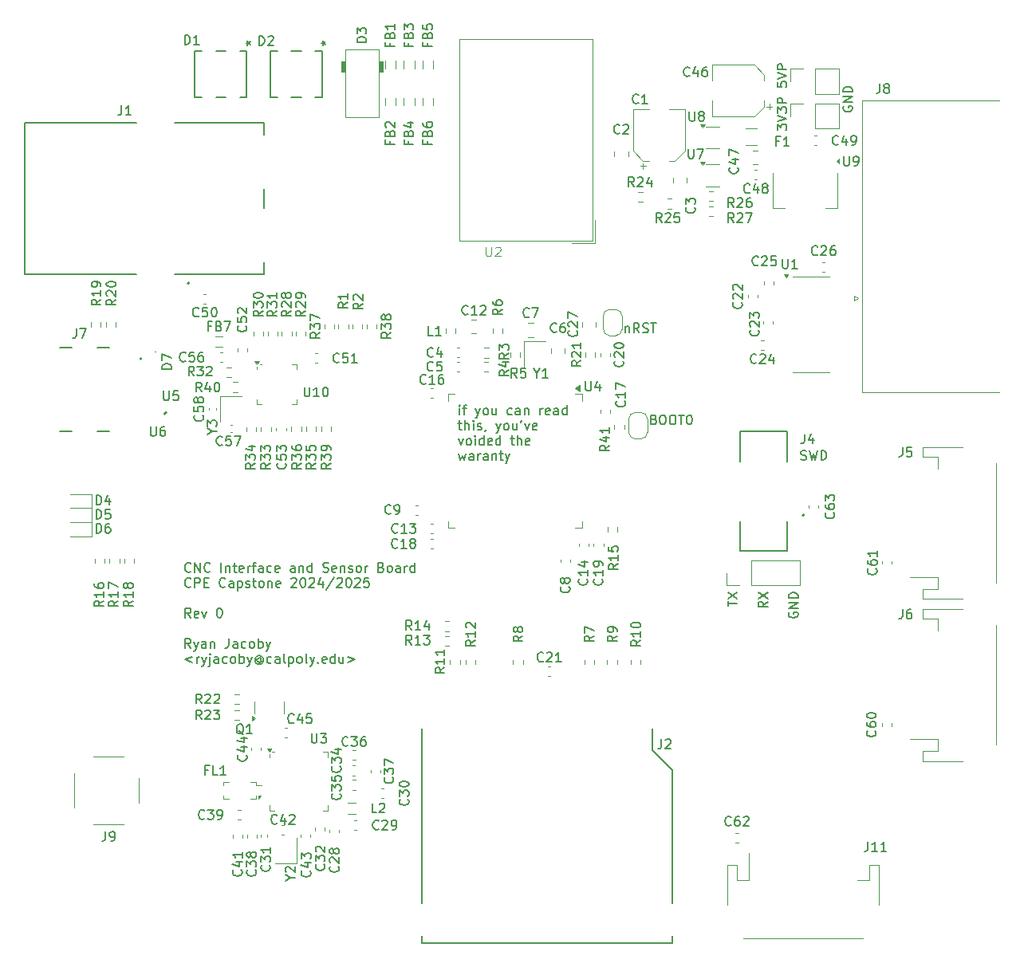
<source format=gbr>
%TF.GenerationSoftware,KiCad,Pcbnew,9.0.0-1.fc41*%
%TF.CreationDate,2025-03-05T15:22:43-08:00*%
%TF.ProjectId,hw_alpha,68775f61-6c70-4686-912e-6b696361645f,rev?*%
%TF.SameCoordinates,Original*%
%TF.FileFunction,Legend,Top*%
%TF.FilePolarity,Positive*%
%FSLAX46Y46*%
G04 Gerber Fmt 4.6, Leading zero omitted, Abs format (unit mm)*
G04 Created by KiCad (PCBNEW 9.0.0-1.fc41) date 2025-03-05 15:22:43*
%MOMM*%
%LPD*%
G01*
G04 APERTURE LIST*
%ADD10C,0.150000*%
%ADD11C,0.100000*%
%ADD12C,0.120000*%
%ADD13C,0.127000*%
%ADD14C,0.200000*%
%ADD15C,0.159999*%
%ADD16C,0.152400*%
G04 APERTURE END LIST*
D10*
X102970112Y-69196009D02*
X103112969Y-69243628D01*
X103112969Y-69243628D02*
X103160588Y-69291247D01*
X103160588Y-69291247D02*
X103208207Y-69386485D01*
X103208207Y-69386485D02*
X103208207Y-69529342D01*
X103208207Y-69529342D02*
X103160588Y-69624580D01*
X103160588Y-69624580D02*
X103112969Y-69672200D01*
X103112969Y-69672200D02*
X103017731Y-69719819D01*
X103017731Y-69719819D02*
X102636779Y-69719819D01*
X102636779Y-69719819D02*
X102636779Y-68719819D01*
X102636779Y-68719819D02*
X102970112Y-68719819D01*
X102970112Y-68719819D02*
X103065350Y-68767438D01*
X103065350Y-68767438D02*
X103112969Y-68815057D01*
X103112969Y-68815057D02*
X103160588Y-68910295D01*
X103160588Y-68910295D02*
X103160588Y-69005533D01*
X103160588Y-69005533D02*
X103112969Y-69100771D01*
X103112969Y-69100771D02*
X103065350Y-69148390D01*
X103065350Y-69148390D02*
X102970112Y-69196009D01*
X102970112Y-69196009D02*
X102636779Y-69196009D01*
X103827255Y-68719819D02*
X104017731Y-68719819D01*
X104017731Y-68719819D02*
X104112969Y-68767438D01*
X104112969Y-68767438D02*
X104208207Y-68862676D01*
X104208207Y-68862676D02*
X104255826Y-69053152D01*
X104255826Y-69053152D02*
X104255826Y-69386485D01*
X104255826Y-69386485D02*
X104208207Y-69576961D01*
X104208207Y-69576961D02*
X104112969Y-69672200D01*
X104112969Y-69672200D02*
X104017731Y-69719819D01*
X104017731Y-69719819D02*
X103827255Y-69719819D01*
X103827255Y-69719819D02*
X103732017Y-69672200D01*
X103732017Y-69672200D02*
X103636779Y-69576961D01*
X103636779Y-69576961D02*
X103589160Y-69386485D01*
X103589160Y-69386485D02*
X103589160Y-69053152D01*
X103589160Y-69053152D02*
X103636779Y-68862676D01*
X103636779Y-68862676D02*
X103732017Y-68767438D01*
X103732017Y-68767438D02*
X103827255Y-68719819D01*
X104874874Y-68719819D02*
X105065350Y-68719819D01*
X105065350Y-68719819D02*
X105160588Y-68767438D01*
X105160588Y-68767438D02*
X105255826Y-68862676D01*
X105255826Y-68862676D02*
X105303445Y-69053152D01*
X105303445Y-69053152D02*
X105303445Y-69386485D01*
X105303445Y-69386485D02*
X105255826Y-69576961D01*
X105255826Y-69576961D02*
X105160588Y-69672200D01*
X105160588Y-69672200D02*
X105065350Y-69719819D01*
X105065350Y-69719819D02*
X104874874Y-69719819D01*
X104874874Y-69719819D02*
X104779636Y-69672200D01*
X104779636Y-69672200D02*
X104684398Y-69576961D01*
X104684398Y-69576961D02*
X104636779Y-69386485D01*
X104636779Y-69386485D02*
X104636779Y-69053152D01*
X104636779Y-69053152D02*
X104684398Y-68862676D01*
X104684398Y-68862676D02*
X104779636Y-68767438D01*
X104779636Y-68767438D02*
X104874874Y-68719819D01*
X105589160Y-68719819D02*
X106160588Y-68719819D01*
X105874874Y-69719819D02*
X105874874Y-68719819D01*
X106684398Y-68719819D02*
X106779636Y-68719819D01*
X106779636Y-68719819D02*
X106874874Y-68767438D01*
X106874874Y-68767438D02*
X106922493Y-68815057D01*
X106922493Y-68815057D02*
X106970112Y-68910295D01*
X106970112Y-68910295D02*
X107017731Y-69100771D01*
X107017731Y-69100771D02*
X107017731Y-69338866D01*
X107017731Y-69338866D02*
X106970112Y-69529342D01*
X106970112Y-69529342D02*
X106922493Y-69624580D01*
X106922493Y-69624580D02*
X106874874Y-69672200D01*
X106874874Y-69672200D02*
X106779636Y-69719819D01*
X106779636Y-69719819D02*
X106684398Y-69719819D01*
X106684398Y-69719819D02*
X106589160Y-69672200D01*
X106589160Y-69672200D02*
X106541541Y-69624580D01*
X106541541Y-69624580D02*
X106493922Y-69529342D01*
X106493922Y-69529342D02*
X106446303Y-69338866D01*
X106446303Y-69338866D02*
X106446303Y-69100771D01*
X106446303Y-69100771D02*
X106493922Y-68910295D01*
X106493922Y-68910295D02*
X106541541Y-68815057D01*
X106541541Y-68815057D02*
X106589160Y-68767438D01*
X106589160Y-68767438D02*
X106684398Y-68719819D01*
X118589160Y-73447200D02*
X118732017Y-73494819D01*
X118732017Y-73494819D02*
X118970112Y-73494819D01*
X118970112Y-73494819D02*
X119065350Y-73447200D01*
X119065350Y-73447200D02*
X119112969Y-73399580D01*
X119112969Y-73399580D02*
X119160588Y-73304342D01*
X119160588Y-73304342D02*
X119160588Y-73209104D01*
X119160588Y-73209104D02*
X119112969Y-73113866D01*
X119112969Y-73113866D02*
X119065350Y-73066247D01*
X119065350Y-73066247D02*
X118970112Y-73018628D01*
X118970112Y-73018628D02*
X118779636Y-72971009D01*
X118779636Y-72971009D02*
X118684398Y-72923390D01*
X118684398Y-72923390D02*
X118636779Y-72875771D01*
X118636779Y-72875771D02*
X118589160Y-72780533D01*
X118589160Y-72780533D02*
X118589160Y-72685295D01*
X118589160Y-72685295D02*
X118636779Y-72590057D01*
X118636779Y-72590057D02*
X118684398Y-72542438D01*
X118684398Y-72542438D02*
X118779636Y-72494819D01*
X118779636Y-72494819D02*
X119017731Y-72494819D01*
X119017731Y-72494819D02*
X119160588Y-72542438D01*
X119493922Y-72494819D02*
X119732017Y-73494819D01*
X119732017Y-73494819D02*
X119922493Y-72780533D01*
X119922493Y-72780533D02*
X120112969Y-73494819D01*
X120112969Y-73494819D02*
X120351065Y-72494819D01*
X120732017Y-73494819D02*
X120732017Y-72494819D01*
X120732017Y-72494819D02*
X120970112Y-72494819D01*
X120970112Y-72494819D02*
X121112969Y-72542438D01*
X121112969Y-72542438D02*
X121208207Y-72637676D01*
X121208207Y-72637676D02*
X121255826Y-72732914D01*
X121255826Y-72732914D02*
X121303445Y-72923390D01*
X121303445Y-72923390D02*
X121303445Y-73066247D01*
X121303445Y-73066247D02*
X121255826Y-73256723D01*
X121255826Y-73256723D02*
X121208207Y-73351961D01*
X121208207Y-73351961D02*
X121112969Y-73447200D01*
X121112969Y-73447200D02*
X120970112Y-73494819D01*
X120970112Y-73494819D02*
X120732017Y-73494819D01*
X116069819Y-38458458D02*
X116069819Y-37839411D01*
X116069819Y-37839411D02*
X116450771Y-38172744D01*
X116450771Y-38172744D02*
X116450771Y-38029887D01*
X116450771Y-38029887D02*
X116498390Y-37934649D01*
X116498390Y-37934649D02*
X116546009Y-37887030D01*
X116546009Y-37887030D02*
X116641247Y-37839411D01*
X116641247Y-37839411D02*
X116879342Y-37839411D01*
X116879342Y-37839411D02*
X116974580Y-37887030D01*
X116974580Y-37887030D02*
X117022200Y-37934649D01*
X117022200Y-37934649D02*
X117069819Y-38029887D01*
X117069819Y-38029887D02*
X117069819Y-38315601D01*
X117069819Y-38315601D02*
X117022200Y-38410839D01*
X117022200Y-38410839D02*
X116974580Y-38458458D01*
X116069819Y-37553696D02*
X117069819Y-37220363D01*
X117069819Y-37220363D02*
X116069819Y-36887030D01*
X116069819Y-36648934D02*
X116069819Y-36029887D01*
X116069819Y-36029887D02*
X116450771Y-36363220D01*
X116450771Y-36363220D02*
X116450771Y-36220363D01*
X116450771Y-36220363D02*
X116498390Y-36125125D01*
X116498390Y-36125125D02*
X116546009Y-36077506D01*
X116546009Y-36077506D02*
X116641247Y-36029887D01*
X116641247Y-36029887D02*
X116879342Y-36029887D01*
X116879342Y-36029887D02*
X116974580Y-36077506D01*
X116974580Y-36077506D02*
X117022200Y-36125125D01*
X117022200Y-36125125D02*
X117069819Y-36220363D01*
X117069819Y-36220363D02*
X117069819Y-36506077D01*
X117069819Y-36506077D02*
X117022200Y-36601315D01*
X117022200Y-36601315D02*
X116974580Y-36648934D01*
X117069819Y-35601315D02*
X116069819Y-35601315D01*
X116069819Y-35601315D02*
X116069819Y-35220363D01*
X116069819Y-35220363D02*
X116117438Y-35125125D01*
X116117438Y-35125125D02*
X116165057Y-35077506D01*
X116165057Y-35077506D02*
X116260295Y-35029887D01*
X116260295Y-35029887D02*
X116403152Y-35029887D01*
X116403152Y-35029887D02*
X116498390Y-35077506D01*
X116498390Y-35077506D02*
X116546009Y-35125125D01*
X116546009Y-35125125D02*
X116593628Y-35220363D01*
X116593628Y-35220363D02*
X116593628Y-35601315D01*
X116069819Y-33363220D02*
X116069819Y-33839410D01*
X116069819Y-33839410D02*
X116546009Y-33887029D01*
X116546009Y-33887029D02*
X116498390Y-33839410D01*
X116498390Y-33839410D02*
X116450771Y-33744172D01*
X116450771Y-33744172D02*
X116450771Y-33506077D01*
X116450771Y-33506077D02*
X116498390Y-33410839D01*
X116498390Y-33410839D02*
X116546009Y-33363220D01*
X116546009Y-33363220D02*
X116641247Y-33315601D01*
X116641247Y-33315601D02*
X116879342Y-33315601D01*
X116879342Y-33315601D02*
X116974580Y-33363220D01*
X116974580Y-33363220D02*
X117022200Y-33410839D01*
X117022200Y-33410839D02*
X117069819Y-33506077D01*
X117069819Y-33506077D02*
X117069819Y-33744172D01*
X117069819Y-33744172D02*
X117022200Y-33839410D01*
X117022200Y-33839410D02*
X116974580Y-33887029D01*
X116069819Y-33029886D02*
X117069819Y-32696553D01*
X117069819Y-32696553D02*
X116069819Y-32363220D01*
X117069819Y-32029886D02*
X116069819Y-32029886D01*
X116069819Y-32029886D02*
X116069819Y-31648934D01*
X116069819Y-31648934D02*
X116117438Y-31553696D01*
X116117438Y-31553696D02*
X116165057Y-31506077D01*
X116165057Y-31506077D02*
X116260295Y-31458458D01*
X116260295Y-31458458D02*
X116403152Y-31458458D01*
X116403152Y-31458458D02*
X116498390Y-31506077D01*
X116498390Y-31506077D02*
X116546009Y-31553696D01*
X116546009Y-31553696D02*
X116593628Y-31648934D01*
X116593628Y-31648934D02*
X116593628Y-32029886D01*
X82336779Y-68689987D02*
X82336779Y-68023320D01*
X82336779Y-67689987D02*
X82289160Y-67737606D01*
X82289160Y-67737606D02*
X82336779Y-67785225D01*
X82336779Y-67785225D02*
X82384398Y-67737606D01*
X82384398Y-67737606D02*
X82336779Y-67689987D01*
X82336779Y-67689987D02*
X82336779Y-67785225D01*
X82670112Y-68023320D02*
X83051064Y-68023320D01*
X82812969Y-68689987D02*
X82812969Y-67832844D01*
X82812969Y-67832844D02*
X82860588Y-67737606D01*
X82860588Y-67737606D02*
X82955826Y-67689987D01*
X82955826Y-67689987D02*
X83051064Y-67689987D01*
X84051065Y-68023320D02*
X84289160Y-68689987D01*
X84527255Y-68023320D02*
X84289160Y-68689987D01*
X84289160Y-68689987D02*
X84193922Y-68928082D01*
X84193922Y-68928082D02*
X84146303Y-68975701D01*
X84146303Y-68975701D02*
X84051065Y-69023320D01*
X85051065Y-68689987D02*
X84955827Y-68642368D01*
X84955827Y-68642368D02*
X84908208Y-68594748D01*
X84908208Y-68594748D02*
X84860589Y-68499510D01*
X84860589Y-68499510D02*
X84860589Y-68213796D01*
X84860589Y-68213796D02*
X84908208Y-68118558D01*
X84908208Y-68118558D02*
X84955827Y-68070939D01*
X84955827Y-68070939D02*
X85051065Y-68023320D01*
X85051065Y-68023320D02*
X85193922Y-68023320D01*
X85193922Y-68023320D02*
X85289160Y-68070939D01*
X85289160Y-68070939D02*
X85336779Y-68118558D01*
X85336779Y-68118558D02*
X85384398Y-68213796D01*
X85384398Y-68213796D02*
X85384398Y-68499510D01*
X85384398Y-68499510D02*
X85336779Y-68594748D01*
X85336779Y-68594748D02*
X85289160Y-68642368D01*
X85289160Y-68642368D02*
X85193922Y-68689987D01*
X85193922Y-68689987D02*
X85051065Y-68689987D01*
X86241541Y-68023320D02*
X86241541Y-68689987D01*
X85812970Y-68023320D02*
X85812970Y-68547129D01*
X85812970Y-68547129D02*
X85860589Y-68642368D01*
X85860589Y-68642368D02*
X85955827Y-68689987D01*
X85955827Y-68689987D02*
X86098684Y-68689987D01*
X86098684Y-68689987D02*
X86193922Y-68642368D01*
X86193922Y-68642368D02*
X86241541Y-68594748D01*
X87908208Y-68642368D02*
X87812970Y-68689987D01*
X87812970Y-68689987D02*
X87622494Y-68689987D01*
X87622494Y-68689987D02*
X87527256Y-68642368D01*
X87527256Y-68642368D02*
X87479637Y-68594748D01*
X87479637Y-68594748D02*
X87432018Y-68499510D01*
X87432018Y-68499510D02*
X87432018Y-68213796D01*
X87432018Y-68213796D02*
X87479637Y-68118558D01*
X87479637Y-68118558D02*
X87527256Y-68070939D01*
X87527256Y-68070939D02*
X87622494Y-68023320D01*
X87622494Y-68023320D02*
X87812970Y-68023320D01*
X87812970Y-68023320D02*
X87908208Y-68070939D01*
X88765351Y-68689987D02*
X88765351Y-68166177D01*
X88765351Y-68166177D02*
X88717732Y-68070939D01*
X88717732Y-68070939D02*
X88622494Y-68023320D01*
X88622494Y-68023320D02*
X88432018Y-68023320D01*
X88432018Y-68023320D02*
X88336780Y-68070939D01*
X88765351Y-68642368D02*
X88670113Y-68689987D01*
X88670113Y-68689987D02*
X88432018Y-68689987D01*
X88432018Y-68689987D02*
X88336780Y-68642368D01*
X88336780Y-68642368D02*
X88289161Y-68547129D01*
X88289161Y-68547129D02*
X88289161Y-68451891D01*
X88289161Y-68451891D02*
X88336780Y-68356653D01*
X88336780Y-68356653D02*
X88432018Y-68309034D01*
X88432018Y-68309034D02*
X88670113Y-68309034D01*
X88670113Y-68309034D02*
X88765351Y-68261415D01*
X89241542Y-68023320D02*
X89241542Y-68689987D01*
X89241542Y-68118558D02*
X89289161Y-68070939D01*
X89289161Y-68070939D02*
X89384399Y-68023320D01*
X89384399Y-68023320D02*
X89527256Y-68023320D01*
X89527256Y-68023320D02*
X89622494Y-68070939D01*
X89622494Y-68070939D02*
X89670113Y-68166177D01*
X89670113Y-68166177D02*
X89670113Y-68689987D01*
X90908209Y-68689987D02*
X90908209Y-68023320D01*
X90908209Y-68213796D02*
X90955828Y-68118558D01*
X90955828Y-68118558D02*
X91003447Y-68070939D01*
X91003447Y-68070939D02*
X91098685Y-68023320D01*
X91098685Y-68023320D02*
X91193923Y-68023320D01*
X91908209Y-68642368D02*
X91812971Y-68689987D01*
X91812971Y-68689987D02*
X91622495Y-68689987D01*
X91622495Y-68689987D02*
X91527257Y-68642368D01*
X91527257Y-68642368D02*
X91479638Y-68547129D01*
X91479638Y-68547129D02*
X91479638Y-68166177D01*
X91479638Y-68166177D02*
X91527257Y-68070939D01*
X91527257Y-68070939D02*
X91622495Y-68023320D01*
X91622495Y-68023320D02*
X91812971Y-68023320D01*
X91812971Y-68023320D02*
X91908209Y-68070939D01*
X91908209Y-68070939D02*
X91955828Y-68166177D01*
X91955828Y-68166177D02*
X91955828Y-68261415D01*
X91955828Y-68261415D02*
X91479638Y-68356653D01*
X92812971Y-68689987D02*
X92812971Y-68166177D01*
X92812971Y-68166177D02*
X92765352Y-68070939D01*
X92765352Y-68070939D02*
X92670114Y-68023320D01*
X92670114Y-68023320D02*
X92479638Y-68023320D01*
X92479638Y-68023320D02*
X92384400Y-68070939D01*
X92812971Y-68642368D02*
X92717733Y-68689987D01*
X92717733Y-68689987D02*
X92479638Y-68689987D01*
X92479638Y-68689987D02*
X92384400Y-68642368D01*
X92384400Y-68642368D02*
X92336781Y-68547129D01*
X92336781Y-68547129D02*
X92336781Y-68451891D01*
X92336781Y-68451891D02*
X92384400Y-68356653D01*
X92384400Y-68356653D02*
X92479638Y-68309034D01*
X92479638Y-68309034D02*
X92717733Y-68309034D01*
X92717733Y-68309034D02*
X92812971Y-68261415D01*
X93717733Y-68689987D02*
X93717733Y-67689987D01*
X93717733Y-68642368D02*
X93622495Y-68689987D01*
X93622495Y-68689987D02*
X93432019Y-68689987D01*
X93432019Y-68689987D02*
X93336781Y-68642368D01*
X93336781Y-68642368D02*
X93289162Y-68594748D01*
X93289162Y-68594748D02*
X93241543Y-68499510D01*
X93241543Y-68499510D02*
X93241543Y-68213796D01*
X93241543Y-68213796D02*
X93289162Y-68118558D01*
X93289162Y-68118558D02*
X93336781Y-68070939D01*
X93336781Y-68070939D02*
X93432019Y-68023320D01*
X93432019Y-68023320D02*
X93622495Y-68023320D01*
X93622495Y-68023320D02*
X93717733Y-68070939D01*
X82193922Y-69633264D02*
X82574874Y-69633264D01*
X82336779Y-69299931D02*
X82336779Y-70157073D01*
X82336779Y-70157073D02*
X82384398Y-70252312D01*
X82384398Y-70252312D02*
X82479636Y-70299931D01*
X82479636Y-70299931D02*
X82574874Y-70299931D01*
X82908208Y-70299931D02*
X82908208Y-69299931D01*
X83336779Y-70299931D02*
X83336779Y-69776121D01*
X83336779Y-69776121D02*
X83289160Y-69680883D01*
X83289160Y-69680883D02*
X83193922Y-69633264D01*
X83193922Y-69633264D02*
X83051065Y-69633264D01*
X83051065Y-69633264D02*
X82955827Y-69680883D01*
X82955827Y-69680883D02*
X82908208Y-69728502D01*
X83812970Y-70299931D02*
X83812970Y-69633264D01*
X83812970Y-69299931D02*
X83765351Y-69347550D01*
X83765351Y-69347550D02*
X83812970Y-69395169D01*
X83812970Y-69395169D02*
X83860589Y-69347550D01*
X83860589Y-69347550D02*
X83812970Y-69299931D01*
X83812970Y-69299931D02*
X83812970Y-69395169D01*
X84241541Y-70252312D02*
X84336779Y-70299931D01*
X84336779Y-70299931D02*
X84527255Y-70299931D01*
X84527255Y-70299931D02*
X84622493Y-70252312D01*
X84622493Y-70252312D02*
X84670112Y-70157073D01*
X84670112Y-70157073D02*
X84670112Y-70109454D01*
X84670112Y-70109454D02*
X84622493Y-70014216D01*
X84622493Y-70014216D02*
X84527255Y-69966597D01*
X84527255Y-69966597D02*
X84384398Y-69966597D01*
X84384398Y-69966597D02*
X84289160Y-69918978D01*
X84289160Y-69918978D02*
X84241541Y-69823740D01*
X84241541Y-69823740D02*
X84241541Y-69776121D01*
X84241541Y-69776121D02*
X84289160Y-69680883D01*
X84289160Y-69680883D02*
X84384398Y-69633264D01*
X84384398Y-69633264D02*
X84527255Y-69633264D01*
X84527255Y-69633264D02*
X84622493Y-69680883D01*
X85146303Y-70252312D02*
X85146303Y-70299931D01*
X85146303Y-70299931D02*
X85098684Y-70395169D01*
X85098684Y-70395169D02*
X85051065Y-70442788D01*
X86241541Y-69633264D02*
X86479636Y-70299931D01*
X86717731Y-69633264D02*
X86479636Y-70299931D01*
X86479636Y-70299931D02*
X86384398Y-70538026D01*
X86384398Y-70538026D02*
X86336779Y-70585645D01*
X86336779Y-70585645D02*
X86241541Y-70633264D01*
X87241541Y-70299931D02*
X87146303Y-70252312D01*
X87146303Y-70252312D02*
X87098684Y-70204692D01*
X87098684Y-70204692D02*
X87051065Y-70109454D01*
X87051065Y-70109454D02*
X87051065Y-69823740D01*
X87051065Y-69823740D02*
X87098684Y-69728502D01*
X87098684Y-69728502D02*
X87146303Y-69680883D01*
X87146303Y-69680883D02*
X87241541Y-69633264D01*
X87241541Y-69633264D02*
X87384398Y-69633264D01*
X87384398Y-69633264D02*
X87479636Y-69680883D01*
X87479636Y-69680883D02*
X87527255Y-69728502D01*
X87527255Y-69728502D02*
X87574874Y-69823740D01*
X87574874Y-69823740D02*
X87574874Y-70109454D01*
X87574874Y-70109454D02*
X87527255Y-70204692D01*
X87527255Y-70204692D02*
X87479636Y-70252312D01*
X87479636Y-70252312D02*
X87384398Y-70299931D01*
X87384398Y-70299931D02*
X87241541Y-70299931D01*
X88432017Y-69633264D02*
X88432017Y-70299931D01*
X88003446Y-69633264D02*
X88003446Y-70157073D01*
X88003446Y-70157073D02*
X88051065Y-70252312D01*
X88051065Y-70252312D02*
X88146303Y-70299931D01*
X88146303Y-70299931D02*
X88289160Y-70299931D01*
X88289160Y-70299931D02*
X88384398Y-70252312D01*
X88384398Y-70252312D02*
X88432017Y-70204692D01*
X88955827Y-69299931D02*
X88860589Y-69490407D01*
X89289160Y-69633264D02*
X89527255Y-70299931D01*
X89527255Y-70299931D02*
X89765350Y-69633264D01*
X90527255Y-70252312D02*
X90432017Y-70299931D01*
X90432017Y-70299931D02*
X90241541Y-70299931D01*
X90241541Y-70299931D02*
X90146303Y-70252312D01*
X90146303Y-70252312D02*
X90098684Y-70157073D01*
X90098684Y-70157073D02*
X90098684Y-69776121D01*
X90098684Y-69776121D02*
X90146303Y-69680883D01*
X90146303Y-69680883D02*
X90241541Y-69633264D01*
X90241541Y-69633264D02*
X90432017Y-69633264D01*
X90432017Y-69633264D02*
X90527255Y-69680883D01*
X90527255Y-69680883D02*
X90574874Y-69776121D01*
X90574874Y-69776121D02*
X90574874Y-69871359D01*
X90574874Y-69871359D02*
X90098684Y-69966597D01*
X82241541Y-71243208D02*
X82479636Y-71909875D01*
X82479636Y-71909875D02*
X82717731Y-71243208D01*
X83241541Y-71909875D02*
X83146303Y-71862256D01*
X83146303Y-71862256D02*
X83098684Y-71814636D01*
X83098684Y-71814636D02*
X83051065Y-71719398D01*
X83051065Y-71719398D02*
X83051065Y-71433684D01*
X83051065Y-71433684D02*
X83098684Y-71338446D01*
X83098684Y-71338446D02*
X83146303Y-71290827D01*
X83146303Y-71290827D02*
X83241541Y-71243208D01*
X83241541Y-71243208D02*
X83384398Y-71243208D01*
X83384398Y-71243208D02*
X83479636Y-71290827D01*
X83479636Y-71290827D02*
X83527255Y-71338446D01*
X83527255Y-71338446D02*
X83574874Y-71433684D01*
X83574874Y-71433684D02*
X83574874Y-71719398D01*
X83574874Y-71719398D02*
X83527255Y-71814636D01*
X83527255Y-71814636D02*
X83479636Y-71862256D01*
X83479636Y-71862256D02*
X83384398Y-71909875D01*
X83384398Y-71909875D02*
X83241541Y-71909875D01*
X84003446Y-71909875D02*
X84003446Y-71243208D01*
X84003446Y-70909875D02*
X83955827Y-70957494D01*
X83955827Y-70957494D02*
X84003446Y-71005113D01*
X84003446Y-71005113D02*
X84051065Y-70957494D01*
X84051065Y-70957494D02*
X84003446Y-70909875D01*
X84003446Y-70909875D02*
X84003446Y-71005113D01*
X84908207Y-71909875D02*
X84908207Y-70909875D01*
X84908207Y-71862256D02*
X84812969Y-71909875D01*
X84812969Y-71909875D02*
X84622493Y-71909875D01*
X84622493Y-71909875D02*
X84527255Y-71862256D01*
X84527255Y-71862256D02*
X84479636Y-71814636D01*
X84479636Y-71814636D02*
X84432017Y-71719398D01*
X84432017Y-71719398D02*
X84432017Y-71433684D01*
X84432017Y-71433684D02*
X84479636Y-71338446D01*
X84479636Y-71338446D02*
X84527255Y-71290827D01*
X84527255Y-71290827D02*
X84622493Y-71243208D01*
X84622493Y-71243208D02*
X84812969Y-71243208D01*
X84812969Y-71243208D02*
X84908207Y-71290827D01*
X85765350Y-71862256D02*
X85670112Y-71909875D01*
X85670112Y-71909875D02*
X85479636Y-71909875D01*
X85479636Y-71909875D02*
X85384398Y-71862256D01*
X85384398Y-71862256D02*
X85336779Y-71767017D01*
X85336779Y-71767017D02*
X85336779Y-71386065D01*
X85336779Y-71386065D02*
X85384398Y-71290827D01*
X85384398Y-71290827D02*
X85479636Y-71243208D01*
X85479636Y-71243208D02*
X85670112Y-71243208D01*
X85670112Y-71243208D02*
X85765350Y-71290827D01*
X85765350Y-71290827D02*
X85812969Y-71386065D01*
X85812969Y-71386065D02*
X85812969Y-71481303D01*
X85812969Y-71481303D02*
X85336779Y-71576541D01*
X86670112Y-71909875D02*
X86670112Y-70909875D01*
X86670112Y-71862256D02*
X86574874Y-71909875D01*
X86574874Y-71909875D02*
X86384398Y-71909875D01*
X86384398Y-71909875D02*
X86289160Y-71862256D01*
X86289160Y-71862256D02*
X86241541Y-71814636D01*
X86241541Y-71814636D02*
X86193922Y-71719398D01*
X86193922Y-71719398D02*
X86193922Y-71433684D01*
X86193922Y-71433684D02*
X86241541Y-71338446D01*
X86241541Y-71338446D02*
X86289160Y-71290827D01*
X86289160Y-71290827D02*
X86384398Y-71243208D01*
X86384398Y-71243208D02*
X86574874Y-71243208D01*
X86574874Y-71243208D02*
X86670112Y-71290827D01*
X87765351Y-71243208D02*
X88146303Y-71243208D01*
X87908208Y-70909875D02*
X87908208Y-71767017D01*
X87908208Y-71767017D02*
X87955827Y-71862256D01*
X87955827Y-71862256D02*
X88051065Y-71909875D01*
X88051065Y-71909875D02*
X88146303Y-71909875D01*
X88479637Y-71909875D02*
X88479637Y-70909875D01*
X88908208Y-71909875D02*
X88908208Y-71386065D01*
X88908208Y-71386065D02*
X88860589Y-71290827D01*
X88860589Y-71290827D02*
X88765351Y-71243208D01*
X88765351Y-71243208D02*
X88622494Y-71243208D01*
X88622494Y-71243208D02*
X88527256Y-71290827D01*
X88527256Y-71290827D02*
X88479637Y-71338446D01*
X89765351Y-71862256D02*
X89670113Y-71909875D01*
X89670113Y-71909875D02*
X89479637Y-71909875D01*
X89479637Y-71909875D02*
X89384399Y-71862256D01*
X89384399Y-71862256D02*
X89336780Y-71767017D01*
X89336780Y-71767017D02*
X89336780Y-71386065D01*
X89336780Y-71386065D02*
X89384399Y-71290827D01*
X89384399Y-71290827D02*
X89479637Y-71243208D01*
X89479637Y-71243208D02*
X89670113Y-71243208D01*
X89670113Y-71243208D02*
X89765351Y-71290827D01*
X89765351Y-71290827D02*
X89812970Y-71386065D01*
X89812970Y-71386065D02*
X89812970Y-71481303D01*
X89812970Y-71481303D02*
X89336780Y-71576541D01*
X82241541Y-72853152D02*
X82432017Y-73519819D01*
X82432017Y-73519819D02*
X82622493Y-73043628D01*
X82622493Y-73043628D02*
X82812969Y-73519819D01*
X82812969Y-73519819D02*
X83003445Y-72853152D01*
X83812969Y-73519819D02*
X83812969Y-72996009D01*
X83812969Y-72996009D02*
X83765350Y-72900771D01*
X83765350Y-72900771D02*
X83670112Y-72853152D01*
X83670112Y-72853152D02*
X83479636Y-72853152D01*
X83479636Y-72853152D02*
X83384398Y-72900771D01*
X83812969Y-73472200D02*
X83717731Y-73519819D01*
X83717731Y-73519819D02*
X83479636Y-73519819D01*
X83479636Y-73519819D02*
X83384398Y-73472200D01*
X83384398Y-73472200D02*
X83336779Y-73376961D01*
X83336779Y-73376961D02*
X83336779Y-73281723D01*
X83336779Y-73281723D02*
X83384398Y-73186485D01*
X83384398Y-73186485D02*
X83479636Y-73138866D01*
X83479636Y-73138866D02*
X83717731Y-73138866D01*
X83717731Y-73138866D02*
X83812969Y-73091247D01*
X84289160Y-73519819D02*
X84289160Y-72853152D01*
X84289160Y-73043628D02*
X84336779Y-72948390D01*
X84336779Y-72948390D02*
X84384398Y-72900771D01*
X84384398Y-72900771D02*
X84479636Y-72853152D01*
X84479636Y-72853152D02*
X84574874Y-72853152D01*
X85336779Y-73519819D02*
X85336779Y-72996009D01*
X85336779Y-72996009D02*
X85289160Y-72900771D01*
X85289160Y-72900771D02*
X85193922Y-72853152D01*
X85193922Y-72853152D02*
X85003446Y-72853152D01*
X85003446Y-72853152D02*
X84908208Y-72900771D01*
X85336779Y-73472200D02*
X85241541Y-73519819D01*
X85241541Y-73519819D02*
X85003446Y-73519819D01*
X85003446Y-73519819D02*
X84908208Y-73472200D01*
X84908208Y-73472200D02*
X84860589Y-73376961D01*
X84860589Y-73376961D02*
X84860589Y-73281723D01*
X84860589Y-73281723D02*
X84908208Y-73186485D01*
X84908208Y-73186485D02*
X85003446Y-73138866D01*
X85003446Y-73138866D02*
X85241541Y-73138866D01*
X85241541Y-73138866D02*
X85336779Y-73091247D01*
X85812970Y-72853152D02*
X85812970Y-73519819D01*
X85812970Y-72948390D02*
X85860589Y-72900771D01*
X85860589Y-72900771D02*
X85955827Y-72853152D01*
X85955827Y-72853152D02*
X86098684Y-72853152D01*
X86098684Y-72853152D02*
X86193922Y-72900771D01*
X86193922Y-72900771D02*
X86241541Y-72996009D01*
X86241541Y-72996009D02*
X86241541Y-73519819D01*
X86574875Y-72853152D02*
X86955827Y-72853152D01*
X86717732Y-72519819D02*
X86717732Y-73376961D01*
X86717732Y-73376961D02*
X86765351Y-73472200D01*
X86765351Y-73472200D02*
X86860589Y-73519819D01*
X86860589Y-73519819D02*
X86955827Y-73519819D01*
X87193923Y-72853152D02*
X87432018Y-73519819D01*
X87670113Y-72853152D02*
X87432018Y-73519819D01*
X87432018Y-73519819D02*
X87336780Y-73757914D01*
X87336780Y-73757914D02*
X87289161Y-73805533D01*
X87289161Y-73805533D02*
X87193923Y-73853152D01*
X110830043Y-89017731D02*
X110830043Y-88446303D01*
X111830043Y-88732017D02*
X110830043Y-88732017D01*
X110830043Y-88208207D02*
X111830043Y-87541541D01*
X110830043Y-87541541D02*
X111830043Y-88208207D01*
X115049931Y-88541541D02*
X114573740Y-88874874D01*
X115049931Y-89112969D02*
X114049931Y-89112969D01*
X114049931Y-89112969D02*
X114049931Y-88732017D01*
X114049931Y-88732017D02*
X114097550Y-88636779D01*
X114097550Y-88636779D02*
X114145169Y-88589160D01*
X114145169Y-88589160D02*
X114240407Y-88541541D01*
X114240407Y-88541541D02*
X114383264Y-88541541D01*
X114383264Y-88541541D02*
X114478502Y-88589160D01*
X114478502Y-88589160D02*
X114526121Y-88636779D01*
X114526121Y-88636779D02*
X114573740Y-88732017D01*
X114573740Y-88732017D02*
X114573740Y-89112969D01*
X114049931Y-88208207D02*
X115049931Y-87541541D01*
X114049931Y-87541541D02*
X115049931Y-88208207D01*
X117317438Y-89684398D02*
X117269819Y-89779636D01*
X117269819Y-89779636D02*
X117269819Y-89922493D01*
X117269819Y-89922493D02*
X117317438Y-90065350D01*
X117317438Y-90065350D02*
X117412676Y-90160588D01*
X117412676Y-90160588D02*
X117507914Y-90208207D01*
X117507914Y-90208207D02*
X117698390Y-90255826D01*
X117698390Y-90255826D02*
X117841247Y-90255826D01*
X117841247Y-90255826D02*
X118031723Y-90208207D01*
X118031723Y-90208207D02*
X118126961Y-90160588D01*
X118126961Y-90160588D02*
X118222200Y-90065350D01*
X118222200Y-90065350D02*
X118269819Y-89922493D01*
X118269819Y-89922493D02*
X118269819Y-89827255D01*
X118269819Y-89827255D02*
X118222200Y-89684398D01*
X118222200Y-89684398D02*
X118174580Y-89636779D01*
X118174580Y-89636779D02*
X117841247Y-89636779D01*
X117841247Y-89636779D02*
X117841247Y-89827255D01*
X118269819Y-89208207D02*
X117269819Y-89208207D01*
X117269819Y-89208207D02*
X118269819Y-88636779D01*
X118269819Y-88636779D02*
X117269819Y-88636779D01*
X118269819Y-88160588D02*
X117269819Y-88160588D01*
X117269819Y-88160588D02*
X117269819Y-87922493D01*
X117269819Y-87922493D02*
X117317438Y-87779636D01*
X117317438Y-87779636D02*
X117412676Y-87684398D01*
X117412676Y-87684398D02*
X117507914Y-87636779D01*
X117507914Y-87636779D02*
X117698390Y-87589160D01*
X117698390Y-87589160D02*
X117841247Y-87589160D01*
X117841247Y-87589160D02*
X118031723Y-87636779D01*
X118031723Y-87636779D02*
X118126961Y-87684398D01*
X118126961Y-87684398D02*
X118222200Y-87779636D01*
X118222200Y-87779636D02*
X118269819Y-87922493D01*
X118269819Y-87922493D02*
X118269819Y-88160588D01*
X99936779Y-59298127D02*
X99936779Y-59964794D01*
X99936779Y-59393365D02*
X99984398Y-59345746D01*
X99984398Y-59345746D02*
X100079636Y-59298127D01*
X100079636Y-59298127D02*
X100222493Y-59298127D01*
X100222493Y-59298127D02*
X100317731Y-59345746D01*
X100317731Y-59345746D02*
X100365350Y-59440984D01*
X100365350Y-59440984D02*
X100365350Y-59964794D01*
X101412969Y-59964794D02*
X101079636Y-59488603D01*
X100841541Y-59964794D02*
X100841541Y-58964794D01*
X100841541Y-58964794D02*
X101222493Y-58964794D01*
X101222493Y-58964794D02*
X101317731Y-59012413D01*
X101317731Y-59012413D02*
X101365350Y-59060032D01*
X101365350Y-59060032D02*
X101412969Y-59155270D01*
X101412969Y-59155270D02*
X101412969Y-59298127D01*
X101412969Y-59298127D02*
X101365350Y-59393365D01*
X101365350Y-59393365D02*
X101317731Y-59440984D01*
X101317731Y-59440984D02*
X101222493Y-59488603D01*
X101222493Y-59488603D02*
X100841541Y-59488603D01*
X101793922Y-59917175D02*
X101936779Y-59964794D01*
X101936779Y-59964794D02*
X102174874Y-59964794D01*
X102174874Y-59964794D02*
X102270112Y-59917175D01*
X102270112Y-59917175D02*
X102317731Y-59869555D01*
X102317731Y-59869555D02*
X102365350Y-59774317D01*
X102365350Y-59774317D02*
X102365350Y-59679079D01*
X102365350Y-59679079D02*
X102317731Y-59583841D01*
X102317731Y-59583841D02*
X102270112Y-59536222D01*
X102270112Y-59536222D02*
X102174874Y-59488603D01*
X102174874Y-59488603D02*
X101984398Y-59440984D01*
X101984398Y-59440984D02*
X101889160Y-59393365D01*
X101889160Y-59393365D02*
X101841541Y-59345746D01*
X101841541Y-59345746D02*
X101793922Y-59250508D01*
X101793922Y-59250508D02*
X101793922Y-59155270D01*
X101793922Y-59155270D02*
X101841541Y-59060032D01*
X101841541Y-59060032D02*
X101889160Y-59012413D01*
X101889160Y-59012413D02*
X101984398Y-58964794D01*
X101984398Y-58964794D02*
X102222493Y-58964794D01*
X102222493Y-58964794D02*
X102365350Y-59012413D01*
X102651065Y-58964794D02*
X103222493Y-58964794D01*
X102936779Y-59964794D02*
X102936779Y-58964794D01*
X123117438Y-35939411D02*
X123069819Y-36034649D01*
X123069819Y-36034649D02*
X123069819Y-36177506D01*
X123069819Y-36177506D02*
X123117438Y-36320363D01*
X123117438Y-36320363D02*
X123212676Y-36415601D01*
X123212676Y-36415601D02*
X123307914Y-36463220D01*
X123307914Y-36463220D02*
X123498390Y-36510839D01*
X123498390Y-36510839D02*
X123641247Y-36510839D01*
X123641247Y-36510839D02*
X123831723Y-36463220D01*
X123831723Y-36463220D02*
X123926961Y-36415601D01*
X123926961Y-36415601D02*
X124022200Y-36320363D01*
X124022200Y-36320363D02*
X124069819Y-36177506D01*
X124069819Y-36177506D02*
X124069819Y-36082268D01*
X124069819Y-36082268D02*
X124022200Y-35939411D01*
X124022200Y-35939411D02*
X123974580Y-35891792D01*
X123974580Y-35891792D02*
X123641247Y-35891792D01*
X123641247Y-35891792D02*
X123641247Y-36082268D01*
X124069819Y-35463220D02*
X123069819Y-35463220D01*
X123069819Y-35463220D02*
X124069819Y-34891792D01*
X124069819Y-34891792D02*
X123069819Y-34891792D01*
X124069819Y-34415601D02*
X123069819Y-34415601D01*
X123069819Y-34415601D02*
X123069819Y-34177506D01*
X123069819Y-34177506D02*
X123117438Y-34034649D01*
X123117438Y-34034649D02*
X123212676Y-33939411D01*
X123212676Y-33939411D02*
X123307914Y-33891792D01*
X123307914Y-33891792D02*
X123498390Y-33844173D01*
X123498390Y-33844173D02*
X123641247Y-33844173D01*
X123641247Y-33844173D02*
X123831723Y-33891792D01*
X123831723Y-33891792D02*
X123926961Y-33939411D01*
X123926961Y-33939411D02*
X124022200Y-34034649D01*
X124022200Y-34034649D02*
X124069819Y-34177506D01*
X124069819Y-34177506D02*
X124069819Y-34415601D01*
X53808207Y-85314916D02*
X53760588Y-85362536D01*
X53760588Y-85362536D02*
X53617731Y-85410155D01*
X53617731Y-85410155D02*
X53522493Y-85410155D01*
X53522493Y-85410155D02*
X53379636Y-85362536D01*
X53379636Y-85362536D02*
X53284398Y-85267297D01*
X53284398Y-85267297D02*
X53236779Y-85172059D01*
X53236779Y-85172059D02*
X53189160Y-84981583D01*
X53189160Y-84981583D02*
X53189160Y-84838726D01*
X53189160Y-84838726D02*
X53236779Y-84648250D01*
X53236779Y-84648250D02*
X53284398Y-84553012D01*
X53284398Y-84553012D02*
X53379636Y-84457774D01*
X53379636Y-84457774D02*
X53522493Y-84410155D01*
X53522493Y-84410155D02*
X53617731Y-84410155D01*
X53617731Y-84410155D02*
X53760588Y-84457774D01*
X53760588Y-84457774D02*
X53808207Y-84505393D01*
X54236779Y-85410155D02*
X54236779Y-84410155D01*
X54236779Y-84410155D02*
X54808207Y-85410155D01*
X54808207Y-85410155D02*
X54808207Y-84410155D01*
X55855826Y-85314916D02*
X55808207Y-85362536D01*
X55808207Y-85362536D02*
X55665350Y-85410155D01*
X55665350Y-85410155D02*
X55570112Y-85410155D01*
X55570112Y-85410155D02*
X55427255Y-85362536D01*
X55427255Y-85362536D02*
X55332017Y-85267297D01*
X55332017Y-85267297D02*
X55284398Y-85172059D01*
X55284398Y-85172059D02*
X55236779Y-84981583D01*
X55236779Y-84981583D02*
X55236779Y-84838726D01*
X55236779Y-84838726D02*
X55284398Y-84648250D01*
X55284398Y-84648250D02*
X55332017Y-84553012D01*
X55332017Y-84553012D02*
X55427255Y-84457774D01*
X55427255Y-84457774D02*
X55570112Y-84410155D01*
X55570112Y-84410155D02*
X55665350Y-84410155D01*
X55665350Y-84410155D02*
X55808207Y-84457774D01*
X55808207Y-84457774D02*
X55855826Y-84505393D01*
X57046303Y-85410155D02*
X57046303Y-84410155D01*
X57522493Y-84743488D02*
X57522493Y-85410155D01*
X57522493Y-84838726D02*
X57570112Y-84791107D01*
X57570112Y-84791107D02*
X57665350Y-84743488D01*
X57665350Y-84743488D02*
X57808207Y-84743488D01*
X57808207Y-84743488D02*
X57903445Y-84791107D01*
X57903445Y-84791107D02*
X57951064Y-84886345D01*
X57951064Y-84886345D02*
X57951064Y-85410155D01*
X58284398Y-84743488D02*
X58665350Y-84743488D01*
X58427255Y-84410155D02*
X58427255Y-85267297D01*
X58427255Y-85267297D02*
X58474874Y-85362536D01*
X58474874Y-85362536D02*
X58570112Y-85410155D01*
X58570112Y-85410155D02*
X58665350Y-85410155D01*
X59379636Y-85362536D02*
X59284398Y-85410155D01*
X59284398Y-85410155D02*
X59093922Y-85410155D01*
X59093922Y-85410155D02*
X58998684Y-85362536D01*
X58998684Y-85362536D02*
X58951065Y-85267297D01*
X58951065Y-85267297D02*
X58951065Y-84886345D01*
X58951065Y-84886345D02*
X58998684Y-84791107D01*
X58998684Y-84791107D02*
X59093922Y-84743488D01*
X59093922Y-84743488D02*
X59284398Y-84743488D01*
X59284398Y-84743488D02*
X59379636Y-84791107D01*
X59379636Y-84791107D02*
X59427255Y-84886345D01*
X59427255Y-84886345D02*
X59427255Y-84981583D01*
X59427255Y-84981583D02*
X58951065Y-85076821D01*
X59855827Y-85410155D02*
X59855827Y-84743488D01*
X59855827Y-84933964D02*
X59903446Y-84838726D01*
X59903446Y-84838726D02*
X59951065Y-84791107D01*
X59951065Y-84791107D02*
X60046303Y-84743488D01*
X60046303Y-84743488D02*
X60141541Y-84743488D01*
X60332018Y-84743488D02*
X60712970Y-84743488D01*
X60474875Y-85410155D02*
X60474875Y-84553012D01*
X60474875Y-84553012D02*
X60522494Y-84457774D01*
X60522494Y-84457774D02*
X60617732Y-84410155D01*
X60617732Y-84410155D02*
X60712970Y-84410155D01*
X61474875Y-85410155D02*
X61474875Y-84886345D01*
X61474875Y-84886345D02*
X61427256Y-84791107D01*
X61427256Y-84791107D02*
X61332018Y-84743488D01*
X61332018Y-84743488D02*
X61141542Y-84743488D01*
X61141542Y-84743488D02*
X61046304Y-84791107D01*
X61474875Y-85362536D02*
X61379637Y-85410155D01*
X61379637Y-85410155D02*
X61141542Y-85410155D01*
X61141542Y-85410155D02*
X61046304Y-85362536D01*
X61046304Y-85362536D02*
X60998685Y-85267297D01*
X60998685Y-85267297D02*
X60998685Y-85172059D01*
X60998685Y-85172059D02*
X61046304Y-85076821D01*
X61046304Y-85076821D02*
X61141542Y-85029202D01*
X61141542Y-85029202D02*
X61379637Y-85029202D01*
X61379637Y-85029202D02*
X61474875Y-84981583D01*
X62379637Y-85362536D02*
X62284399Y-85410155D01*
X62284399Y-85410155D02*
X62093923Y-85410155D01*
X62093923Y-85410155D02*
X61998685Y-85362536D01*
X61998685Y-85362536D02*
X61951066Y-85314916D01*
X61951066Y-85314916D02*
X61903447Y-85219678D01*
X61903447Y-85219678D02*
X61903447Y-84933964D01*
X61903447Y-84933964D02*
X61951066Y-84838726D01*
X61951066Y-84838726D02*
X61998685Y-84791107D01*
X61998685Y-84791107D02*
X62093923Y-84743488D01*
X62093923Y-84743488D02*
X62284399Y-84743488D01*
X62284399Y-84743488D02*
X62379637Y-84791107D01*
X63189161Y-85362536D02*
X63093923Y-85410155D01*
X63093923Y-85410155D02*
X62903447Y-85410155D01*
X62903447Y-85410155D02*
X62808209Y-85362536D01*
X62808209Y-85362536D02*
X62760590Y-85267297D01*
X62760590Y-85267297D02*
X62760590Y-84886345D01*
X62760590Y-84886345D02*
X62808209Y-84791107D01*
X62808209Y-84791107D02*
X62903447Y-84743488D01*
X62903447Y-84743488D02*
X63093923Y-84743488D01*
X63093923Y-84743488D02*
X63189161Y-84791107D01*
X63189161Y-84791107D02*
X63236780Y-84886345D01*
X63236780Y-84886345D02*
X63236780Y-84981583D01*
X63236780Y-84981583D02*
X62760590Y-85076821D01*
X64855828Y-85410155D02*
X64855828Y-84886345D01*
X64855828Y-84886345D02*
X64808209Y-84791107D01*
X64808209Y-84791107D02*
X64712971Y-84743488D01*
X64712971Y-84743488D02*
X64522495Y-84743488D01*
X64522495Y-84743488D02*
X64427257Y-84791107D01*
X64855828Y-85362536D02*
X64760590Y-85410155D01*
X64760590Y-85410155D02*
X64522495Y-85410155D01*
X64522495Y-85410155D02*
X64427257Y-85362536D01*
X64427257Y-85362536D02*
X64379638Y-85267297D01*
X64379638Y-85267297D02*
X64379638Y-85172059D01*
X64379638Y-85172059D02*
X64427257Y-85076821D01*
X64427257Y-85076821D02*
X64522495Y-85029202D01*
X64522495Y-85029202D02*
X64760590Y-85029202D01*
X64760590Y-85029202D02*
X64855828Y-84981583D01*
X65332019Y-84743488D02*
X65332019Y-85410155D01*
X65332019Y-84838726D02*
X65379638Y-84791107D01*
X65379638Y-84791107D02*
X65474876Y-84743488D01*
X65474876Y-84743488D02*
X65617733Y-84743488D01*
X65617733Y-84743488D02*
X65712971Y-84791107D01*
X65712971Y-84791107D02*
X65760590Y-84886345D01*
X65760590Y-84886345D02*
X65760590Y-85410155D01*
X66665352Y-85410155D02*
X66665352Y-84410155D01*
X66665352Y-85362536D02*
X66570114Y-85410155D01*
X66570114Y-85410155D02*
X66379638Y-85410155D01*
X66379638Y-85410155D02*
X66284400Y-85362536D01*
X66284400Y-85362536D02*
X66236781Y-85314916D01*
X66236781Y-85314916D02*
X66189162Y-85219678D01*
X66189162Y-85219678D02*
X66189162Y-84933964D01*
X66189162Y-84933964D02*
X66236781Y-84838726D01*
X66236781Y-84838726D02*
X66284400Y-84791107D01*
X66284400Y-84791107D02*
X66379638Y-84743488D01*
X66379638Y-84743488D02*
X66570114Y-84743488D01*
X66570114Y-84743488D02*
X66665352Y-84791107D01*
X67855829Y-85362536D02*
X67998686Y-85410155D01*
X67998686Y-85410155D02*
X68236781Y-85410155D01*
X68236781Y-85410155D02*
X68332019Y-85362536D01*
X68332019Y-85362536D02*
X68379638Y-85314916D01*
X68379638Y-85314916D02*
X68427257Y-85219678D01*
X68427257Y-85219678D02*
X68427257Y-85124440D01*
X68427257Y-85124440D02*
X68379638Y-85029202D01*
X68379638Y-85029202D02*
X68332019Y-84981583D01*
X68332019Y-84981583D02*
X68236781Y-84933964D01*
X68236781Y-84933964D02*
X68046305Y-84886345D01*
X68046305Y-84886345D02*
X67951067Y-84838726D01*
X67951067Y-84838726D02*
X67903448Y-84791107D01*
X67903448Y-84791107D02*
X67855829Y-84695869D01*
X67855829Y-84695869D02*
X67855829Y-84600631D01*
X67855829Y-84600631D02*
X67903448Y-84505393D01*
X67903448Y-84505393D02*
X67951067Y-84457774D01*
X67951067Y-84457774D02*
X68046305Y-84410155D01*
X68046305Y-84410155D02*
X68284400Y-84410155D01*
X68284400Y-84410155D02*
X68427257Y-84457774D01*
X69236781Y-85362536D02*
X69141543Y-85410155D01*
X69141543Y-85410155D02*
X68951067Y-85410155D01*
X68951067Y-85410155D02*
X68855829Y-85362536D01*
X68855829Y-85362536D02*
X68808210Y-85267297D01*
X68808210Y-85267297D02*
X68808210Y-84886345D01*
X68808210Y-84886345D02*
X68855829Y-84791107D01*
X68855829Y-84791107D02*
X68951067Y-84743488D01*
X68951067Y-84743488D02*
X69141543Y-84743488D01*
X69141543Y-84743488D02*
X69236781Y-84791107D01*
X69236781Y-84791107D02*
X69284400Y-84886345D01*
X69284400Y-84886345D02*
X69284400Y-84981583D01*
X69284400Y-84981583D02*
X68808210Y-85076821D01*
X69712972Y-84743488D02*
X69712972Y-85410155D01*
X69712972Y-84838726D02*
X69760591Y-84791107D01*
X69760591Y-84791107D02*
X69855829Y-84743488D01*
X69855829Y-84743488D02*
X69998686Y-84743488D01*
X69998686Y-84743488D02*
X70093924Y-84791107D01*
X70093924Y-84791107D02*
X70141543Y-84886345D01*
X70141543Y-84886345D02*
X70141543Y-85410155D01*
X70570115Y-85362536D02*
X70665353Y-85410155D01*
X70665353Y-85410155D02*
X70855829Y-85410155D01*
X70855829Y-85410155D02*
X70951067Y-85362536D01*
X70951067Y-85362536D02*
X70998686Y-85267297D01*
X70998686Y-85267297D02*
X70998686Y-85219678D01*
X70998686Y-85219678D02*
X70951067Y-85124440D01*
X70951067Y-85124440D02*
X70855829Y-85076821D01*
X70855829Y-85076821D02*
X70712972Y-85076821D01*
X70712972Y-85076821D02*
X70617734Y-85029202D01*
X70617734Y-85029202D02*
X70570115Y-84933964D01*
X70570115Y-84933964D02*
X70570115Y-84886345D01*
X70570115Y-84886345D02*
X70617734Y-84791107D01*
X70617734Y-84791107D02*
X70712972Y-84743488D01*
X70712972Y-84743488D02*
X70855829Y-84743488D01*
X70855829Y-84743488D02*
X70951067Y-84791107D01*
X71570115Y-85410155D02*
X71474877Y-85362536D01*
X71474877Y-85362536D02*
X71427258Y-85314916D01*
X71427258Y-85314916D02*
X71379639Y-85219678D01*
X71379639Y-85219678D02*
X71379639Y-84933964D01*
X71379639Y-84933964D02*
X71427258Y-84838726D01*
X71427258Y-84838726D02*
X71474877Y-84791107D01*
X71474877Y-84791107D02*
X71570115Y-84743488D01*
X71570115Y-84743488D02*
X71712972Y-84743488D01*
X71712972Y-84743488D02*
X71808210Y-84791107D01*
X71808210Y-84791107D02*
X71855829Y-84838726D01*
X71855829Y-84838726D02*
X71903448Y-84933964D01*
X71903448Y-84933964D02*
X71903448Y-85219678D01*
X71903448Y-85219678D02*
X71855829Y-85314916D01*
X71855829Y-85314916D02*
X71808210Y-85362536D01*
X71808210Y-85362536D02*
X71712972Y-85410155D01*
X71712972Y-85410155D02*
X71570115Y-85410155D01*
X72332020Y-85410155D02*
X72332020Y-84743488D01*
X72332020Y-84933964D02*
X72379639Y-84838726D01*
X72379639Y-84838726D02*
X72427258Y-84791107D01*
X72427258Y-84791107D02*
X72522496Y-84743488D01*
X72522496Y-84743488D02*
X72617734Y-84743488D01*
X74046306Y-84886345D02*
X74189163Y-84933964D01*
X74189163Y-84933964D02*
X74236782Y-84981583D01*
X74236782Y-84981583D02*
X74284401Y-85076821D01*
X74284401Y-85076821D02*
X74284401Y-85219678D01*
X74284401Y-85219678D02*
X74236782Y-85314916D01*
X74236782Y-85314916D02*
X74189163Y-85362536D01*
X74189163Y-85362536D02*
X74093925Y-85410155D01*
X74093925Y-85410155D02*
X73712973Y-85410155D01*
X73712973Y-85410155D02*
X73712973Y-84410155D01*
X73712973Y-84410155D02*
X74046306Y-84410155D01*
X74046306Y-84410155D02*
X74141544Y-84457774D01*
X74141544Y-84457774D02*
X74189163Y-84505393D01*
X74189163Y-84505393D02*
X74236782Y-84600631D01*
X74236782Y-84600631D02*
X74236782Y-84695869D01*
X74236782Y-84695869D02*
X74189163Y-84791107D01*
X74189163Y-84791107D02*
X74141544Y-84838726D01*
X74141544Y-84838726D02*
X74046306Y-84886345D01*
X74046306Y-84886345D02*
X73712973Y-84886345D01*
X74855830Y-85410155D02*
X74760592Y-85362536D01*
X74760592Y-85362536D02*
X74712973Y-85314916D01*
X74712973Y-85314916D02*
X74665354Y-85219678D01*
X74665354Y-85219678D02*
X74665354Y-84933964D01*
X74665354Y-84933964D02*
X74712973Y-84838726D01*
X74712973Y-84838726D02*
X74760592Y-84791107D01*
X74760592Y-84791107D02*
X74855830Y-84743488D01*
X74855830Y-84743488D02*
X74998687Y-84743488D01*
X74998687Y-84743488D02*
X75093925Y-84791107D01*
X75093925Y-84791107D02*
X75141544Y-84838726D01*
X75141544Y-84838726D02*
X75189163Y-84933964D01*
X75189163Y-84933964D02*
X75189163Y-85219678D01*
X75189163Y-85219678D02*
X75141544Y-85314916D01*
X75141544Y-85314916D02*
X75093925Y-85362536D01*
X75093925Y-85362536D02*
X74998687Y-85410155D01*
X74998687Y-85410155D02*
X74855830Y-85410155D01*
X76046306Y-85410155D02*
X76046306Y-84886345D01*
X76046306Y-84886345D02*
X75998687Y-84791107D01*
X75998687Y-84791107D02*
X75903449Y-84743488D01*
X75903449Y-84743488D02*
X75712973Y-84743488D01*
X75712973Y-84743488D02*
X75617735Y-84791107D01*
X76046306Y-85362536D02*
X75951068Y-85410155D01*
X75951068Y-85410155D02*
X75712973Y-85410155D01*
X75712973Y-85410155D02*
X75617735Y-85362536D01*
X75617735Y-85362536D02*
X75570116Y-85267297D01*
X75570116Y-85267297D02*
X75570116Y-85172059D01*
X75570116Y-85172059D02*
X75617735Y-85076821D01*
X75617735Y-85076821D02*
X75712973Y-85029202D01*
X75712973Y-85029202D02*
X75951068Y-85029202D01*
X75951068Y-85029202D02*
X76046306Y-84981583D01*
X76522497Y-85410155D02*
X76522497Y-84743488D01*
X76522497Y-84933964D02*
X76570116Y-84838726D01*
X76570116Y-84838726D02*
X76617735Y-84791107D01*
X76617735Y-84791107D02*
X76712973Y-84743488D01*
X76712973Y-84743488D02*
X76808211Y-84743488D01*
X77570116Y-85410155D02*
X77570116Y-84410155D01*
X77570116Y-85362536D02*
X77474878Y-85410155D01*
X77474878Y-85410155D02*
X77284402Y-85410155D01*
X77284402Y-85410155D02*
X77189164Y-85362536D01*
X77189164Y-85362536D02*
X77141545Y-85314916D01*
X77141545Y-85314916D02*
X77093926Y-85219678D01*
X77093926Y-85219678D02*
X77093926Y-84933964D01*
X77093926Y-84933964D02*
X77141545Y-84838726D01*
X77141545Y-84838726D02*
X77189164Y-84791107D01*
X77189164Y-84791107D02*
X77284402Y-84743488D01*
X77284402Y-84743488D02*
X77474878Y-84743488D01*
X77474878Y-84743488D02*
X77570116Y-84791107D01*
X53808207Y-86924860D02*
X53760588Y-86972480D01*
X53760588Y-86972480D02*
X53617731Y-87020099D01*
X53617731Y-87020099D02*
X53522493Y-87020099D01*
X53522493Y-87020099D02*
X53379636Y-86972480D01*
X53379636Y-86972480D02*
X53284398Y-86877241D01*
X53284398Y-86877241D02*
X53236779Y-86782003D01*
X53236779Y-86782003D02*
X53189160Y-86591527D01*
X53189160Y-86591527D02*
X53189160Y-86448670D01*
X53189160Y-86448670D02*
X53236779Y-86258194D01*
X53236779Y-86258194D02*
X53284398Y-86162956D01*
X53284398Y-86162956D02*
X53379636Y-86067718D01*
X53379636Y-86067718D02*
X53522493Y-86020099D01*
X53522493Y-86020099D02*
X53617731Y-86020099D01*
X53617731Y-86020099D02*
X53760588Y-86067718D01*
X53760588Y-86067718D02*
X53808207Y-86115337D01*
X54236779Y-87020099D02*
X54236779Y-86020099D01*
X54236779Y-86020099D02*
X54617731Y-86020099D01*
X54617731Y-86020099D02*
X54712969Y-86067718D01*
X54712969Y-86067718D02*
X54760588Y-86115337D01*
X54760588Y-86115337D02*
X54808207Y-86210575D01*
X54808207Y-86210575D02*
X54808207Y-86353432D01*
X54808207Y-86353432D02*
X54760588Y-86448670D01*
X54760588Y-86448670D02*
X54712969Y-86496289D01*
X54712969Y-86496289D02*
X54617731Y-86543908D01*
X54617731Y-86543908D02*
X54236779Y-86543908D01*
X55236779Y-86496289D02*
X55570112Y-86496289D01*
X55712969Y-87020099D02*
X55236779Y-87020099D01*
X55236779Y-87020099D02*
X55236779Y-86020099D01*
X55236779Y-86020099D02*
X55712969Y-86020099D01*
X57474874Y-86924860D02*
X57427255Y-86972480D01*
X57427255Y-86972480D02*
X57284398Y-87020099D01*
X57284398Y-87020099D02*
X57189160Y-87020099D01*
X57189160Y-87020099D02*
X57046303Y-86972480D01*
X57046303Y-86972480D02*
X56951065Y-86877241D01*
X56951065Y-86877241D02*
X56903446Y-86782003D01*
X56903446Y-86782003D02*
X56855827Y-86591527D01*
X56855827Y-86591527D02*
X56855827Y-86448670D01*
X56855827Y-86448670D02*
X56903446Y-86258194D01*
X56903446Y-86258194D02*
X56951065Y-86162956D01*
X56951065Y-86162956D02*
X57046303Y-86067718D01*
X57046303Y-86067718D02*
X57189160Y-86020099D01*
X57189160Y-86020099D02*
X57284398Y-86020099D01*
X57284398Y-86020099D02*
X57427255Y-86067718D01*
X57427255Y-86067718D02*
X57474874Y-86115337D01*
X58332017Y-87020099D02*
X58332017Y-86496289D01*
X58332017Y-86496289D02*
X58284398Y-86401051D01*
X58284398Y-86401051D02*
X58189160Y-86353432D01*
X58189160Y-86353432D02*
X57998684Y-86353432D01*
X57998684Y-86353432D02*
X57903446Y-86401051D01*
X58332017Y-86972480D02*
X58236779Y-87020099D01*
X58236779Y-87020099D02*
X57998684Y-87020099D01*
X57998684Y-87020099D02*
X57903446Y-86972480D01*
X57903446Y-86972480D02*
X57855827Y-86877241D01*
X57855827Y-86877241D02*
X57855827Y-86782003D01*
X57855827Y-86782003D02*
X57903446Y-86686765D01*
X57903446Y-86686765D02*
X57998684Y-86639146D01*
X57998684Y-86639146D02*
X58236779Y-86639146D01*
X58236779Y-86639146D02*
X58332017Y-86591527D01*
X58808208Y-86353432D02*
X58808208Y-87353432D01*
X58808208Y-86401051D02*
X58903446Y-86353432D01*
X58903446Y-86353432D02*
X59093922Y-86353432D01*
X59093922Y-86353432D02*
X59189160Y-86401051D01*
X59189160Y-86401051D02*
X59236779Y-86448670D01*
X59236779Y-86448670D02*
X59284398Y-86543908D01*
X59284398Y-86543908D02*
X59284398Y-86829622D01*
X59284398Y-86829622D02*
X59236779Y-86924860D01*
X59236779Y-86924860D02*
X59189160Y-86972480D01*
X59189160Y-86972480D02*
X59093922Y-87020099D01*
X59093922Y-87020099D02*
X58903446Y-87020099D01*
X58903446Y-87020099D02*
X58808208Y-86972480D01*
X59665351Y-86972480D02*
X59760589Y-87020099D01*
X59760589Y-87020099D02*
X59951065Y-87020099D01*
X59951065Y-87020099D02*
X60046303Y-86972480D01*
X60046303Y-86972480D02*
X60093922Y-86877241D01*
X60093922Y-86877241D02*
X60093922Y-86829622D01*
X60093922Y-86829622D02*
X60046303Y-86734384D01*
X60046303Y-86734384D02*
X59951065Y-86686765D01*
X59951065Y-86686765D02*
X59808208Y-86686765D01*
X59808208Y-86686765D02*
X59712970Y-86639146D01*
X59712970Y-86639146D02*
X59665351Y-86543908D01*
X59665351Y-86543908D02*
X59665351Y-86496289D01*
X59665351Y-86496289D02*
X59712970Y-86401051D01*
X59712970Y-86401051D02*
X59808208Y-86353432D01*
X59808208Y-86353432D02*
X59951065Y-86353432D01*
X59951065Y-86353432D02*
X60046303Y-86401051D01*
X60379637Y-86353432D02*
X60760589Y-86353432D01*
X60522494Y-86020099D02*
X60522494Y-86877241D01*
X60522494Y-86877241D02*
X60570113Y-86972480D01*
X60570113Y-86972480D02*
X60665351Y-87020099D01*
X60665351Y-87020099D02*
X60760589Y-87020099D01*
X61236780Y-87020099D02*
X61141542Y-86972480D01*
X61141542Y-86972480D02*
X61093923Y-86924860D01*
X61093923Y-86924860D02*
X61046304Y-86829622D01*
X61046304Y-86829622D02*
X61046304Y-86543908D01*
X61046304Y-86543908D02*
X61093923Y-86448670D01*
X61093923Y-86448670D02*
X61141542Y-86401051D01*
X61141542Y-86401051D02*
X61236780Y-86353432D01*
X61236780Y-86353432D02*
X61379637Y-86353432D01*
X61379637Y-86353432D02*
X61474875Y-86401051D01*
X61474875Y-86401051D02*
X61522494Y-86448670D01*
X61522494Y-86448670D02*
X61570113Y-86543908D01*
X61570113Y-86543908D02*
X61570113Y-86829622D01*
X61570113Y-86829622D02*
X61522494Y-86924860D01*
X61522494Y-86924860D02*
X61474875Y-86972480D01*
X61474875Y-86972480D02*
X61379637Y-87020099D01*
X61379637Y-87020099D02*
X61236780Y-87020099D01*
X61998685Y-86353432D02*
X61998685Y-87020099D01*
X61998685Y-86448670D02*
X62046304Y-86401051D01*
X62046304Y-86401051D02*
X62141542Y-86353432D01*
X62141542Y-86353432D02*
X62284399Y-86353432D01*
X62284399Y-86353432D02*
X62379637Y-86401051D01*
X62379637Y-86401051D02*
X62427256Y-86496289D01*
X62427256Y-86496289D02*
X62427256Y-87020099D01*
X63284399Y-86972480D02*
X63189161Y-87020099D01*
X63189161Y-87020099D02*
X62998685Y-87020099D01*
X62998685Y-87020099D02*
X62903447Y-86972480D01*
X62903447Y-86972480D02*
X62855828Y-86877241D01*
X62855828Y-86877241D02*
X62855828Y-86496289D01*
X62855828Y-86496289D02*
X62903447Y-86401051D01*
X62903447Y-86401051D02*
X62998685Y-86353432D01*
X62998685Y-86353432D02*
X63189161Y-86353432D01*
X63189161Y-86353432D02*
X63284399Y-86401051D01*
X63284399Y-86401051D02*
X63332018Y-86496289D01*
X63332018Y-86496289D02*
X63332018Y-86591527D01*
X63332018Y-86591527D02*
X62855828Y-86686765D01*
X64474876Y-86115337D02*
X64522495Y-86067718D01*
X64522495Y-86067718D02*
X64617733Y-86020099D01*
X64617733Y-86020099D02*
X64855828Y-86020099D01*
X64855828Y-86020099D02*
X64951066Y-86067718D01*
X64951066Y-86067718D02*
X64998685Y-86115337D01*
X64998685Y-86115337D02*
X65046304Y-86210575D01*
X65046304Y-86210575D02*
X65046304Y-86305813D01*
X65046304Y-86305813D02*
X64998685Y-86448670D01*
X64998685Y-86448670D02*
X64427257Y-87020099D01*
X64427257Y-87020099D02*
X65046304Y-87020099D01*
X65665352Y-86020099D02*
X65760590Y-86020099D01*
X65760590Y-86020099D02*
X65855828Y-86067718D01*
X65855828Y-86067718D02*
X65903447Y-86115337D01*
X65903447Y-86115337D02*
X65951066Y-86210575D01*
X65951066Y-86210575D02*
X65998685Y-86401051D01*
X65998685Y-86401051D02*
X65998685Y-86639146D01*
X65998685Y-86639146D02*
X65951066Y-86829622D01*
X65951066Y-86829622D02*
X65903447Y-86924860D01*
X65903447Y-86924860D02*
X65855828Y-86972480D01*
X65855828Y-86972480D02*
X65760590Y-87020099D01*
X65760590Y-87020099D02*
X65665352Y-87020099D01*
X65665352Y-87020099D02*
X65570114Y-86972480D01*
X65570114Y-86972480D02*
X65522495Y-86924860D01*
X65522495Y-86924860D02*
X65474876Y-86829622D01*
X65474876Y-86829622D02*
X65427257Y-86639146D01*
X65427257Y-86639146D02*
X65427257Y-86401051D01*
X65427257Y-86401051D02*
X65474876Y-86210575D01*
X65474876Y-86210575D02*
X65522495Y-86115337D01*
X65522495Y-86115337D02*
X65570114Y-86067718D01*
X65570114Y-86067718D02*
X65665352Y-86020099D01*
X66379638Y-86115337D02*
X66427257Y-86067718D01*
X66427257Y-86067718D02*
X66522495Y-86020099D01*
X66522495Y-86020099D02*
X66760590Y-86020099D01*
X66760590Y-86020099D02*
X66855828Y-86067718D01*
X66855828Y-86067718D02*
X66903447Y-86115337D01*
X66903447Y-86115337D02*
X66951066Y-86210575D01*
X66951066Y-86210575D02*
X66951066Y-86305813D01*
X66951066Y-86305813D02*
X66903447Y-86448670D01*
X66903447Y-86448670D02*
X66332019Y-87020099D01*
X66332019Y-87020099D02*
X66951066Y-87020099D01*
X67808209Y-86353432D02*
X67808209Y-87020099D01*
X67570114Y-85972480D02*
X67332019Y-86686765D01*
X67332019Y-86686765D02*
X67951066Y-86686765D01*
X69046304Y-85972480D02*
X68189162Y-87258194D01*
X69332019Y-86115337D02*
X69379638Y-86067718D01*
X69379638Y-86067718D02*
X69474876Y-86020099D01*
X69474876Y-86020099D02*
X69712971Y-86020099D01*
X69712971Y-86020099D02*
X69808209Y-86067718D01*
X69808209Y-86067718D02*
X69855828Y-86115337D01*
X69855828Y-86115337D02*
X69903447Y-86210575D01*
X69903447Y-86210575D02*
X69903447Y-86305813D01*
X69903447Y-86305813D02*
X69855828Y-86448670D01*
X69855828Y-86448670D02*
X69284400Y-87020099D01*
X69284400Y-87020099D02*
X69903447Y-87020099D01*
X70522495Y-86020099D02*
X70617733Y-86020099D01*
X70617733Y-86020099D02*
X70712971Y-86067718D01*
X70712971Y-86067718D02*
X70760590Y-86115337D01*
X70760590Y-86115337D02*
X70808209Y-86210575D01*
X70808209Y-86210575D02*
X70855828Y-86401051D01*
X70855828Y-86401051D02*
X70855828Y-86639146D01*
X70855828Y-86639146D02*
X70808209Y-86829622D01*
X70808209Y-86829622D02*
X70760590Y-86924860D01*
X70760590Y-86924860D02*
X70712971Y-86972480D01*
X70712971Y-86972480D02*
X70617733Y-87020099D01*
X70617733Y-87020099D02*
X70522495Y-87020099D01*
X70522495Y-87020099D02*
X70427257Y-86972480D01*
X70427257Y-86972480D02*
X70379638Y-86924860D01*
X70379638Y-86924860D02*
X70332019Y-86829622D01*
X70332019Y-86829622D02*
X70284400Y-86639146D01*
X70284400Y-86639146D02*
X70284400Y-86401051D01*
X70284400Y-86401051D02*
X70332019Y-86210575D01*
X70332019Y-86210575D02*
X70379638Y-86115337D01*
X70379638Y-86115337D02*
X70427257Y-86067718D01*
X70427257Y-86067718D02*
X70522495Y-86020099D01*
X71236781Y-86115337D02*
X71284400Y-86067718D01*
X71284400Y-86067718D02*
X71379638Y-86020099D01*
X71379638Y-86020099D02*
X71617733Y-86020099D01*
X71617733Y-86020099D02*
X71712971Y-86067718D01*
X71712971Y-86067718D02*
X71760590Y-86115337D01*
X71760590Y-86115337D02*
X71808209Y-86210575D01*
X71808209Y-86210575D02*
X71808209Y-86305813D01*
X71808209Y-86305813D02*
X71760590Y-86448670D01*
X71760590Y-86448670D02*
X71189162Y-87020099D01*
X71189162Y-87020099D02*
X71808209Y-87020099D01*
X72712971Y-86020099D02*
X72236781Y-86020099D01*
X72236781Y-86020099D02*
X72189162Y-86496289D01*
X72189162Y-86496289D02*
X72236781Y-86448670D01*
X72236781Y-86448670D02*
X72332019Y-86401051D01*
X72332019Y-86401051D02*
X72570114Y-86401051D01*
X72570114Y-86401051D02*
X72665352Y-86448670D01*
X72665352Y-86448670D02*
X72712971Y-86496289D01*
X72712971Y-86496289D02*
X72760590Y-86591527D01*
X72760590Y-86591527D02*
X72760590Y-86829622D01*
X72760590Y-86829622D02*
X72712971Y-86924860D01*
X72712971Y-86924860D02*
X72665352Y-86972480D01*
X72665352Y-86972480D02*
X72570114Y-87020099D01*
X72570114Y-87020099D02*
X72332019Y-87020099D01*
X72332019Y-87020099D02*
X72236781Y-86972480D01*
X72236781Y-86972480D02*
X72189162Y-86924860D01*
X53808207Y-90239987D02*
X53474874Y-89763796D01*
X53236779Y-90239987D02*
X53236779Y-89239987D01*
X53236779Y-89239987D02*
X53617731Y-89239987D01*
X53617731Y-89239987D02*
X53712969Y-89287606D01*
X53712969Y-89287606D02*
X53760588Y-89335225D01*
X53760588Y-89335225D02*
X53808207Y-89430463D01*
X53808207Y-89430463D02*
X53808207Y-89573320D01*
X53808207Y-89573320D02*
X53760588Y-89668558D01*
X53760588Y-89668558D02*
X53712969Y-89716177D01*
X53712969Y-89716177D02*
X53617731Y-89763796D01*
X53617731Y-89763796D02*
X53236779Y-89763796D01*
X54617731Y-90192368D02*
X54522493Y-90239987D01*
X54522493Y-90239987D02*
X54332017Y-90239987D01*
X54332017Y-90239987D02*
X54236779Y-90192368D01*
X54236779Y-90192368D02*
X54189160Y-90097129D01*
X54189160Y-90097129D02*
X54189160Y-89716177D01*
X54189160Y-89716177D02*
X54236779Y-89620939D01*
X54236779Y-89620939D02*
X54332017Y-89573320D01*
X54332017Y-89573320D02*
X54522493Y-89573320D01*
X54522493Y-89573320D02*
X54617731Y-89620939D01*
X54617731Y-89620939D02*
X54665350Y-89716177D01*
X54665350Y-89716177D02*
X54665350Y-89811415D01*
X54665350Y-89811415D02*
X54189160Y-89906653D01*
X54998684Y-89573320D02*
X55236779Y-90239987D01*
X55236779Y-90239987D02*
X55474874Y-89573320D01*
X56808208Y-89239987D02*
X56903446Y-89239987D01*
X56903446Y-89239987D02*
X56998684Y-89287606D01*
X56998684Y-89287606D02*
X57046303Y-89335225D01*
X57046303Y-89335225D02*
X57093922Y-89430463D01*
X57093922Y-89430463D02*
X57141541Y-89620939D01*
X57141541Y-89620939D02*
X57141541Y-89859034D01*
X57141541Y-89859034D02*
X57093922Y-90049510D01*
X57093922Y-90049510D02*
X57046303Y-90144748D01*
X57046303Y-90144748D02*
X56998684Y-90192368D01*
X56998684Y-90192368D02*
X56903446Y-90239987D01*
X56903446Y-90239987D02*
X56808208Y-90239987D01*
X56808208Y-90239987D02*
X56712970Y-90192368D01*
X56712970Y-90192368D02*
X56665351Y-90144748D01*
X56665351Y-90144748D02*
X56617732Y-90049510D01*
X56617732Y-90049510D02*
X56570113Y-89859034D01*
X56570113Y-89859034D02*
X56570113Y-89620939D01*
X56570113Y-89620939D02*
X56617732Y-89430463D01*
X56617732Y-89430463D02*
X56665351Y-89335225D01*
X56665351Y-89335225D02*
X56712970Y-89287606D01*
X56712970Y-89287606D02*
X56808208Y-89239987D01*
X53808207Y-93459875D02*
X53474874Y-92983684D01*
X53236779Y-93459875D02*
X53236779Y-92459875D01*
X53236779Y-92459875D02*
X53617731Y-92459875D01*
X53617731Y-92459875D02*
X53712969Y-92507494D01*
X53712969Y-92507494D02*
X53760588Y-92555113D01*
X53760588Y-92555113D02*
X53808207Y-92650351D01*
X53808207Y-92650351D02*
X53808207Y-92793208D01*
X53808207Y-92793208D02*
X53760588Y-92888446D01*
X53760588Y-92888446D02*
X53712969Y-92936065D01*
X53712969Y-92936065D02*
X53617731Y-92983684D01*
X53617731Y-92983684D02*
X53236779Y-92983684D01*
X54141541Y-92793208D02*
X54379636Y-93459875D01*
X54617731Y-92793208D02*
X54379636Y-93459875D01*
X54379636Y-93459875D02*
X54284398Y-93697970D01*
X54284398Y-93697970D02*
X54236779Y-93745589D01*
X54236779Y-93745589D02*
X54141541Y-93793208D01*
X55427255Y-93459875D02*
X55427255Y-92936065D01*
X55427255Y-92936065D02*
X55379636Y-92840827D01*
X55379636Y-92840827D02*
X55284398Y-92793208D01*
X55284398Y-92793208D02*
X55093922Y-92793208D01*
X55093922Y-92793208D02*
X54998684Y-92840827D01*
X55427255Y-93412256D02*
X55332017Y-93459875D01*
X55332017Y-93459875D02*
X55093922Y-93459875D01*
X55093922Y-93459875D02*
X54998684Y-93412256D01*
X54998684Y-93412256D02*
X54951065Y-93317017D01*
X54951065Y-93317017D02*
X54951065Y-93221779D01*
X54951065Y-93221779D02*
X54998684Y-93126541D01*
X54998684Y-93126541D02*
X55093922Y-93078922D01*
X55093922Y-93078922D02*
X55332017Y-93078922D01*
X55332017Y-93078922D02*
X55427255Y-93031303D01*
X55903446Y-92793208D02*
X55903446Y-93459875D01*
X55903446Y-92888446D02*
X55951065Y-92840827D01*
X55951065Y-92840827D02*
X56046303Y-92793208D01*
X56046303Y-92793208D02*
X56189160Y-92793208D01*
X56189160Y-92793208D02*
X56284398Y-92840827D01*
X56284398Y-92840827D02*
X56332017Y-92936065D01*
X56332017Y-92936065D02*
X56332017Y-93459875D01*
X57855827Y-92459875D02*
X57855827Y-93174160D01*
X57855827Y-93174160D02*
X57808208Y-93317017D01*
X57808208Y-93317017D02*
X57712970Y-93412256D01*
X57712970Y-93412256D02*
X57570113Y-93459875D01*
X57570113Y-93459875D02*
X57474875Y-93459875D01*
X58760589Y-93459875D02*
X58760589Y-92936065D01*
X58760589Y-92936065D02*
X58712970Y-92840827D01*
X58712970Y-92840827D02*
X58617732Y-92793208D01*
X58617732Y-92793208D02*
X58427256Y-92793208D01*
X58427256Y-92793208D02*
X58332018Y-92840827D01*
X58760589Y-93412256D02*
X58665351Y-93459875D01*
X58665351Y-93459875D02*
X58427256Y-93459875D01*
X58427256Y-93459875D02*
X58332018Y-93412256D01*
X58332018Y-93412256D02*
X58284399Y-93317017D01*
X58284399Y-93317017D02*
X58284399Y-93221779D01*
X58284399Y-93221779D02*
X58332018Y-93126541D01*
X58332018Y-93126541D02*
X58427256Y-93078922D01*
X58427256Y-93078922D02*
X58665351Y-93078922D01*
X58665351Y-93078922D02*
X58760589Y-93031303D01*
X59665351Y-93412256D02*
X59570113Y-93459875D01*
X59570113Y-93459875D02*
X59379637Y-93459875D01*
X59379637Y-93459875D02*
X59284399Y-93412256D01*
X59284399Y-93412256D02*
X59236780Y-93364636D01*
X59236780Y-93364636D02*
X59189161Y-93269398D01*
X59189161Y-93269398D02*
X59189161Y-92983684D01*
X59189161Y-92983684D02*
X59236780Y-92888446D01*
X59236780Y-92888446D02*
X59284399Y-92840827D01*
X59284399Y-92840827D02*
X59379637Y-92793208D01*
X59379637Y-92793208D02*
X59570113Y-92793208D01*
X59570113Y-92793208D02*
X59665351Y-92840827D01*
X60236780Y-93459875D02*
X60141542Y-93412256D01*
X60141542Y-93412256D02*
X60093923Y-93364636D01*
X60093923Y-93364636D02*
X60046304Y-93269398D01*
X60046304Y-93269398D02*
X60046304Y-92983684D01*
X60046304Y-92983684D02*
X60093923Y-92888446D01*
X60093923Y-92888446D02*
X60141542Y-92840827D01*
X60141542Y-92840827D02*
X60236780Y-92793208D01*
X60236780Y-92793208D02*
X60379637Y-92793208D01*
X60379637Y-92793208D02*
X60474875Y-92840827D01*
X60474875Y-92840827D02*
X60522494Y-92888446D01*
X60522494Y-92888446D02*
X60570113Y-92983684D01*
X60570113Y-92983684D02*
X60570113Y-93269398D01*
X60570113Y-93269398D02*
X60522494Y-93364636D01*
X60522494Y-93364636D02*
X60474875Y-93412256D01*
X60474875Y-93412256D02*
X60379637Y-93459875D01*
X60379637Y-93459875D02*
X60236780Y-93459875D01*
X60998685Y-93459875D02*
X60998685Y-92459875D01*
X60998685Y-92840827D02*
X61093923Y-92793208D01*
X61093923Y-92793208D02*
X61284399Y-92793208D01*
X61284399Y-92793208D02*
X61379637Y-92840827D01*
X61379637Y-92840827D02*
X61427256Y-92888446D01*
X61427256Y-92888446D02*
X61474875Y-92983684D01*
X61474875Y-92983684D02*
X61474875Y-93269398D01*
X61474875Y-93269398D02*
X61427256Y-93364636D01*
X61427256Y-93364636D02*
X61379637Y-93412256D01*
X61379637Y-93412256D02*
X61284399Y-93459875D01*
X61284399Y-93459875D02*
X61093923Y-93459875D01*
X61093923Y-93459875D02*
X60998685Y-93412256D01*
X61808209Y-92793208D02*
X62046304Y-93459875D01*
X62284399Y-92793208D02*
X62046304Y-93459875D01*
X62046304Y-93459875D02*
X61951066Y-93697970D01*
X61951066Y-93697970D02*
X61903447Y-93745589D01*
X61903447Y-93745589D02*
X61808209Y-93793208D01*
X53998684Y-94403152D02*
X53236779Y-94688866D01*
X53236779Y-94688866D02*
X53998684Y-94974580D01*
X54474874Y-95069819D02*
X54474874Y-94403152D01*
X54474874Y-94593628D02*
X54522493Y-94498390D01*
X54522493Y-94498390D02*
X54570112Y-94450771D01*
X54570112Y-94450771D02*
X54665350Y-94403152D01*
X54665350Y-94403152D02*
X54760588Y-94403152D01*
X54998684Y-94403152D02*
X55236779Y-95069819D01*
X55474874Y-94403152D02*
X55236779Y-95069819D01*
X55236779Y-95069819D02*
X55141541Y-95307914D01*
X55141541Y-95307914D02*
X55093922Y-95355533D01*
X55093922Y-95355533D02*
X54998684Y-95403152D01*
X55855827Y-94403152D02*
X55855827Y-95260295D01*
X55855827Y-95260295D02*
X55808208Y-95355533D01*
X55808208Y-95355533D02*
X55712970Y-95403152D01*
X55712970Y-95403152D02*
X55665351Y-95403152D01*
X55855827Y-94069819D02*
X55808208Y-94117438D01*
X55808208Y-94117438D02*
X55855827Y-94165057D01*
X55855827Y-94165057D02*
X55903446Y-94117438D01*
X55903446Y-94117438D02*
X55855827Y-94069819D01*
X55855827Y-94069819D02*
X55855827Y-94165057D01*
X56760588Y-95069819D02*
X56760588Y-94546009D01*
X56760588Y-94546009D02*
X56712969Y-94450771D01*
X56712969Y-94450771D02*
X56617731Y-94403152D01*
X56617731Y-94403152D02*
X56427255Y-94403152D01*
X56427255Y-94403152D02*
X56332017Y-94450771D01*
X56760588Y-95022200D02*
X56665350Y-95069819D01*
X56665350Y-95069819D02*
X56427255Y-95069819D01*
X56427255Y-95069819D02*
X56332017Y-95022200D01*
X56332017Y-95022200D02*
X56284398Y-94926961D01*
X56284398Y-94926961D02*
X56284398Y-94831723D01*
X56284398Y-94831723D02*
X56332017Y-94736485D01*
X56332017Y-94736485D02*
X56427255Y-94688866D01*
X56427255Y-94688866D02*
X56665350Y-94688866D01*
X56665350Y-94688866D02*
X56760588Y-94641247D01*
X57665350Y-95022200D02*
X57570112Y-95069819D01*
X57570112Y-95069819D02*
X57379636Y-95069819D01*
X57379636Y-95069819D02*
X57284398Y-95022200D01*
X57284398Y-95022200D02*
X57236779Y-94974580D01*
X57236779Y-94974580D02*
X57189160Y-94879342D01*
X57189160Y-94879342D02*
X57189160Y-94593628D01*
X57189160Y-94593628D02*
X57236779Y-94498390D01*
X57236779Y-94498390D02*
X57284398Y-94450771D01*
X57284398Y-94450771D02*
X57379636Y-94403152D01*
X57379636Y-94403152D02*
X57570112Y-94403152D01*
X57570112Y-94403152D02*
X57665350Y-94450771D01*
X58236779Y-95069819D02*
X58141541Y-95022200D01*
X58141541Y-95022200D02*
X58093922Y-94974580D01*
X58093922Y-94974580D02*
X58046303Y-94879342D01*
X58046303Y-94879342D02*
X58046303Y-94593628D01*
X58046303Y-94593628D02*
X58093922Y-94498390D01*
X58093922Y-94498390D02*
X58141541Y-94450771D01*
X58141541Y-94450771D02*
X58236779Y-94403152D01*
X58236779Y-94403152D02*
X58379636Y-94403152D01*
X58379636Y-94403152D02*
X58474874Y-94450771D01*
X58474874Y-94450771D02*
X58522493Y-94498390D01*
X58522493Y-94498390D02*
X58570112Y-94593628D01*
X58570112Y-94593628D02*
X58570112Y-94879342D01*
X58570112Y-94879342D02*
X58522493Y-94974580D01*
X58522493Y-94974580D02*
X58474874Y-95022200D01*
X58474874Y-95022200D02*
X58379636Y-95069819D01*
X58379636Y-95069819D02*
X58236779Y-95069819D01*
X58998684Y-95069819D02*
X58998684Y-94069819D01*
X58998684Y-94450771D02*
X59093922Y-94403152D01*
X59093922Y-94403152D02*
X59284398Y-94403152D01*
X59284398Y-94403152D02*
X59379636Y-94450771D01*
X59379636Y-94450771D02*
X59427255Y-94498390D01*
X59427255Y-94498390D02*
X59474874Y-94593628D01*
X59474874Y-94593628D02*
X59474874Y-94879342D01*
X59474874Y-94879342D02*
X59427255Y-94974580D01*
X59427255Y-94974580D02*
X59379636Y-95022200D01*
X59379636Y-95022200D02*
X59284398Y-95069819D01*
X59284398Y-95069819D02*
X59093922Y-95069819D01*
X59093922Y-95069819D02*
X58998684Y-95022200D01*
X59808208Y-94403152D02*
X60046303Y-95069819D01*
X60284398Y-94403152D02*
X60046303Y-95069819D01*
X60046303Y-95069819D02*
X59951065Y-95307914D01*
X59951065Y-95307914D02*
X59903446Y-95355533D01*
X59903446Y-95355533D02*
X59808208Y-95403152D01*
X61284398Y-94593628D02*
X61236779Y-94546009D01*
X61236779Y-94546009D02*
X61141541Y-94498390D01*
X61141541Y-94498390D02*
X61046303Y-94498390D01*
X61046303Y-94498390D02*
X60951065Y-94546009D01*
X60951065Y-94546009D02*
X60903446Y-94593628D01*
X60903446Y-94593628D02*
X60855827Y-94688866D01*
X60855827Y-94688866D02*
X60855827Y-94784104D01*
X60855827Y-94784104D02*
X60903446Y-94879342D01*
X60903446Y-94879342D02*
X60951065Y-94926961D01*
X60951065Y-94926961D02*
X61046303Y-94974580D01*
X61046303Y-94974580D02*
X61141541Y-94974580D01*
X61141541Y-94974580D02*
X61236779Y-94926961D01*
X61236779Y-94926961D02*
X61284398Y-94879342D01*
X61284398Y-94498390D02*
X61284398Y-94879342D01*
X61284398Y-94879342D02*
X61332017Y-94926961D01*
X61332017Y-94926961D02*
X61379636Y-94926961D01*
X61379636Y-94926961D02*
X61474875Y-94879342D01*
X61474875Y-94879342D02*
X61522494Y-94784104D01*
X61522494Y-94784104D02*
X61522494Y-94546009D01*
X61522494Y-94546009D02*
X61427256Y-94403152D01*
X61427256Y-94403152D02*
X61284398Y-94307914D01*
X61284398Y-94307914D02*
X61093922Y-94260295D01*
X61093922Y-94260295D02*
X60903446Y-94307914D01*
X60903446Y-94307914D02*
X60760589Y-94403152D01*
X60760589Y-94403152D02*
X60665351Y-94546009D01*
X60665351Y-94546009D02*
X60617732Y-94736485D01*
X60617732Y-94736485D02*
X60665351Y-94926961D01*
X60665351Y-94926961D02*
X60760589Y-95069819D01*
X60760589Y-95069819D02*
X60903446Y-95165057D01*
X60903446Y-95165057D02*
X61093922Y-95212676D01*
X61093922Y-95212676D02*
X61284398Y-95165057D01*
X61284398Y-95165057D02*
X61427256Y-95069819D01*
X62379636Y-95022200D02*
X62284398Y-95069819D01*
X62284398Y-95069819D02*
X62093922Y-95069819D01*
X62093922Y-95069819D02*
X61998684Y-95022200D01*
X61998684Y-95022200D02*
X61951065Y-94974580D01*
X61951065Y-94974580D02*
X61903446Y-94879342D01*
X61903446Y-94879342D02*
X61903446Y-94593628D01*
X61903446Y-94593628D02*
X61951065Y-94498390D01*
X61951065Y-94498390D02*
X61998684Y-94450771D01*
X61998684Y-94450771D02*
X62093922Y-94403152D01*
X62093922Y-94403152D02*
X62284398Y-94403152D01*
X62284398Y-94403152D02*
X62379636Y-94450771D01*
X63236779Y-95069819D02*
X63236779Y-94546009D01*
X63236779Y-94546009D02*
X63189160Y-94450771D01*
X63189160Y-94450771D02*
X63093922Y-94403152D01*
X63093922Y-94403152D02*
X62903446Y-94403152D01*
X62903446Y-94403152D02*
X62808208Y-94450771D01*
X63236779Y-95022200D02*
X63141541Y-95069819D01*
X63141541Y-95069819D02*
X62903446Y-95069819D01*
X62903446Y-95069819D02*
X62808208Y-95022200D01*
X62808208Y-95022200D02*
X62760589Y-94926961D01*
X62760589Y-94926961D02*
X62760589Y-94831723D01*
X62760589Y-94831723D02*
X62808208Y-94736485D01*
X62808208Y-94736485D02*
X62903446Y-94688866D01*
X62903446Y-94688866D02*
X63141541Y-94688866D01*
X63141541Y-94688866D02*
X63236779Y-94641247D01*
X63855827Y-95069819D02*
X63760589Y-95022200D01*
X63760589Y-95022200D02*
X63712970Y-94926961D01*
X63712970Y-94926961D02*
X63712970Y-94069819D01*
X64236780Y-94403152D02*
X64236780Y-95403152D01*
X64236780Y-94450771D02*
X64332018Y-94403152D01*
X64332018Y-94403152D02*
X64522494Y-94403152D01*
X64522494Y-94403152D02*
X64617732Y-94450771D01*
X64617732Y-94450771D02*
X64665351Y-94498390D01*
X64665351Y-94498390D02*
X64712970Y-94593628D01*
X64712970Y-94593628D02*
X64712970Y-94879342D01*
X64712970Y-94879342D02*
X64665351Y-94974580D01*
X64665351Y-94974580D02*
X64617732Y-95022200D01*
X64617732Y-95022200D02*
X64522494Y-95069819D01*
X64522494Y-95069819D02*
X64332018Y-95069819D01*
X64332018Y-95069819D02*
X64236780Y-95022200D01*
X65284399Y-95069819D02*
X65189161Y-95022200D01*
X65189161Y-95022200D02*
X65141542Y-94974580D01*
X65141542Y-94974580D02*
X65093923Y-94879342D01*
X65093923Y-94879342D02*
X65093923Y-94593628D01*
X65093923Y-94593628D02*
X65141542Y-94498390D01*
X65141542Y-94498390D02*
X65189161Y-94450771D01*
X65189161Y-94450771D02*
X65284399Y-94403152D01*
X65284399Y-94403152D02*
X65427256Y-94403152D01*
X65427256Y-94403152D02*
X65522494Y-94450771D01*
X65522494Y-94450771D02*
X65570113Y-94498390D01*
X65570113Y-94498390D02*
X65617732Y-94593628D01*
X65617732Y-94593628D02*
X65617732Y-94879342D01*
X65617732Y-94879342D02*
X65570113Y-94974580D01*
X65570113Y-94974580D02*
X65522494Y-95022200D01*
X65522494Y-95022200D02*
X65427256Y-95069819D01*
X65427256Y-95069819D02*
X65284399Y-95069819D01*
X66189161Y-95069819D02*
X66093923Y-95022200D01*
X66093923Y-95022200D02*
X66046304Y-94926961D01*
X66046304Y-94926961D02*
X66046304Y-94069819D01*
X66474876Y-94403152D02*
X66712971Y-95069819D01*
X66951066Y-94403152D02*
X66712971Y-95069819D01*
X66712971Y-95069819D02*
X66617733Y-95307914D01*
X66617733Y-95307914D02*
X66570114Y-95355533D01*
X66570114Y-95355533D02*
X66474876Y-95403152D01*
X67332019Y-94974580D02*
X67379638Y-95022200D01*
X67379638Y-95022200D02*
X67332019Y-95069819D01*
X67332019Y-95069819D02*
X67284400Y-95022200D01*
X67284400Y-95022200D02*
X67332019Y-94974580D01*
X67332019Y-94974580D02*
X67332019Y-95069819D01*
X68189161Y-95022200D02*
X68093923Y-95069819D01*
X68093923Y-95069819D02*
X67903447Y-95069819D01*
X67903447Y-95069819D02*
X67808209Y-95022200D01*
X67808209Y-95022200D02*
X67760590Y-94926961D01*
X67760590Y-94926961D02*
X67760590Y-94546009D01*
X67760590Y-94546009D02*
X67808209Y-94450771D01*
X67808209Y-94450771D02*
X67903447Y-94403152D01*
X67903447Y-94403152D02*
X68093923Y-94403152D01*
X68093923Y-94403152D02*
X68189161Y-94450771D01*
X68189161Y-94450771D02*
X68236780Y-94546009D01*
X68236780Y-94546009D02*
X68236780Y-94641247D01*
X68236780Y-94641247D02*
X67760590Y-94736485D01*
X69093923Y-95069819D02*
X69093923Y-94069819D01*
X69093923Y-95022200D02*
X68998685Y-95069819D01*
X68998685Y-95069819D02*
X68808209Y-95069819D01*
X68808209Y-95069819D02*
X68712971Y-95022200D01*
X68712971Y-95022200D02*
X68665352Y-94974580D01*
X68665352Y-94974580D02*
X68617733Y-94879342D01*
X68617733Y-94879342D02*
X68617733Y-94593628D01*
X68617733Y-94593628D02*
X68665352Y-94498390D01*
X68665352Y-94498390D02*
X68712971Y-94450771D01*
X68712971Y-94450771D02*
X68808209Y-94403152D01*
X68808209Y-94403152D02*
X68998685Y-94403152D01*
X68998685Y-94403152D02*
X69093923Y-94450771D01*
X69998685Y-94403152D02*
X69998685Y-95069819D01*
X69570114Y-94403152D02*
X69570114Y-94926961D01*
X69570114Y-94926961D02*
X69617733Y-95022200D01*
X69617733Y-95022200D02*
X69712971Y-95069819D01*
X69712971Y-95069819D02*
X69855828Y-95069819D01*
X69855828Y-95069819D02*
X69951066Y-95022200D01*
X69951066Y-95022200D02*
X69998685Y-94974580D01*
X70474876Y-94403152D02*
X71236781Y-94688866D01*
X71236781Y-94688866D02*
X70474876Y-94974580D01*
X120357142Y-51659580D02*
X120309523Y-51707200D01*
X120309523Y-51707200D02*
X120166666Y-51754819D01*
X120166666Y-51754819D02*
X120071428Y-51754819D01*
X120071428Y-51754819D02*
X119928571Y-51707200D01*
X119928571Y-51707200D02*
X119833333Y-51611961D01*
X119833333Y-51611961D02*
X119785714Y-51516723D01*
X119785714Y-51516723D02*
X119738095Y-51326247D01*
X119738095Y-51326247D02*
X119738095Y-51183390D01*
X119738095Y-51183390D02*
X119785714Y-50992914D01*
X119785714Y-50992914D02*
X119833333Y-50897676D01*
X119833333Y-50897676D02*
X119928571Y-50802438D01*
X119928571Y-50802438D02*
X120071428Y-50754819D01*
X120071428Y-50754819D02*
X120166666Y-50754819D01*
X120166666Y-50754819D02*
X120309523Y-50802438D01*
X120309523Y-50802438D02*
X120357142Y-50850057D01*
X120738095Y-50850057D02*
X120785714Y-50802438D01*
X120785714Y-50802438D02*
X120880952Y-50754819D01*
X120880952Y-50754819D02*
X121119047Y-50754819D01*
X121119047Y-50754819D02*
X121214285Y-50802438D01*
X121214285Y-50802438D02*
X121261904Y-50850057D01*
X121261904Y-50850057D02*
X121309523Y-50945295D01*
X121309523Y-50945295D02*
X121309523Y-51040533D01*
X121309523Y-51040533D02*
X121261904Y-51183390D01*
X121261904Y-51183390D02*
X120690476Y-51754819D01*
X120690476Y-51754819D02*
X121309523Y-51754819D01*
X122166666Y-50754819D02*
X121976190Y-50754819D01*
X121976190Y-50754819D02*
X121880952Y-50802438D01*
X121880952Y-50802438D02*
X121833333Y-50850057D01*
X121833333Y-50850057D02*
X121738095Y-50992914D01*
X121738095Y-50992914D02*
X121690476Y-51183390D01*
X121690476Y-51183390D02*
X121690476Y-51564342D01*
X121690476Y-51564342D02*
X121738095Y-51659580D01*
X121738095Y-51659580D02*
X121785714Y-51707200D01*
X121785714Y-51707200D02*
X121880952Y-51754819D01*
X121880952Y-51754819D02*
X122071428Y-51754819D01*
X122071428Y-51754819D02*
X122166666Y-51707200D01*
X122166666Y-51707200D02*
X122214285Y-51659580D01*
X122214285Y-51659580D02*
X122261904Y-51564342D01*
X122261904Y-51564342D02*
X122261904Y-51326247D01*
X122261904Y-51326247D02*
X122214285Y-51231009D01*
X122214285Y-51231009D02*
X122166666Y-51183390D01*
X122166666Y-51183390D02*
X122071428Y-51135771D01*
X122071428Y-51135771D02*
X121880952Y-51135771D01*
X121880952Y-51135771D02*
X121785714Y-51183390D01*
X121785714Y-51183390D02*
X121738095Y-51231009D01*
X121738095Y-51231009D02*
X121690476Y-51326247D01*
X87554819Y-63966666D02*
X87078628Y-64299999D01*
X87554819Y-64538094D02*
X86554819Y-64538094D01*
X86554819Y-64538094D02*
X86554819Y-64157142D01*
X86554819Y-64157142D02*
X86602438Y-64061904D01*
X86602438Y-64061904D02*
X86650057Y-64014285D01*
X86650057Y-64014285D02*
X86745295Y-63966666D01*
X86745295Y-63966666D02*
X86888152Y-63966666D01*
X86888152Y-63966666D02*
X86983390Y-64014285D01*
X86983390Y-64014285D02*
X87031009Y-64061904D01*
X87031009Y-64061904D02*
X87078628Y-64157142D01*
X87078628Y-64157142D02*
X87078628Y-64538094D01*
X86888152Y-63109523D02*
X87554819Y-63109523D01*
X86507200Y-63347618D02*
X87221485Y-63585713D01*
X87221485Y-63585713D02*
X87221485Y-62966666D01*
X59159580Y-117042857D02*
X59207200Y-117090476D01*
X59207200Y-117090476D02*
X59254819Y-117233333D01*
X59254819Y-117233333D02*
X59254819Y-117328571D01*
X59254819Y-117328571D02*
X59207200Y-117471428D01*
X59207200Y-117471428D02*
X59111961Y-117566666D01*
X59111961Y-117566666D02*
X59016723Y-117614285D01*
X59016723Y-117614285D02*
X58826247Y-117661904D01*
X58826247Y-117661904D02*
X58683390Y-117661904D01*
X58683390Y-117661904D02*
X58492914Y-117614285D01*
X58492914Y-117614285D02*
X58397676Y-117566666D01*
X58397676Y-117566666D02*
X58302438Y-117471428D01*
X58302438Y-117471428D02*
X58254819Y-117328571D01*
X58254819Y-117328571D02*
X58254819Y-117233333D01*
X58254819Y-117233333D02*
X58302438Y-117090476D01*
X58302438Y-117090476D02*
X58350057Y-117042857D01*
X58588152Y-116185714D02*
X59254819Y-116185714D01*
X58207200Y-116423809D02*
X58921485Y-116661904D01*
X58921485Y-116661904D02*
X58921485Y-116042857D01*
X59254819Y-115138095D02*
X59254819Y-115709523D01*
X59254819Y-115423809D02*
X58254819Y-115423809D01*
X58254819Y-115423809D02*
X58397676Y-115519047D01*
X58397676Y-115519047D02*
X58492914Y-115614285D01*
X58492914Y-115614285D02*
X58540533Y-115709523D01*
X66638095Y-102554819D02*
X66638095Y-103364342D01*
X66638095Y-103364342D02*
X66685714Y-103459580D01*
X66685714Y-103459580D02*
X66733333Y-103507200D01*
X66733333Y-103507200D02*
X66828571Y-103554819D01*
X66828571Y-103554819D02*
X67019047Y-103554819D01*
X67019047Y-103554819D02*
X67114285Y-103507200D01*
X67114285Y-103507200D02*
X67161904Y-103459580D01*
X67161904Y-103459580D02*
X67209523Y-103364342D01*
X67209523Y-103364342D02*
X67209523Y-102554819D01*
X67590476Y-102554819D02*
X68209523Y-102554819D01*
X68209523Y-102554819D02*
X67876190Y-102935771D01*
X67876190Y-102935771D02*
X68019047Y-102935771D01*
X68019047Y-102935771D02*
X68114285Y-102983390D01*
X68114285Y-102983390D02*
X68161904Y-103031009D01*
X68161904Y-103031009D02*
X68209523Y-103126247D01*
X68209523Y-103126247D02*
X68209523Y-103364342D01*
X68209523Y-103364342D02*
X68161904Y-103459580D01*
X68161904Y-103459580D02*
X68114285Y-103507200D01*
X68114285Y-103507200D02*
X68019047Y-103554819D01*
X68019047Y-103554819D02*
X67733333Y-103554819D01*
X67733333Y-103554819D02*
X67638095Y-103507200D01*
X67638095Y-103507200D02*
X67590476Y-103459580D01*
X60654819Y-73842857D02*
X60178628Y-74176190D01*
X60654819Y-74414285D02*
X59654819Y-74414285D01*
X59654819Y-74414285D02*
X59654819Y-74033333D01*
X59654819Y-74033333D02*
X59702438Y-73938095D01*
X59702438Y-73938095D02*
X59750057Y-73890476D01*
X59750057Y-73890476D02*
X59845295Y-73842857D01*
X59845295Y-73842857D02*
X59988152Y-73842857D01*
X59988152Y-73842857D02*
X60083390Y-73890476D01*
X60083390Y-73890476D02*
X60131009Y-73938095D01*
X60131009Y-73938095D02*
X60178628Y-74033333D01*
X60178628Y-74033333D02*
X60178628Y-74414285D01*
X59654819Y-73509523D02*
X59654819Y-72890476D01*
X59654819Y-72890476D02*
X60035771Y-73223809D01*
X60035771Y-73223809D02*
X60035771Y-73080952D01*
X60035771Y-73080952D02*
X60083390Y-72985714D01*
X60083390Y-72985714D02*
X60131009Y-72938095D01*
X60131009Y-72938095D02*
X60226247Y-72890476D01*
X60226247Y-72890476D02*
X60464342Y-72890476D01*
X60464342Y-72890476D02*
X60559580Y-72938095D01*
X60559580Y-72938095D02*
X60607200Y-72985714D01*
X60607200Y-72985714D02*
X60654819Y-73080952D01*
X60654819Y-73080952D02*
X60654819Y-73366666D01*
X60654819Y-73366666D02*
X60607200Y-73461904D01*
X60607200Y-73461904D02*
X60559580Y-73509523D01*
X59988152Y-72033333D02*
X60654819Y-72033333D01*
X59607200Y-72271428D02*
X60321485Y-72509523D01*
X60321485Y-72509523D02*
X60321485Y-71890476D01*
X99054819Y-92166666D02*
X98578628Y-92499999D01*
X99054819Y-92738094D02*
X98054819Y-92738094D01*
X98054819Y-92738094D02*
X98054819Y-92357142D01*
X98054819Y-92357142D02*
X98102438Y-92261904D01*
X98102438Y-92261904D02*
X98150057Y-92214285D01*
X98150057Y-92214285D02*
X98245295Y-92166666D01*
X98245295Y-92166666D02*
X98388152Y-92166666D01*
X98388152Y-92166666D02*
X98483390Y-92214285D01*
X98483390Y-92214285D02*
X98531009Y-92261904D01*
X98531009Y-92261904D02*
X98578628Y-92357142D01*
X98578628Y-92357142D02*
X98578628Y-92738094D01*
X99054819Y-91690475D02*
X99054819Y-91499999D01*
X99054819Y-91499999D02*
X99007200Y-91404761D01*
X99007200Y-91404761D02*
X98959580Y-91357142D01*
X98959580Y-91357142D02*
X98816723Y-91261904D01*
X98816723Y-91261904D02*
X98626247Y-91214285D01*
X98626247Y-91214285D02*
X98245295Y-91214285D01*
X98245295Y-91214285D02*
X98150057Y-91261904D01*
X98150057Y-91261904D02*
X98102438Y-91309523D01*
X98102438Y-91309523D02*
X98054819Y-91404761D01*
X98054819Y-91404761D02*
X98054819Y-91595237D01*
X98054819Y-91595237D02*
X98102438Y-91690475D01*
X98102438Y-91690475D02*
X98150057Y-91738094D01*
X98150057Y-91738094D02*
X98245295Y-91785713D01*
X98245295Y-91785713D02*
X98483390Y-91785713D01*
X98483390Y-91785713D02*
X98578628Y-91738094D01*
X98578628Y-91738094D02*
X98626247Y-91690475D01*
X98626247Y-91690475D02*
X98673866Y-91595237D01*
X98673866Y-91595237D02*
X98673866Y-91404761D01*
X98673866Y-91404761D02*
X98626247Y-91309523D01*
X98626247Y-91309523D02*
X98578628Y-91261904D01*
X98578628Y-91261904D02*
X98483390Y-91214285D01*
X46466666Y-35854819D02*
X46466666Y-36569104D01*
X46466666Y-36569104D02*
X46419047Y-36711961D01*
X46419047Y-36711961D02*
X46323809Y-36807200D01*
X46323809Y-36807200D02*
X46180952Y-36854819D01*
X46180952Y-36854819D02*
X46085714Y-36854819D01*
X47466666Y-36854819D02*
X46895238Y-36854819D01*
X47180952Y-36854819D02*
X47180952Y-35854819D01*
X47180952Y-35854819D02*
X47085714Y-35997676D01*
X47085714Y-35997676D02*
X46990476Y-36092914D01*
X46990476Y-36092914D02*
X46895238Y-36140533D01*
X66459580Y-117142857D02*
X66507200Y-117190476D01*
X66507200Y-117190476D02*
X66554819Y-117333333D01*
X66554819Y-117333333D02*
X66554819Y-117428571D01*
X66554819Y-117428571D02*
X66507200Y-117571428D01*
X66507200Y-117571428D02*
X66411961Y-117666666D01*
X66411961Y-117666666D02*
X66316723Y-117714285D01*
X66316723Y-117714285D02*
X66126247Y-117761904D01*
X66126247Y-117761904D02*
X65983390Y-117761904D01*
X65983390Y-117761904D02*
X65792914Y-117714285D01*
X65792914Y-117714285D02*
X65697676Y-117666666D01*
X65697676Y-117666666D02*
X65602438Y-117571428D01*
X65602438Y-117571428D02*
X65554819Y-117428571D01*
X65554819Y-117428571D02*
X65554819Y-117333333D01*
X65554819Y-117333333D02*
X65602438Y-117190476D01*
X65602438Y-117190476D02*
X65650057Y-117142857D01*
X65888152Y-116285714D02*
X66554819Y-116285714D01*
X65507200Y-116523809D02*
X66221485Y-116761904D01*
X66221485Y-116761904D02*
X66221485Y-116142857D01*
X65554819Y-115857142D02*
X65554819Y-115238095D01*
X65554819Y-115238095D02*
X65935771Y-115571428D01*
X65935771Y-115571428D02*
X65935771Y-115428571D01*
X65935771Y-115428571D02*
X65983390Y-115333333D01*
X65983390Y-115333333D02*
X66031009Y-115285714D01*
X66031009Y-115285714D02*
X66126247Y-115238095D01*
X66126247Y-115238095D02*
X66364342Y-115238095D01*
X66364342Y-115238095D02*
X66459580Y-115285714D01*
X66459580Y-115285714D02*
X66507200Y-115333333D01*
X66507200Y-115333333D02*
X66554819Y-115428571D01*
X66554819Y-115428571D02*
X66554819Y-115714285D01*
X66554819Y-115714285D02*
X66507200Y-115809523D01*
X66507200Y-115809523D02*
X66459580Y-115857142D01*
D11*
X85138095Y-50857419D02*
X85138095Y-51666942D01*
X85138095Y-51666942D02*
X85185714Y-51762180D01*
X85185714Y-51762180D02*
X85233333Y-51809800D01*
X85233333Y-51809800D02*
X85328571Y-51857419D01*
X85328571Y-51857419D02*
X85519047Y-51857419D01*
X85519047Y-51857419D02*
X85614285Y-51809800D01*
X85614285Y-51809800D02*
X85661904Y-51762180D01*
X85661904Y-51762180D02*
X85709523Y-51666942D01*
X85709523Y-51666942D02*
X85709523Y-50857419D01*
X86138095Y-50952657D02*
X86185714Y-50905038D01*
X86185714Y-50905038D02*
X86280952Y-50857419D01*
X86280952Y-50857419D02*
X86519047Y-50857419D01*
X86519047Y-50857419D02*
X86614285Y-50905038D01*
X86614285Y-50905038D02*
X86661904Y-50952657D01*
X86661904Y-50952657D02*
X86709523Y-51047895D01*
X86709523Y-51047895D02*
X86709523Y-51143133D01*
X86709523Y-51143133D02*
X86661904Y-51285990D01*
X86661904Y-51285990D02*
X86090476Y-51857419D01*
X86090476Y-51857419D02*
X86709523Y-51857419D01*
D10*
X122059580Y-79092857D02*
X122107200Y-79140476D01*
X122107200Y-79140476D02*
X122154819Y-79283333D01*
X122154819Y-79283333D02*
X122154819Y-79378571D01*
X122154819Y-79378571D02*
X122107200Y-79521428D01*
X122107200Y-79521428D02*
X122011961Y-79616666D01*
X122011961Y-79616666D02*
X121916723Y-79664285D01*
X121916723Y-79664285D02*
X121726247Y-79711904D01*
X121726247Y-79711904D02*
X121583390Y-79711904D01*
X121583390Y-79711904D02*
X121392914Y-79664285D01*
X121392914Y-79664285D02*
X121297676Y-79616666D01*
X121297676Y-79616666D02*
X121202438Y-79521428D01*
X121202438Y-79521428D02*
X121154819Y-79378571D01*
X121154819Y-79378571D02*
X121154819Y-79283333D01*
X121154819Y-79283333D02*
X121202438Y-79140476D01*
X121202438Y-79140476D02*
X121250057Y-79092857D01*
X121154819Y-78235714D02*
X121154819Y-78426190D01*
X121154819Y-78426190D02*
X121202438Y-78521428D01*
X121202438Y-78521428D02*
X121250057Y-78569047D01*
X121250057Y-78569047D02*
X121392914Y-78664285D01*
X121392914Y-78664285D02*
X121583390Y-78711904D01*
X121583390Y-78711904D02*
X121964342Y-78711904D01*
X121964342Y-78711904D02*
X122059580Y-78664285D01*
X122059580Y-78664285D02*
X122107200Y-78616666D01*
X122107200Y-78616666D02*
X122154819Y-78521428D01*
X122154819Y-78521428D02*
X122154819Y-78330952D01*
X122154819Y-78330952D02*
X122107200Y-78235714D01*
X122107200Y-78235714D02*
X122059580Y-78188095D01*
X122059580Y-78188095D02*
X121964342Y-78140476D01*
X121964342Y-78140476D02*
X121726247Y-78140476D01*
X121726247Y-78140476D02*
X121631009Y-78188095D01*
X121631009Y-78188095D02*
X121583390Y-78235714D01*
X121583390Y-78235714D02*
X121535771Y-78330952D01*
X121535771Y-78330952D02*
X121535771Y-78521428D01*
X121535771Y-78521428D02*
X121583390Y-78616666D01*
X121583390Y-78616666D02*
X121631009Y-78664285D01*
X121631009Y-78664285D02*
X121726247Y-78711904D01*
X121154819Y-77807142D02*
X121154819Y-77188095D01*
X121154819Y-77188095D02*
X121535771Y-77521428D01*
X121535771Y-77521428D02*
X121535771Y-77378571D01*
X121535771Y-77378571D02*
X121583390Y-77283333D01*
X121583390Y-77283333D02*
X121631009Y-77235714D01*
X121631009Y-77235714D02*
X121726247Y-77188095D01*
X121726247Y-77188095D02*
X121964342Y-77188095D01*
X121964342Y-77188095D02*
X122059580Y-77235714D01*
X122059580Y-77235714D02*
X122107200Y-77283333D01*
X122107200Y-77283333D02*
X122154819Y-77378571D01*
X122154819Y-77378571D02*
X122154819Y-77664285D01*
X122154819Y-77664285D02*
X122107200Y-77759523D01*
X122107200Y-77759523D02*
X122059580Y-77807142D01*
X95859580Y-86142857D02*
X95907200Y-86190476D01*
X95907200Y-86190476D02*
X95954819Y-86333333D01*
X95954819Y-86333333D02*
X95954819Y-86428571D01*
X95954819Y-86428571D02*
X95907200Y-86571428D01*
X95907200Y-86571428D02*
X95811961Y-86666666D01*
X95811961Y-86666666D02*
X95716723Y-86714285D01*
X95716723Y-86714285D02*
X95526247Y-86761904D01*
X95526247Y-86761904D02*
X95383390Y-86761904D01*
X95383390Y-86761904D02*
X95192914Y-86714285D01*
X95192914Y-86714285D02*
X95097676Y-86666666D01*
X95097676Y-86666666D02*
X95002438Y-86571428D01*
X95002438Y-86571428D02*
X94954819Y-86428571D01*
X94954819Y-86428571D02*
X94954819Y-86333333D01*
X94954819Y-86333333D02*
X95002438Y-86190476D01*
X95002438Y-86190476D02*
X95050057Y-86142857D01*
X95954819Y-85190476D02*
X95954819Y-85761904D01*
X95954819Y-85476190D02*
X94954819Y-85476190D01*
X94954819Y-85476190D02*
X95097676Y-85571428D01*
X95097676Y-85571428D02*
X95192914Y-85666666D01*
X95192914Y-85666666D02*
X95240533Y-85761904D01*
X95288152Y-84333333D02*
X95954819Y-84333333D01*
X94907200Y-84571428D02*
X95621485Y-84809523D01*
X95621485Y-84809523D02*
X95621485Y-84190476D01*
X62954819Y-57642857D02*
X62478628Y-57976190D01*
X62954819Y-58214285D02*
X61954819Y-58214285D01*
X61954819Y-58214285D02*
X61954819Y-57833333D01*
X61954819Y-57833333D02*
X62002438Y-57738095D01*
X62002438Y-57738095D02*
X62050057Y-57690476D01*
X62050057Y-57690476D02*
X62145295Y-57642857D01*
X62145295Y-57642857D02*
X62288152Y-57642857D01*
X62288152Y-57642857D02*
X62383390Y-57690476D01*
X62383390Y-57690476D02*
X62431009Y-57738095D01*
X62431009Y-57738095D02*
X62478628Y-57833333D01*
X62478628Y-57833333D02*
X62478628Y-58214285D01*
X61954819Y-57309523D02*
X61954819Y-56690476D01*
X61954819Y-56690476D02*
X62335771Y-57023809D01*
X62335771Y-57023809D02*
X62335771Y-56880952D01*
X62335771Y-56880952D02*
X62383390Y-56785714D01*
X62383390Y-56785714D02*
X62431009Y-56738095D01*
X62431009Y-56738095D02*
X62526247Y-56690476D01*
X62526247Y-56690476D02*
X62764342Y-56690476D01*
X62764342Y-56690476D02*
X62859580Y-56738095D01*
X62859580Y-56738095D02*
X62907200Y-56785714D01*
X62907200Y-56785714D02*
X62954819Y-56880952D01*
X62954819Y-56880952D02*
X62954819Y-57166666D01*
X62954819Y-57166666D02*
X62907200Y-57261904D01*
X62907200Y-57261904D02*
X62859580Y-57309523D01*
X62954819Y-55738095D02*
X62954819Y-56309523D01*
X62954819Y-56023809D02*
X61954819Y-56023809D01*
X61954819Y-56023809D02*
X62097676Y-56119047D01*
X62097676Y-56119047D02*
X62192914Y-56214285D01*
X62192914Y-56214285D02*
X62240533Y-56309523D01*
X111859580Y-42442857D02*
X111907200Y-42490476D01*
X111907200Y-42490476D02*
X111954819Y-42633333D01*
X111954819Y-42633333D02*
X111954819Y-42728571D01*
X111954819Y-42728571D02*
X111907200Y-42871428D01*
X111907200Y-42871428D02*
X111811961Y-42966666D01*
X111811961Y-42966666D02*
X111716723Y-43014285D01*
X111716723Y-43014285D02*
X111526247Y-43061904D01*
X111526247Y-43061904D02*
X111383390Y-43061904D01*
X111383390Y-43061904D02*
X111192914Y-43014285D01*
X111192914Y-43014285D02*
X111097676Y-42966666D01*
X111097676Y-42966666D02*
X111002438Y-42871428D01*
X111002438Y-42871428D02*
X110954819Y-42728571D01*
X110954819Y-42728571D02*
X110954819Y-42633333D01*
X110954819Y-42633333D02*
X111002438Y-42490476D01*
X111002438Y-42490476D02*
X111050057Y-42442857D01*
X111288152Y-41585714D02*
X111954819Y-41585714D01*
X110907200Y-41823809D02*
X111621485Y-42061904D01*
X111621485Y-42061904D02*
X111621485Y-41442857D01*
X110954819Y-41157142D02*
X110954819Y-40490476D01*
X110954819Y-40490476D02*
X111954819Y-40919047D01*
X93959580Y-86966666D02*
X94007200Y-87014285D01*
X94007200Y-87014285D02*
X94054819Y-87157142D01*
X94054819Y-87157142D02*
X94054819Y-87252380D01*
X94054819Y-87252380D02*
X94007200Y-87395237D01*
X94007200Y-87395237D02*
X93911961Y-87490475D01*
X93911961Y-87490475D02*
X93816723Y-87538094D01*
X93816723Y-87538094D02*
X93626247Y-87585713D01*
X93626247Y-87585713D02*
X93483390Y-87585713D01*
X93483390Y-87585713D02*
X93292914Y-87538094D01*
X93292914Y-87538094D02*
X93197676Y-87490475D01*
X93197676Y-87490475D02*
X93102438Y-87395237D01*
X93102438Y-87395237D02*
X93054819Y-87252380D01*
X93054819Y-87252380D02*
X93054819Y-87157142D01*
X93054819Y-87157142D02*
X93102438Y-87014285D01*
X93102438Y-87014285D02*
X93150057Y-86966666D01*
X93483390Y-86395237D02*
X93435771Y-86490475D01*
X93435771Y-86490475D02*
X93388152Y-86538094D01*
X93388152Y-86538094D02*
X93292914Y-86585713D01*
X93292914Y-86585713D02*
X93245295Y-86585713D01*
X93245295Y-86585713D02*
X93150057Y-86538094D01*
X93150057Y-86538094D02*
X93102438Y-86490475D01*
X93102438Y-86490475D02*
X93054819Y-86395237D01*
X93054819Y-86395237D02*
X93054819Y-86204761D01*
X93054819Y-86204761D02*
X93102438Y-86109523D01*
X93102438Y-86109523D02*
X93150057Y-86061904D01*
X93150057Y-86061904D02*
X93245295Y-86014285D01*
X93245295Y-86014285D02*
X93292914Y-86014285D01*
X93292914Y-86014285D02*
X93388152Y-86061904D01*
X93388152Y-86061904D02*
X93435771Y-86109523D01*
X93435771Y-86109523D02*
X93483390Y-86204761D01*
X93483390Y-86204761D02*
X93483390Y-86395237D01*
X93483390Y-86395237D02*
X93531009Y-86490475D01*
X93531009Y-86490475D02*
X93578628Y-86538094D01*
X93578628Y-86538094D02*
X93673866Y-86585713D01*
X93673866Y-86585713D02*
X93864342Y-86585713D01*
X93864342Y-86585713D02*
X93959580Y-86538094D01*
X93959580Y-86538094D02*
X94007200Y-86490475D01*
X94007200Y-86490475D02*
X94054819Y-86395237D01*
X94054819Y-86395237D02*
X94054819Y-86204761D01*
X94054819Y-86204761D02*
X94007200Y-86109523D01*
X94007200Y-86109523D02*
X93959580Y-86061904D01*
X93959580Y-86061904D02*
X93864342Y-86014285D01*
X93864342Y-86014285D02*
X93673866Y-86014285D01*
X93673866Y-86014285D02*
X93578628Y-86061904D01*
X93578628Y-86061904D02*
X93531009Y-86109523D01*
X93531009Y-86109523D02*
X93483390Y-86204761D01*
X78757142Y-65329580D02*
X78709523Y-65377200D01*
X78709523Y-65377200D02*
X78566666Y-65424819D01*
X78566666Y-65424819D02*
X78471428Y-65424819D01*
X78471428Y-65424819D02*
X78328571Y-65377200D01*
X78328571Y-65377200D02*
X78233333Y-65281961D01*
X78233333Y-65281961D02*
X78185714Y-65186723D01*
X78185714Y-65186723D02*
X78138095Y-64996247D01*
X78138095Y-64996247D02*
X78138095Y-64853390D01*
X78138095Y-64853390D02*
X78185714Y-64662914D01*
X78185714Y-64662914D02*
X78233333Y-64567676D01*
X78233333Y-64567676D02*
X78328571Y-64472438D01*
X78328571Y-64472438D02*
X78471428Y-64424819D01*
X78471428Y-64424819D02*
X78566666Y-64424819D01*
X78566666Y-64424819D02*
X78709523Y-64472438D01*
X78709523Y-64472438D02*
X78757142Y-64520057D01*
X79709523Y-65424819D02*
X79138095Y-65424819D01*
X79423809Y-65424819D02*
X79423809Y-64424819D01*
X79423809Y-64424819D02*
X79328571Y-64567676D01*
X79328571Y-64567676D02*
X79233333Y-64662914D01*
X79233333Y-64662914D02*
X79138095Y-64710533D01*
X80566666Y-64424819D02*
X80376190Y-64424819D01*
X80376190Y-64424819D02*
X80280952Y-64472438D01*
X80280952Y-64472438D02*
X80233333Y-64520057D01*
X80233333Y-64520057D02*
X80138095Y-64662914D01*
X80138095Y-64662914D02*
X80090476Y-64853390D01*
X80090476Y-64853390D02*
X80090476Y-65234342D01*
X80090476Y-65234342D02*
X80138095Y-65329580D01*
X80138095Y-65329580D02*
X80185714Y-65377200D01*
X80185714Y-65377200D02*
X80280952Y-65424819D01*
X80280952Y-65424819D02*
X80471428Y-65424819D01*
X80471428Y-65424819D02*
X80566666Y-65377200D01*
X80566666Y-65377200D02*
X80614285Y-65329580D01*
X80614285Y-65329580D02*
X80661904Y-65234342D01*
X80661904Y-65234342D02*
X80661904Y-64996247D01*
X80661904Y-64996247D02*
X80614285Y-64901009D01*
X80614285Y-64901009D02*
X80566666Y-64853390D01*
X80566666Y-64853390D02*
X80471428Y-64805771D01*
X80471428Y-64805771D02*
X80280952Y-64805771D01*
X80280952Y-64805771D02*
X80185714Y-64853390D01*
X80185714Y-64853390D02*
X80138095Y-64901009D01*
X80138095Y-64901009D02*
X80090476Y-64996247D01*
X78931009Y-29233333D02*
X78931009Y-29566666D01*
X79454819Y-29566666D02*
X78454819Y-29566666D01*
X78454819Y-29566666D02*
X78454819Y-29090476D01*
X78931009Y-28376190D02*
X78978628Y-28233333D01*
X78978628Y-28233333D02*
X79026247Y-28185714D01*
X79026247Y-28185714D02*
X79121485Y-28138095D01*
X79121485Y-28138095D02*
X79264342Y-28138095D01*
X79264342Y-28138095D02*
X79359580Y-28185714D01*
X79359580Y-28185714D02*
X79407200Y-28233333D01*
X79407200Y-28233333D02*
X79454819Y-28328571D01*
X79454819Y-28328571D02*
X79454819Y-28709523D01*
X79454819Y-28709523D02*
X78454819Y-28709523D01*
X78454819Y-28709523D02*
X78454819Y-28376190D01*
X78454819Y-28376190D02*
X78502438Y-28280952D01*
X78502438Y-28280952D02*
X78550057Y-28233333D01*
X78550057Y-28233333D02*
X78645295Y-28185714D01*
X78645295Y-28185714D02*
X78740533Y-28185714D01*
X78740533Y-28185714D02*
X78835771Y-28233333D01*
X78835771Y-28233333D02*
X78883390Y-28280952D01*
X78883390Y-28280952D02*
X78931009Y-28376190D01*
X78931009Y-28376190D02*
X78931009Y-28709523D01*
X78454819Y-27233333D02*
X78454819Y-27709523D01*
X78454819Y-27709523D02*
X78931009Y-27757142D01*
X78931009Y-27757142D02*
X78883390Y-27709523D01*
X78883390Y-27709523D02*
X78835771Y-27614285D01*
X78835771Y-27614285D02*
X78835771Y-27376190D01*
X78835771Y-27376190D02*
X78883390Y-27280952D01*
X78883390Y-27280952D02*
X78931009Y-27233333D01*
X78931009Y-27233333D02*
X79026247Y-27185714D01*
X79026247Y-27185714D02*
X79264342Y-27185714D01*
X79264342Y-27185714D02*
X79359580Y-27233333D01*
X79359580Y-27233333D02*
X79407200Y-27280952D01*
X79407200Y-27280952D02*
X79454819Y-27376190D01*
X79454819Y-27376190D02*
X79454819Y-27614285D01*
X79454819Y-27614285D02*
X79407200Y-27709523D01*
X79407200Y-27709523D02*
X79359580Y-27757142D01*
X50938095Y-66154819D02*
X50938095Y-66964342D01*
X50938095Y-66964342D02*
X50985714Y-67059580D01*
X50985714Y-67059580D02*
X51033333Y-67107200D01*
X51033333Y-67107200D02*
X51128571Y-67154819D01*
X51128571Y-67154819D02*
X51319047Y-67154819D01*
X51319047Y-67154819D02*
X51414285Y-67107200D01*
X51414285Y-67107200D02*
X51461904Y-67059580D01*
X51461904Y-67059580D02*
X51509523Y-66964342D01*
X51509523Y-66964342D02*
X51509523Y-66154819D01*
X52461904Y-66154819D02*
X51985714Y-66154819D01*
X51985714Y-66154819D02*
X51938095Y-66631009D01*
X51938095Y-66631009D02*
X51985714Y-66583390D01*
X51985714Y-66583390D02*
X52080952Y-66535771D01*
X52080952Y-66535771D02*
X52319047Y-66535771D01*
X52319047Y-66535771D02*
X52414285Y-66583390D01*
X52414285Y-66583390D02*
X52461904Y-66631009D01*
X52461904Y-66631009D02*
X52509523Y-66726247D01*
X52509523Y-66726247D02*
X52509523Y-66964342D01*
X52509523Y-66964342D02*
X52461904Y-67059580D01*
X52461904Y-67059580D02*
X52414285Y-67107200D01*
X52414285Y-67107200D02*
X52319047Y-67154819D01*
X52319047Y-67154819D02*
X52080952Y-67154819D01*
X52080952Y-67154819D02*
X51985714Y-67107200D01*
X51985714Y-67107200D02*
X51938095Y-67059580D01*
X76859580Y-109542857D02*
X76907200Y-109590476D01*
X76907200Y-109590476D02*
X76954819Y-109733333D01*
X76954819Y-109733333D02*
X76954819Y-109828571D01*
X76954819Y-109828571D02*
X76907200Y-109971428D01*
X76907200Y-109971428D02*
X76811961Y-110066666D01*
X76811961Y-110066666D02*
X76716723Y-110114285D01*
X76716723Y-110114285D02*
X76526247Y-110161904D01*
X76526247Y-110161904D02*
X76383390Y-110161904D01*
X76383390Y-110161904D02*
X76192914Y-110114285D01*
X76192914Y-110114285D02*
X76097676Y-110066666D01*
X76097676Y-110066666D02*
X76002438Y-109971428D01*
X76002438Y-109971428D02*
X75954819Y-109828571D01*
X75954819Y-109828571D02*
X75954819Y-109733333D01*
X75954819Y-109733333D02*
X76002438Y-109590476D01*
X76002438Y-109590476D02*
X76050057Y-109542857D01*
X75954819Y-109209523D02*
X75954819Y-108590476D01*
X75954819Y-108590476D02*
X76335771Y-108923809D01*
X76335771Y-108923809D02*
X76335771Y-108780952D01*
X76335771Y-108780952D02*
X76383390Y-108685714D01*
X76383390Y-108685714D02*
X76431009Y-108638095D01*
X76431009Y-108638095D02*
X76526247Y-108590476D01*
X76526247Y-108590476D02*
X76764342Y-108590476D01*
X76764342Y-108590476D02*
X76859580Y-108638095D01*
X76859580Y-108638095D02*
X76907200Y-108685714D01*
X76907200Y-108685714D02*
X76954819Y-108780952D01*
X76954819Y-108780952D02*
X76954819Y-109066666D01*
X76954819Y-109066666D02*
X76907200Y-109161904D01*
X76907200Y-109161904D02*
X76859580Y-109209523D01*
X75954819Y-107971428D02*
X75954819Y-107876190D01*
X75954819Y-107876190D02*
X76002438Y-107780952D01*
X76002438Y-107780952D02*
X76050057Y-107733333D01*
X76050057Y-107733333D02*
X76145295Y-107685714D01*
X76145295Y-107685714D02*
X76335771Y-107638095D01*
X76335771Y-107638095D02*
X76573866Y-107638095D01*
X76573866Y-107638095D02*
X76764342Y-107685714D01*
X76764342Y-107685714D02*
X76859580Y-107733333D01*
X76859580Y-107733333D02*
X76907200Y-107780952D01*
X76907200Y-107780952D02*
X76954819Y-107876190D01*
X76954819Y-107876190D02*
X76954819Y-107971428D01*
X76954819Y-107971428D02*
X76907200Y-108066666D01*
X76907200Y-108066666D02*
X76859580Y-108114285D01*
X76859580Y-108114285D02*
X76764342Y-108161904D01*
X76764342Y-108161904D02*
X76573866Y-108209523D01*
X76573866Y-108209523D02*
X76335771Y-108209523D01*
X76335771Y-108209523D02*
X76145295Y-108161904D01*
X76145295Y-108161904D02*
X76050057Y-108114285D01*
X76050057Y-108114285D02*
X76002438Y-108066666D01*
X76002438Y-108066666D02*
X75954819Y-107971428D01*
X44766666Y-112954819D02*
X44766666Y-113669104D01*
X44766666Y-113669104D02*
X44719047Y-113811961D01*
X44719047Y-113811961D02*
X44623809Y-113907200D01*
X44623809Y-113907200D02*
X44480952Y-113954819D01*
X44480952Y-113954819D02*
X44385714Y-113954819D01*
X45290476Y-113954819D02*
X45480952Y-113954819D01*
X45480952Y-113954819D02*
X45576190Y-113907200D01*
X45576190Y-113907200D02*
X45623809Y-113859580D01*
X45623809Y-113859580D02*
X45719047Y-113716723D01*
X45719047Y-113716723D02*
X45766666Y-113526247D01*
X45766666Y-113526247D02*
X45766666Y-113145295D01*
X45766666Y-113145295D02*
X45719047Y-113050057D01*
X45719047Y-113050057D02*
X45671428Y-113002438D01*
X45671428Y-113002438D02*
X45576190Y-112954819D01*
X45576190Y-112954819D02*
X45385714Y-112954819D01*
X45385714Y-112954819D02*
X45290476Y-113002438D01*
X45290476Y-113002438D02*
X45242857Y-113050057D01*
X45242857Y-113050057D02*
X45195238Y-113145295D01*
X45195238Y-113145295D02*
X45195238Y-113383390D01*
X45195238Y-113383390D02*
X45242857Y-113478628D01*
X45242857Y-113478628D02*
X45290476Y-113526247D01*
X45290476Y-113526247D02*
X45385714Y-113573866D01*
X45385714Y-113573866D02*
X45576190Y-113573866D01*
X45576190Y-113573866D02*
X45671428Y-113526247D01*
X45671428Y-113526247D02*
X45719047Y-113478628D01*
X45719047Y-113478628D02*
X45766666Y-113383390D01*
X86854819Y-57466666D02*
X86378628Y-57799999D01*
X86854819Y-58038094D02*
X85854819Y-58038094D01*
X85854819Y-58038094D02*
X85854819Y-57657142D01*
X85854819Y-57657142D02*
X85902438Y-57561904D01*
X85902438Y-57561904D02*
X85950057Y-57514285D01*
X85950057Y-57514285D02*
X86045295Y-57466666D01*
X86045295Y-57466666D02*
X86188152Y-57466666D01*
X86188152Y-57466666D02*
X86283390Y-57514285D01*
X86283390Y-57514285D02*
X86331009Y-57561904D01*
X86331009Y-57561904D02*
X86378628Y-57657142D01*
X86378628Y-57657142D02*
X86378628Y-58038094D01*
X85854819Y-56609523D02*
X85854819Y-56799999D01*
X85854819Y-56799999D02*
X85902438Y-56895237D01*
X85902438Y-56895237D02*
X85950057Y-56942856D01*
X85950057Y-56942856D02*
X86092914Y-57038094D01*
X86092914Y-57038094D02*
X86283390Y-57085713D01*
X86283390Y-57085713D02*
X86664342Y-57085713D01*
X86664342Y-57085713D02*
X86759580Y-57038094D01*
X86759580Y-57038094D02*
X86807200Y-56990475D01*
X86807200Y-56990475D02*
X86854819Y-56895237D01*
X86854819Y-56895237D02*
X86854819Y-56704761D01*
X86854819Y-56704761D02*
X86807200Y-56609523D01*
X86807200Y-56609523D02*
X86759580Y-56561904D01*
X86759580Y-56561904D02*
X86664342Y-56514285D01*
X86664342Y-56514285D02*
X86426247Y-56514285D01*
X86426247Y-56514285D02*
X86331009Y-56561904D01*
X86331009Y-56561904D02*
X86283390Y-56609523D01*
X86283390Y-56609523D02*
X86235771Y-56704761D01*
X86235771Y-56704761D02*
X86235771Y-56895237D01*
X86235771Y-56895237D02*
X86283390Y-56990475D01*
X86283390Y-56990475D02*
X86331009Y-57038094D01*
X86331009Y-57038094D02*
X86426247Y-57085713D01*
X99154819Y-84542857D02*
X98678628Y-84876190D01*
X99154819Y-85114285D02*
X98154819Y-85114285D01*
X98154819Y-85114285D02*
X98154819Y-84733333D01*
X98154819Y-84733333D02*
X98202438Y-84638095D01*
X98202438Y-84638095D02*
X98250057Y-84590476D01*
X98250057Y-84590476D02*
X98345295Y-84542857D01*
X98345295Y-84542857D02*
X98488152Y-84542857D01*
X98488152Y-84542857D02*
X98583390Y-84590476D01*
X98583390Y-84590476D02*
X98631009Y-84638095D01*
X98631009Y-84638095D02*
X98678628Y-84733333D01*
X98678628Y-84733333D02*
X98678628Y-85114285D01*
X99154819Y-83590476D02*
X99154819Y-84161904D01*
X99154819Y-83876190D02*
X98154819Y-83876190D01*
X98154819Y-83876190D02*
X98297676Y-83971428D01*
X98297676Y-83971428D02*
X98392914Y-84066666D01*
X98392914Y-84066666D02*
X98440533Y-84161904D01*
X98154819Y-82685714D02*
X98154819Y-83161904D01*
X98154819Y-83161904D02*
X98631009Y-83209523D01*
X98631009Y-83209523D02*
X98583390Y-83161904D01*
X98583390Y-83161904D02*
X98535771Y-83066666D01*
X98535771Y-83066666D02*
X98535771Y-82828571D01*
X98535771Y-82828571D02*
X98583390Y-82733333D01*
X98583390Y-82733333D02*
X98631009Y-82685714D01*
X98631009Y-82685714D02*
X98726247Y-82638095D01*
X98726247Y-82638095D02*
X98964342Y-82638095D01*
X98964342Y-82638095D02*
X99059580Y-82685714D01*
X99059580Y-82685714D02*
X99107200Y-82733333D01*
X99107200Y-82733333D02*
X99154819Y-82828571D01*
X99154819Y-82828571D02*
X99154819Y-83066666D01*
X99154819Y-83066666D02*
X99107200Y-83161904D01*
X99107200Y-83161904D02*
X99059580Y-83209523D01*
X83232142Y-57979580D02*
X83184523Y-58027200D01*
X83184523Y-58027200D02*
X83041666Y-58074819D01*
X83041666Y-58074819D02*
X82946428Y-58074819D01*
X82946428Y-58074819D02*
X82803571Y-58027200D01*
X82803571Y-58027200D02*
X82708333Y-57931961D01*
X82708333Y-57931961D02*
X82660714Y-57836723D01*
X82660714Y-57836723D02*
X82613095Y-57646247D01*
X82613095Y-57646247D02*
X82613095Y-57503390D01*
X82613095Y-57503390D02*
X82660714Y-57312914D01*
X82660714Y-57312914D02*
X82708333Y-57217676D01*
X82708333Y-57217676D02*
X82803571Y-57122438D01*
X82803571Y-57122438D02*
X82946428Y-57074819D01*
X82946428Y-57074819D02*
X83041666Y-57074819D01*
X83041666Y-57074819D02*
X83184523Y-57122438D01*
X83184523Y-57122438D02*
X83232142Y-57170057D01*
X84184523Y-58074819D02*
X83613095Y-58074819D01*
X83898809Y-58074819D02*
X83898809Y-57074819D01*
X83898809Y-57074819D02*
X83803571Y-57217676D01*
X83803571Y-57217676D02*
X83708333Y-57312914D01*
X83708333Y-57312914D02*
X83613095Y-57360533D01*
X84565476Y-57170057D02*
X84613095Y-57122438D01*
X84613095Y-57122438D02*
X84708333Y-57074819D01*
X84708333Y-57074819D02*
X84946428Y-57074819D01*
X84946428Y-57074819D02*
X85041666Y-57122438D01*
X85041666Y-57122438D02*
X85089285Y-57170057D01*
X85089285Y-57170057D02*
X85136904Y-57265295D01*
X85136904Y-57265295D02*
X85136904Y-57360533D01*
X85136904Y-57360533D02*
X85089285Y-57503390D01*
X85089285Y-57503390D02*
X84517857Y-58074819D01*
X84517857Y-58074819D02*
X85136904Y-58074819D01*
X53161905Y-29354819D02*
X53161905Y-28354819D01*
X53161905Y-28354819D02*
X53400000Y-28354819D01*
X53400000Y-28354819D02*
X53542857Y-28402438D01*
X53542857Y-28402438D02*
X53638095Y-28497676D01*
X53638095Y-28497676D02*
X53685714Y-28592914D01*
X53685714Y-28592914D02*
X53733333Y-28783390D01*
X53733333Y-28783390D02*
X53733333Y-28926247D01*
X53733333Y-28926247D02*
X53685714Y-29116723D01*
X53685714Y-29116723D02*
X53638095Y-29211961D01*
X53638095Y-29211961D02*
X53542857Y-29307200D01*
X53542857Y-29307200D02*
X53400000Y-29354819D01*
X53400000Y-29354819D02*
X53161905Y-29354819D01*
X54685714Y-29354819D02*
X54114286Y-29354819D01*
X54400000Y-29354819D02*
X54400000Y-28354819D01*
X54400000Y-28354819D02*
X54304762Y-28497676D01*
X54304762Y-28497676D02*
X54209524Y-28592914D01*
X54209524Y-28592914D02*
X54114286Y-28640533D01*
X59680619Y-29204349D02*
X59918714Y-29204349D01*
X59823476Y-29442444D02*
X59918714Y-29204349D01*
X59918714Y-29204349D02*
X59823476Y-28966254D01*
X60109190Y-29347206D02*
X59918714Y-29204349D01*
X59918714Y-29204349D02*
X60109190Y-29061492D01*
X75239580Y-107192857D02*
X75287200Y-107240476D01*
X75287200Y-107240476D02*
X75334819Y-107383333D01*
X75334819Y-107383333D02*
X75334819Y-107478571D01*
X75334819Y-107478571D02*
X75287200Y-107621428D01*
X75287200Y-107621428D02*
X75191961Y-107716666D01*
X75191961Y-107716666D02*
X75096723Y-107764285D01*
X75096723Y-107764285D02*
X74906247Y-107811904D01*
X74906247Y-107811904D02*
X74763390Y-107811904D01*
X74763390Y-107811904D02*
X74572914Y-107764285D01*
X74572914Y-107764285D02*
X74477676Y-107716666D01*
X74477676Y-107716666D02*
X74382438Y-107621428D01*
X74382438Y-107621428D02*
X74334819Y-107478571D01*
X74334819Y-107478571D02*
X74334819Y-107383333D01*
X74334819Y-107383333D02*
X74382438Y-107240476D01*
X74382438Y-107240476D02*
X74430057Y-107192857D01*
X74334819Y-106859523D02*
X74334819Y-106240476D01*
X74334819Y-106240476D02*
X74715771Y-106573809D01*
X74715771Y-106573809D02*
X74715771Y-106430952D01*
X74715771Y-106430952D02*
X74763390Y-106335714D01*
X74763390Y-106335714D02*
X74811009Y-106288095D01*
X74811009Y-106288095D02*
X74906247Y-106240476D01*
X74906247Y-106240476D02*
X75144342Y-106240476D01*
X75144342Y-106240476D02*
X75239580Y-106288095D01*
X75239580Y-106288095D02*
X75287200Y-106335714D01*
X75287200Y-106335714D02*
X75334819Y-106430952D01*
X75334819Y-106430952D02*
X75334819Y-106716666D01*
X75334819Y-106716666D02*
X75287200Y-106811904D01*
X75287200Y-106811904D02*
X75239580Y-106859523D01*
X74334819Y-105907142D02*
X74334819Y-105240476D01*
X74334819Y-105240476D02*
X75334819Y-105669047D01*
X101333333Y-35559580D02*
X101285714Y-35607200D01*
X101285714Y-35607200D02*
X101142857Y-35654819D01*
X101142857Y-35654819D02*
X101047619Y-35654819D01*
X101047619Y-35654819D02*
X100904762Y-35607200D01*
X100904762Y-35607200D02*
X100809524Y-35511961D01*
X100809524Y-35511961D02*
X100761905Y-35416723D01*
X100761905Y-35416723D02*
X100714286Y-35226247D01*
X100714286Y-35226247D02*
X100714286Y-35083390D01*
X100714286Y-35083390D02*
X100761905Y-34892914D01*
X100761905Y-34892914D02*
X100809524Y-34797676D01*
X100809524Y-34797676D02*
X100904762Y-34702438D01*
X100904762Y-34702438D02*
X101047619Y-34654819D01*
X101047619Y-34654819D02*
X101142857Y-34654819D01*
X101142857Y-34654819D02*
X101285714Y-34702438D01*
X101285714Y-34702438D02*
X101333333Y-34750057D01*
X102285714Y-35654819D02*
X101714286Y-35654819D01*
X102000000Y-35654819D02*
X102000000Y-34654819D01*
X102000000Y-34654819D02*
X101904762Y-34797676D01*
X101904762Y-34797676D02*
X101809524Y-34892914D01*
X101809524Y-34892914D02*
X101714286Y-34940533D01*
X51754819Y-63838094D02*
X50754819Y-63838094D01*
X50754819Y-63838094D02*
X50754819Y-63599999D01*
X50754819Y-63599999D02*
X50802438Y-63457142D01*
X50802438Y-63457142D02*
X50897676Y-63361904D01*
X50897676Y-63361904D02*
X50992914Y-63314285D01*
X50992914Y-63314285D02*
X51183390Y-63266666D01*
X51183390Y-63266666D02*
X51326247Y-63266666D01*
X51326247Y-63266666D02*
X51516723Y-63314285D01*
X51516723Y-63314285D02*
X51611961Y-63361904D01*
X51611961Y-63361904D02*
X51707200Y-63457142D01*
X51707200Y-63457142D02*
X51754819Y-63599999D01*
X51754819Y-63599999D02*
X51754819Y-63838094D01*
X50754819Y-62933332D02*
X50754819Y-62266666D01*
X50754819Y-62266666D02*
X51754819Y-62695237D01*
X64378628Y-117876190D02*
X64854819Y-117876190D01*
X63854819Y-118209523D02*
X64378628Y-117876190D01*
X64378628Y-117876190D02*
X63854819Y-117542857D01*
X63950057Y-117257142D02*
X63902438Y-117209523D01*
X63902438Y-117209523D02*
X63854819Y-117114285D01*
X63854819Y-117114285D02*
X63854819Y-116876190D01*
X63854819Y-116876190D02*
X63902438Y-116780952D01*
X63902438Y-116780952D02*
X63950057Y-116733333D01*
X63950057Y-116733333D02*
X64045295Y-116685714D01*
X64045295Y-116685714D02*
X64140533Y-116685714D01*
X64140533Y-116685714D02*
X64283390Y-116733333D01*
X64283390Y-116733333D02*
X64854819Y-117304761D01*
X64854819Y-117304761D02*
X64854819Y-116685714D01*
X59404761Y-102650057D02*
X59309523Y-102602438D01*
X59309523Y-102602438D02*
X59214285Y-102507200D01*
X59214285Y-102507200D02*
X59071428Y-102364342D01*
X59071428Y-102364342D02*
X58976190Y-102316723D01*
X58976190Y-102316723D02*
X58880952Y-102316723D01*
X58928571Y-102554819D02*
X58833333Y-102507200D01*
X58833333Y-102507200D02*
X58738095Y-102411961D01*
X58738095Y-102411961D02*
X58690476Y-102221485D01*
X58690476Y-102221485D02*
X58690476Y-101888152D01*
X58690476Y-101888152D02*
X58738095Y-101697676D01*
X58738095Y-101697676D02*
X58833333Y-101602438D01*
X58833333Y-101602438D02*
X58928571Y-101554819D01*
X58928571Y-101554819D02*
X59119047Y-101554819D01*
X59119047Y-101554819D02*
X59214285Y-101602438D01*
X59214285Y-101602438D02*
X59309523Y-101697676D01*
X59309523Y-101697676D02*
X59357142Y-101888152D01*
X59357142Y-101888152D02*
X59357142Y-102221485D01*
X59357142Y-102221485D02*
X59309523Y-102411961D01*
X59309523Y-102411961D02*
X59214285Y-102507200D01*
X59214285Y-102507200D02*
X59119047Y-102554819D01*
X59119047Y-102554819D02*
X58928571Y-102554819D01*
X60309523Y-102554819D02*
X59738095Y-102554819D01*
X60023809Y-102554819D02*
X60023809Y-101554819D01*
X60023809Y-101554819D02*
X59928571Y-101697676D01*
X59928571Y-101697676D02*
X59833333Y-101792914D01*
X59833333Y-101792914D02*
X59738095Y-101840533D01*
X53257142Y-62959580D02*
X53209523Y-63007200D01*
X53209523Y-63007200D02*
X53066666Y-63054819D01*
X53066666Y-63054819D02*
X52971428Y-63054819D01*
X52971428Y-63054819D02*
X52828571Y-63007200D01*
X52828571Y-63007200D02*
X52733333Y-62911961D01*
X52733333Y-62911961D02*
X52685714Y-62816723D01*
X52685714Y-62816723D02*
X52638095Y-62626247D01*
X52638095Y-62626247D02*
X52638095Y-62483390D01*
X52638095Y-62483390D02*
X52685714Y-62292914D01*
X52685714Y-62292914D02*
X52733333Y-62197676D01*
X52733333Y-62197676D02*
X52828571Y-62102438D01*
X52828571Y-62102438D02*
X52971428Y-62054819D01*
X52971428Y-62054819D02*
X53066666Y-62054819D01*
X53066666Y-62054819D02*
X53209523Y-62102438D01*
X53209523Y-62102438D02*
X53257142Y-62150057D01*
X54161904Y-62054819D02*
X53685714Y-62054819D01*
X53685714Y-62054819D02*
X53638095Y-62531009D01*
X53638095Y-62531009D02*
X53685714Y-62483390D01*
X53685714Y-62483390D02*
X53780952Y-62435771D01*
X53780952Y-62435771D02*
X54019047Y-62435771D01*
X54019047Y-62435771D02*
X54114285Y-62483390D01*
X54114285Y-62483390D02*
X54161904Y-62531009D01*
X54161904Y-62531009D02*
X54209523Y-62626247D01*
X54209523Y-62626247D02*
X54209523Y-62864342D01*
X54209523Y-62864342D02*
X54161904Y-62959580D01*
X54161904Y-62959580D02*
X54114285Y-63007200D01*
X54114285Y-63007200D02*
X54019047Y-63054819D01*
X54019047Y-63054819D02*
X53780952Y-63054819D01*
X53780952Y-63054819D02*
X53685714Y-63007200D01*
X53685714Y-63007200D02*
X53638095Y-62959580D01*
X55066666Y-62054819D02*
X54876190Y-62054819D01*
X54876190Y-62054819D02*
X54780952Y-62102438D01*
X54780952Y-62102438D02*
X54733333Y-62150057D01*
X54733333Y-62150057D02*
X54638095Y-62292914D01*
X54638095Y-62292914D02*
X54590476Y-62483390D01*
X54590476Y-62483390D02*
X54590476Y-62864342D01*
X54590476Y-62864342D02*
X54638095Y-62959580D01*
X54638095Y-62959580D02*
X54685714Y-63007200D01*
X54685714Y-63007200D02*
X54780952Y-63054819D01*
X54780952Y-63054819D02*
X54971428Y-63054819D01*
X54971428Y-63054819D02*
X55066666Y-63007200D01*
X55066666Y-63007200D02*
X55114285Y-62959580D01*
X55114285Y-62959580D02*
X55161904Y-62864342D01*
X55161904Y-62864342D02*
X55161904Y-62626247D01*
X55161904Y-62626247D02*
X55114285Y-62531009D01*
X55114285Y-62531009D02*
X55066666Y-62483390D01*
X55066666Y-62483390D02*
X54971428Y-62435771D01*
X54971428Y-62435771D02*
X54780952Y-62435771D01*
X54780952Y-62435771D02*
X54685714Y-62483390D01*
X54685714Y-62483390D02*
X54638095Y-62531009D01*
X54638095Y-62531009D02*
X54590476Y-62626247D01*
X106638095Y-40454819D02*
X106638095Y-41264342D01*
X106638095Y-41264342D02*
X106685714Y-41359580D01*
X106685714Y-41359580D02*
X106733333Y-41407200D01*
X106733333Y-41407200D02*
X106828571Y-41454819D01*
X106828571Y-41454819D02*
X107019047Y-41454819D01*
X107019047Y-41454819D02*
X107114285Y-41407200D01*
X107114285Y-41407200D02*
X107161904Y-41359580D01*
X107161904Y-41359580D02*
X107209523Y-41264342D01*
X107209523Y-41264342D02*
X107209523Y-40454819D01*
X107590476Y-40454819D02*
X108257142Y-40454819D01*
X108257142Y-40454819D02*
X107828571Y-41454819D01*
X80754819Y-95542857D02*
X80278628Y-95876190D01*
X80754819Y-96114285D02*
X79754819Y-96114285D01*
X79754819Y-96114285D02*
X79754819Y-95733333D01*
X79754819Y-95733333D02*
X79802438Y-95638095D01*
X79802438Y-95638095D02*
X79850057Y-95590476D01*
X79850057Y-95590476D02*
X79945295Y-95542857D01*
X79945295Y-95542857D02*
X80088152Y-95542857D01*
X80088152Y-95542857D02*
X80183390Y-95590476D01*
X80183390Y-95590476D02*
X80231009Y-95638095D01*
X80231009Y-95638095D02*
X80278628Y-95733333D01*
X80278628Y-95733333D02*
X80278628Y-96114285D01*
X80754819Y-94590476D02*
X80754819Y-95161904D01*
X80754819Y-94876190D02*
X79754819Y-94876190D01*
X79754819Y-94876190D02*
X79897676Y-94971428D01*
X79897676Y-94971428D02*
X79992914Y-95066666D01*
X79992914Y-95066666D02*
X80040533Y-95161904D01*
X80754819Y-93638095D02*
X80754819Y-94209523D01*
X80754819Y-93923809D02*
X79754819Y-93923809D01*
X79754819Y-93923809D02*
X79897676Y-94019047D01*
X79897676Y-94019047D02*
X79992914Y-94114285D01*
X79992914Y-94114285D02*
X80040533Y-94209523D01*
X67524819Y-59942857D02*
X67048628Y-60276190D01*
X67524819Y-60514285D02*
X66524819Y-60514285D01*
X66524819Y-60514285D02*
X66524819Y-60133333D01*
X66524819Y-60133333D02*
X66572438Y-60038095D01*
X66572438Y-60038095D02*
X66620057Y-59990476D01*
X66620057Y-59990476D02*
X66715295Y-59942857D01*
X66715295Y-59942857D02*
X66858152Y-59942857D01*
X66858152Y-59942857D02*
X66953390Y-59990476D01*
X66953390Y-59990476D02*
X67001009Y-60038095D01*
X67001009Y-60038095D02*
X67048628Y-60133333D01*
X67048628Y-60133333D02*
X67048628Y-60514285D01*
X66524819Y-59609523D02*
X66524819Y-58990476D01*
X66524819Y-58990476D02*
X66905771Y-59323809D01*
X66905771Y-59323809D02*
X66905771Y-59180952D01*
X66905771Y-59180952D02*
X66953390Y-59085714D01*
X66953390Y-59085714D02*
X67001009Y-59038095D01*
X67001009Y-59038095D02*
X67096247Y-58990476D01*
X67096247Y-58990476D02*
X67334342Y-58990476D01*
X67334342Y-58990476D02*
X67429580Y-59038095D01*
X67429580Y-59038095D02*
X67477200Y-59085714D01*
X67477200Y-59085714D02*
X67524819Y-59180952D01*
X67524819Y-59180952D02*
X67524819Y-59466666D01*
X67524819Y-59466666D02*
X67477200Y-59561904D01*
X67477200Y-59561904D02*
X67429580Y-59609523D01*
X66524819Y-58657142D02*
X66524819Y-57990476D01*
X66524819Y-57990476D02*
X67524819Y-58419047D01*
X55257142Y-111559580D02*
X55209523Y-111607200D01*
X55209523Y-111607200D02*
X55066666Y-111654819D01*
X55066666Y-111654819D02*
X54971428Y-111654819D01*
X54971428Y-111654819D02*
X54828571Y-111607200D01*
X54828571Y-111607200D02*
X54733333Y-111511961D01*
X54733333Y-111511961D02*
X54685714Y-111416723D01*
X54685714Y-111416723D02*
X54638095Y-111226247D01*
X54638095Y-111226247D02*
X54638095Y-111083390D01*
X54638095Y-111083390D02*
X54685714Y-110892914D01*
X54685714Y-110892914D02*
X54733333Y-110797676D01*
X54733333Y-110797676D02*
X54828571Y-110702438D01*
X54828571Y-110702438D02*
X54971428Y-110654819D01*
X54971428Y-110654819D02*
X55066666Y-110654819D01*
X55066666Y-110654819D02*
X55209523Y-110702438D01*
X55209523Y-110702438D02*
X55257142Y-110750057D01*
X55590476Y-110654819D02*
X56209523Y-110654819D01*
X56209523Y-110654819D02*
X55876190Y-111035771D01*
X55876190Y-111035771D02*
X56019047Y-111035771D01*
X56019047Y-111035771D02*
X56114285Y-111083390D01*
X56114285Y-111083390D02*
X56161904Y-111131009D01*
X56161904Y-111131009D02*
X56209523Y-111226247D01*
X56209523Y-111226247D02*
X56209523Y-111464342D01*
X56209523Y-111464342D02*
X56161904Y-111559580D01*
X56161904Y-111559580D02*
X56114285Y-111607200D01*
X56114285Y-111607200D02*
X56019047Y-111654819D01*
X56019047Y-111654819D02*
X55733333Y-111654819D01*
X55733333Y-111654819D02*
X55638095Y-111607200D01*
X55638095Y-111607200D02*
X55590476Y-111559580D01*
X56685714Y-111654819D02*
X56876190Y-111654819D01*
X56876190Y-111654819D02*
X56971428Y-111607200D01*
X56971428Y-111607200D02*
X57019047Y-111559580D01*
X57019047Y-111559580D02*
X57114285Y-111416723D01*
X57114285Y-111416723D02*
X57161904Y-111226247D01*
X57161904Y-111226247D02*
X57161904Y-110845295D01*
X57161904Y-110845295D02*
X57114285Y-110750057D01*
X57114285Y-110750057D02*
X57066666Y-110702438D01*
X57066666Y-110702438D02*
X56971428Y-110654819D01*
X56971428Y-110654819D02*
X56780952Y-110654819D01*
X56780952Y-110654819D02*
X56685714Y-110702438D01*
X56685714Y-110702438D02*
X56638095Y-110750057D01*
X56638095Y-110750057D02*
X56590476Y-110845295D01*
X56590476Y-110845295D02*
X56590476Y-111083390D01*
X56590476Y-111083390D02*
X56638095Y-111178628D01*
X56638095Y-111178628D02*
X56685714Y-111226247D01*
X56685714Y-111226247D02*
X56780952Y-111273866D01*
X56780952Y-111273866D02*
X56971428Y-111273866D01*
X56971428Y-111273866D02*
X57066666Y-111226247D01*
X57066666Y-111226247D02*
X57114285Y-111178628D01*
X57114285Y-111178628D02*
X57161904Y-111083390D01*
X116266666Y-39631009D02*
X115933333Y-39631009D01*
X115933333Y-40154819D02*
X115933333Y-39154819D01*
X115933333Y-39154819D02*
X116409523Y-39154819D01*
X117314285Y-40154819D02*
X116742857Y-40154819D01*
X117028571Y-40154819D02*
X117028571Y-39154819D01*
X117028571Y-39154819D02*
X116933333Y-39297676D01*
X116933333Y-39297676D02*
X116838095Y-39392914D01*
X116838095Y-39392914D02*
X116742857Y-39440533D01*
X65554819Y-73817857D02*
X65078628Y-74151190D01*
X65554819Y-74389285D02*
X64554819Y-74389285D01*
X64554819Y-74389285D02*
X64554819Y-74008333D01*
X64554819Y-74008333D02*
X64602438Y-73913095D01*
X64602438Y-73913095D02*
X64650057Y-73865476D01*
X64650057Y-73865476D02*
X64745295Y-73817857D01*
X64745295Y-73817857D02*
X64888152Y-73817857D01*
X64888152Y-73817857D02*
X64983390Y-73865476D01*
X64983390Y-73865476D02*
X65031009Y-73913095D01*
X65031009Y-73913095D02*
X65078628Y-74008333D01*
X65078628Y-74008333D02*
X65078628Y-74389285D01*
X64554819Y-73484523D02*
X64554819Y-72865476D01*
X64554819Y-72865476D02*
X64935771Y-73198809D01*
X64935771Y-73198809D02*
X64935771Y-73055952D01*
X64935771Y-73055952D02*
X64983390Y-72960714D01*
X64983390Y-72960714D02*
X65031009Y-72913095D01*
X65031009Y-72913095D02*
X65126247Y-72865476D01*
X65126247Y-72865476D02*
X65364342Y-72865476D01*
X65364342Y-72865476D02*
X65459580Y-72913095D01*
X65459580Y-72913095D02*
X65507200Y-72960714D01*
X65507200Y-72960714D02*
X65554819Y-73055952D01*
X65554819Y-73055952D02*
X65554819Y-73341666D01*
X65554819Y-73341666D02*
X65507200Y-73436904D01*
X65507200Y-73436904D02*
X65459580Y-73484523D01*
X64554819Y-72008333D02*
X64554819Y-72198809D01*
X64554819Y-72198809D02*
X64602438Y-72294047D01*
X64602438Y-72294047D02*
X64650057Y-72341666D01*
X64650057Y-72341666D02*
X64792914Y-72436904D01*
X64792914Y-72436904D02*
X64983390Y-72484523D01*
X64983390Y-72484523D02*
X65364342Y-72484523D01*
X65364342Y-72484523D02*
X65459580Y-72436904D01*
X65459580Y-72436904D02*
X65507200Y-72389285D01*
X65507200Y-72389285D02*
X65554819Y-72294047D01*
X65554819Y-72294047D02*
X65554819Y-72103571D01*
X65554819Y-72103571D02*
X65507200Y-72008333D01*
X65507200Y-72008333D02*
X65459580Y-71960714D01*
X65459580Y-71960714D02*
X65364342Y-71913095D01*
X65364342Y-71913095D02*
X65126247Y-71913095D01*
X65126247Y-71913095D02*
X65031009Y-71960714D01*
X65031009Y-71960714D02*
X64983390Y-72008333D01*
X64983390Y-72008333D02*
X64935771Y-72103571D01*
X64935771Y-72103571D02*
X64935771Y-72294047D01*
X64935771Y-72294047D02*
X64983390Y-72389285D01*
X64983390Y-72389285D02*
X65031009Y-72436904D01*
X65031009Y-72436904D02*
X65126247Y-72484523D01*
X74931009Y-39633333D02*
X74931009Y-39966666D01*
X75454819Y-39966666D02*
X74454819Y-39966666D01*
X74454819Y-39966666D02*
X74454819Y-39490476D01*
X74931009Y-38776190D02*
X74978628Y-38633333D01*
X74978628Y-38633333D02*
X75026247Y-38585714D01*
X75026247Y-38585714D02*
X75121485Y-38538095D01*
X75121485Y-38538095D02*
X75264342Y-38538095D01*
X75264342Y-38538095D02*
X75359580Y-38585714D01*
X75359580Y-38585714D02*
X75407200Y-38633333D01*
X75407200Y-38633333D02*
X75454819Y-38728571D01*
X75454819Y-38728571D02*
X75454819Y-39109523D01*
X75454819Y-39109523D02*
X74454819Y-39109523D01*
X74454819Y-39109523D02*
X74454819Y-38776190D01*
X74454819Y-38776190D02*
X74502438Y-38680952D01*
X74502438Y-38680952D02*
X74550057Y-38633333D01*
X74550057Y-38633333D02*
X74645295Y-38585714D01*
X74645295Y-38585714D02*
X74740533Y-38585714D01*
X74740533Y-38585714D02*
X74835771Y-38633333D01*
X74835771Y-38633333D02*
X74883390Y-38680952D01*
X74883390Y-38680952D02*
X74931009Y-38776190D01*
X74931009Y-38776190D02*
X74931009Y-39109523D01*
X74550057Y-38157142D02*
X74502438Y-38109523D01*
X74502438Y-38109523D02*
X74454819Y-38014285D01*
X74454819Y-38014285D02*
X74454819Y-37776190D01*
X74454819Y-37776190D02*
X74502438Y-37680952D01*
X74502438Y-37680952D02*
X74550057Y-37633333D01*
X74550057Y-37633333D02*
X74645295Y-37585714D01*
X74645295Y-37585714D02*
X74740533Y-37585714D01*
X74740533Y-37585714D02*
X74883390Y-37633333D01*
X74883390Y-37633333D02*
X75454819Y-38204761D01*
X75454819Y-38204761D02*
X75454819Y-37585714D01*
X69659580Y-106042857D02*
X69707200Y-106090476D01*
X69707200Y-106090476D02*
X69754819Y-106233333D01*
X69754819Y-106233333D02*
X69754819Y-106328571D01*
X69754819Y-106328571D02*
X69707200Y-106471428D01*
X69707200Y-106471428D02*
X69611961Y-106566666D01*
X69611961Y-106566666D02*
X69516723Y-106614285D01*
X69516723Y-106614285D02*
X69326247Y-106661904D01*
X69326247Y-106661904D02*
X69183390Y-106661904D01*
X69183390Y-106661904D02*
X68992914Y-106614285D01*
X68992914Y-106614285D02*
X68897676Y-106566666D01*
X68897676Y-106566666D02*
X68802438Y-106471428D01*
X68802438Y-106471428D02*
X68754819Y-106328571D01*
X68754819Y-106328571D02*
X68754819Y-106233333D01*
X68754819Y-106233333D02*
X68802438Y-106090476D01*
X68802438Y-106090476D02*
X68850057Y-106042857D01*
X68754819Y-105709523D02*
X68754819Y-105090476D01*
X68754819Y-105090476D02*
X69135771Y-105423809D01*
X69135771Y-105423809D02*
X69135771Y-105280952D01*
X69135771Y-105280952D02*
X69183390Y-105185714D01*
X69183390Y-105185714D02*
X69231009Y-105138095D01*
X69231009Y-105138095D02*
X69326247Y-105090476D01*
X69326247Y-105090476D02*
X69564342Y-105090476D01*
X69564342Y-105090476D02*
X69659580Y-105138095D01*
X69659580Y-105138095D02*
X69707200Y-105185714D01*
X69707200Y-105185714D02*
X69754819Y-105280952D01*
X69754819Y-105280952D02*
X69754819Y-105566666D01*
X69754819Y-105566666D02*
X69707200Y-105661904D01*
X69707200Y-105661904D02*
X69659580Y-105709523D01*
X69088152Y-104233333D02*
X69754819Y-104233333D01*
X68707200Y-104471428D02*
X69421485Y-104709523D01*
X69421485Y-104709523D02*
X69421485Y-104090476D01*
X98254819Y-71942857D02*
X97778628Y-72276190D01*
X98254819Y-72514285D02*
X97254819Y-72514285D01*
X97254819Y-72514285D02*
X97254819Y-72133333D01*
X97254819Y-72133333D02*
X97302438Y-72038095D01*
X97302438Y-72038095D02*
X97350057Y-71990476D01*
X97350057Y-71990476D02*
X97445295Y-71942857D01*
X97445295Y-71942857D02*
X97588152Y-71942857D01*
X97588152Y-71942857D02*
X97683390Y-71990476D01*
X97683390Y-71990476D02*
X97731009Y-72038095D01*
X97731009Y-72038095D02*
X97778628Y-72133333D01*
X97778628Y-72133333D02*
X97778628Y-72514285D01*
X97588152Y-71085714D02*
X98254819Y-71085714D01*
X97207200Y-71323809D02*
X97921485Y-71561904D01*
X97921485Y-71561904D02*
X97921485Y-70942857D01*
X98254819Y-70038095D02*
X98254819Y-70609523D01*
X98254819Y-70323809D02*
X97254819Y-70323809D01*
X97254819Y-70323809D02*
X97397676Y-70419047D01*
X97397676Y-70419047D02*
X97492914Y-70514285D01*
X97492914Y-70514285D02*
X97540533Y-70609523D01*
X125690476Y-114054819D02*
X125690476Y-114769104D01*
X125690476Y-114769104D02*
X125642857Y-114911961D01*
X125642857Y-114911961D02*
X125547619Y-115007200D01*
X125547619Y-115007200D02*
X125404762Y-115054819D01*
X125404762Y-115054819D02*
X125309524Y-115054819D01*
X126690476Y-115054819D02*
X126119048Y-115054819D01*
X126404762Y-115054819D02*
X126404762Y-114054819D01*
X126404762Y-114054819D02*
X126309524Y-114197676D01*
X126309524Y-114197676D02*
X126214286Y-114292914D01*
X126214286Y-114292914D02*
X126119048Y-114340533D01*
X127642857Y-115054819D02*
X127071429Y-115054819D01*
X127357143Y-115054819D02*
X127357143Y-114054819D01*
X127357143Y-114054819D02*
X127261905Y-114197676D01*
X127261905Y-114197676D02*
X127166667Y-114292914D01*
X127166667Y-114292914D02*
X127071429Y-114340533D01*
X88433333Y-64754819D02*
X88100000Y-64278628D01*
X87861905Y-64754819D02*
X87861905Y-63754819D01*
X87861905Y-63754819D02*
X88242857Y-63754819D01*
X88242857Y-63754819D02*
X88338095Y-63802438D01*
X88338095Y-63802438D02*
X88385714Y-63850057D01*
X88385714Y-63850057D02*
X88433333Y-63945295D01*
X88433333Y-63945295D02*
X88433333Y-64088152D01*
X88433333Y-64088152D02*
X88385714Y-64183390D01*
X88385714Y-64183390D02*
X88338095Y-64231009D01*
X88338095Y-64231009D02*
X88242857Y-64278628D01*
X88242857Y-64278628D02*
X87861905Y-64278628D01*
X89338095Y-63754819D02*
X88861905Y-63754819D01*
X88861905Y-63754819D02*
X88814286Y-64231009D01*
X88814286Y-64231009D02*
X88861905Y-64183390D01*
X88861905Y-64183390D02*
X88957143Y-64135771D01*
X88957143Y-64135771D02*
X89195238Y-64135771D01*
X89195238Y-64135771D02*
X89290476Y-64183390D01*
X89290476Y-64183390D02*
X89338095Y-64231009D01*
X89338095Y-64231009D02*
X89385714Y-64326247D01*
X89385714Y-64326247D02*
X89385714Y-64564342D01*
X89385714Y-64564342D02*
X89338095Y-64659580D01*
X89338095Y-64659580D02*
X89290476Y-64707200D01*
X89290476Y-64707200D02*
X89195238Y-64754819D01*
X89195238Y-64754819D02*
X88957143Y-64754819D01*
X88957143Y-64754819D02*
X88861905Y-64707200D01*
X88861905Y-64707200D02*
X88814286Y-64659580D01*
X116638095Y-52154819D02*
X116638095Y-52964342D01*
X116638095Y-52964342D02*
X116685714Y-53059580D01*
X116685714Y-53059580D02*
X116733333Y-53107200D01*
X116733333Y-53107200D02*
X116828571Y-53154819D01*
X116828571Y-53154819D02*
X117019047Y-53154819D01*
X117019047Y-53154819D02*
X117114285Y-53107200D01*
X117114285Y-53107200D02*
X117161904Y-53059580D01*
X117161904Y-53059580D02*
X117209523Y-52964342D01*
X117209523Y-52964342D02*
X117209523Y-52154819D01*
X118209523Y-53154819D02*
X117638095Y-53154819D01*
X117923809Y-53154819D02*
X117923809Y-52154819D01*
X117923809Y-52154819D02*
X117828571Y-52297676D01*
X117828571Y-52297676D02*
X117733333Y-52392914D01*
X117733333Y-52392914D02*
X117638095Y-52440533D01*
X118966666Y-70754819D02*
X118966666Y-71469104D01*
X118966666Y-71469104D02*
X118919047Y-71611961D01*
X118919047Y-71611961D02*
X118823809Y-71707200D01*
X118823809Y-71707200D02*
X118680952Y-71754819D01*
X118680952Y-71754819D02*
X118585714Y-71754819D01*
X119871428Y-71088152D02*
X119871428Y-71754819D01*
X119633333Y-70707200D02*
X119395238Y-71421485D01*
X119395238Y-71421485D02*
X120014285Y-71421485D01*
X79533333Y-60254819D02*
X79057143Y-60254819D01*
X79057143Y-60254819D02*
X79057143Y-59254819D01*
X80390476Y-60254819D02*
X79819048Y-60254819D01*
X80104762Y-60254819D02*
X80104762Y-59254819D01*
X80104762Y-59254819D02*
X80009524Y-59397676D01*
X80009524Y-59397676D02*
X79914286Y-59492914D01*
X79914286Y-59492914D02*
X79819048Y-59540533D01*
X95738095Y-65154819D02*
X95738095Y-65964342D01*
X95738095Y-65964342D02*
X95785714Y-66059580D01*
X95785714Y-66059580D02*
X95833333Y-66107200D01*
X95833333Y-66107200D02*
X95928571Y-66154819D01*
X95928571Y-66154819D02*
X96119047Y-66154819D01*
X96119047Y-66154819D02*
X96214285Y-66107200D01*
X96214285Y-66107200D02*
X96261904Y-66059580D01*
X96261904Y-66059580D02*
X96309523Y-65964342D01*
X96309523Y-65964342D02*
X96309523Y-65154819D01*
X97214285Y-65488152D02*
X97214285Y-66154819D01*
X96976190Y-65107200D02*
X96738095Y-65821485D01*
X96738095Y-65821485D02*
X97357142Y-65821485D01*
X54657142Y-58189580D02*
X54609523Y-58237200D01*
X54609523Y-58237200D02*
X54466666Y-58284819D01*
X54466666Y-58284819D02*
X54371428Y-58284819D01*
X54371428Y-58284819D02*
X54228571Y-58237200D01*
X54228571Y-58237200D02*
X54133333Y-58141961D01*
X54133333Y-58141961D02*
X54085714Y-58046723D01*
X54085714Y-58046723D02*
X54038095Y-57856247D01*
X54038095Y-57856247D02*
X54038095Y-57713390D01*
X54038095Y-57713390D02*
X54085714Y-57522914D01*
X54085714Y-57522914D02*
X54133333Y-57427676D01*
X54133333Y-57427676D02*
X54228571Y-57332438D01*
X54228571Y-57332438D02*
X54371428Y-57284819D01*
X54371428Y-57284819D02*
X54466666Y-57284819D01*
X54466666Y-57284819D02*
X54609523Y-57332438D01*
X54609523Y-57332438D02*
X54657142Y-57380057D01*
X55561904Y-57284819D02*
X55085714Y-57284819D01*
X55085714Y-57284819D02*
X55038095Y-57761009D01*
X55038095Y-57761009D02*
X55085714Y-57713390D01*
X55085714Y-57713390D02*
X55180952Y-57665771D01*
X55180952Y-57665771D02*
X55419047Y-57665771D01*
X55419047Y-57665771D02*
X55514285Y-57713390D01*
X55514285Y-57713390D02*
X55561904Y-57761009D01*
X55561904Y-57761009D02*
X55609523Y-57856247D01*
X55609523Y-57856247D02*
X55609523Y-58094342D01*
X55609523Y-58094342D02*
X55561904Y-58189580D01*
X55561904Y-58189580D02*
X55514285Y-58237200D01*
X55514285Y-58237200D02*
X55419047Y-58284819D01*
X55419047Y-58284819D02*
X55180952Y-58284819D01*
X55180952Y-58284819D02*
X55085714Y-58237200D01*
X55085714Y-58237200D02*
X55038095Y-58189580D01*
X56228571Y-57284819D02*
X56323809Y-57284819D01*
X56323809Y-57284819D02*
X56419047Y-57332438D01*
X56419047Y-57332438D02*
X56466666Y-57380057D01*
X56466666Y-57380057D02*
X56514285Y-57475295D01*
X56514285Y-57475295D02*
X56561904Y-57665771D01*
X56561904Y-57665771D02*
X56561904Y-57903866D01*
X56561904Y-57903866D02*
X56514285Y-58094342D01*
X56514285Y-58094342D02*
X56466666Y-58189580D01*
X56466666Y-58189580D02*
X56419047Y-58237200D01*
X56419047Y-58237200D02*
X56323809Y-58284819D01*
X56323809Y-58284819D02*
X56228571Y-58284819D01*
X56228571Y-58284819D02*
X56133333Y-58237200D01*
X56133333Y-58237200D02*
X56085714Y-58189580D01*
X56085714Y-58189580D02*
X56038095Y-58094342D01*
X56038095Y-58094342D02*
X55990476Y-57903866D01*
X55990476Y-57903866D02*
X55990476Y-57665771D01*
X55990476Y-57665771D02*
X56038095Y-57475295D01*
X56038095Y-57475295D02*
X56085714Y-57380057D01*
X56085714Y-57380057D02*
X56133333Y-57332438D01*
X56133333Y-57332438D02*
X56228571Y-57284819D01*
X61454819Y-57642857D02*
X60978628Y-57976190D01*
X61454819Y-58214285D02*
X60454819Y-58214285D01*
X60454819Y-58214285D02*
X60454819Y-57833333D01*
X60454819Y-57833333D02*
X60502438Y-57738095D01*
X60502438Y-57738095D02*
X60550057Y-57690476D01*
X60550057Y-57690476D02*
X60645295Y-57642857D01*
X60645295Y-57642857D02*
X60788152Y-57642857D01*
X60788152Y-57642857D02*
X60883390Y-57690476D01*
X60883390Y-57690476D02*
X60931009Y-57738095D01*
X60931009Y-57738095D02*
X60978628Y-57833333D01*
X60978628Y-57833333D02*
X60978628Y-58214285D01*
X60454819Y-57309523D02*
X60454819Y-56690476D01*
X60454819Y-56690476D02*
X60835771Y-57023809D01*
X60835771Y-57023809D02*
X60835771Y-56880952D01*
X60835771Y-56880952D02*
X60883390Y-56785714D01*
X60883390Y-56785714D02*
X60931009Y-56738095D01*
X60931009Y-56738095D02*
X61026247Y-56690476D01*
X61026247Y-56690476D02*
X61264342Y-56690476D01*
X61264342Y-56690476D02*
X61359580Y-56738095D01*
X61359580Y-56738095D02*
X61407200Y-56785714D01*
X61407200Y-56785714D02*
X61454819Y-56880952D01*
X61454819Y-56880952D02*
X61454819Y-57166666D01*
X61454819Y-57166666D02*
X61407200Y-57261904D01*
X61407200Y-57261904D02*
X61359580Y-57309523D01*
X60454819Y-56071428D02*
X60454819Y-55976190D01*
X60454819Y-55976190D02*
X60502438Y-55880952D01*
X60502438Y-55880952D02*
X60550057Y-55833333D01*
X60550057Y-55833333D02*
X60645295Y-55785714D01*
X60645295Y-55785714D02*
X60835771Y-55738095D01*
X60835771Y-55738095D02*
X61073866Y-55738095D01*
X61073866Y-55738095D02*
X61264342Y-55785714D01*
X61264342Y-55785714D02*
X61359580Y-55833333D01*
X61359580Y-55833333D02*
X61407200Y-55880952D01*
X61407200Y-55880952D02*
X61454819Y-55976190D01*
X61454819Y-55976190D02*
X61454819Y-56071428D01*
X61454819Y-56071428D02*
X61407200Y-56166666D01*
X61407200Y-56166666D02*
X61359580Y-56214285D01*
X61359580Y-56214285D02*
X61264342Y-56261904D01*
X61264342Y-56261904D02*
X61073866Y-56309523D01*
X61073866Y-56309523D02*
X60835771Y-56309523D01*
X60835771Y-56309523D02*
X60645295Y-56261904D01*
X60645295Y-56261904D02*
X60550057Y-56214285D01*
X60550057Y-56214285D02*
X60502438Y-56166666D01*
X60502438Y-56166666D02*
X60454819Y-56071428D01*
X97459580Y-86142857D02*
X97507200Y-86190476D01*
X97507200Y-86190476D02*
X97554819Y-86333333D01*
X97554819Y-86333333D02*
X97554819Y-86428571D01*
X97554819Y-86428571D02*
X97507200Y-86571428D01*
X97507200Y-86571428D02*
X97411961Y-86666666D01*
X97411961Y-86666666D02*
X97316723Y-86714285D01*
X97316723Y-86714285D02*
X97126247Y-86761904D01*
X97126247Y-86761904D02*
X96983390Y-86761904D01*
X96983390Y-86761904D02*
X96792914Y-86714285D01*
X96792914Y-86714285D02*
X96697676Y-86666666D01*
X96697676Y-86666666D02*
X96602438Y-86571428D01*
X96602438Y-86571428D02*
X96554819Y-86428571D01*
X96554819Y-86428571D02*
X96554819Y-86333333D01*
X96554819Y-86333333D02*
X96602438Y-86190476D01*
X96602438Y-86190476D02*
X96650057Y-86142857D01*
X97554819Y-85190476D02*
X97554819Y-85761904D01*
X97554819Y-85476190D02*
X96554819Y-85476190D01*
X96554819Y-85476190D02*
X96697676Y-85571428D01*
X96697676Y-85571428D02*
X96792914Y-85666666D01*
X96792914Y-85666666D02*
X96840533Y-85761904D01*
X97554819Y-84714285D02*
X97554819Y-84523809D01*
X97554819Y-84523809D02*
X97507200Y-84428571D01*
X97507200Y-84428571D02*
X97459580Y-84380952D01*
X97459580Y-84380952D02*
X97316723Y-84285714D01*
X97316723Y-84285714D02*
X97126247Y-84238095D01*
X97126247Y-84238095D02*
X96745295Y-84238095D01*
X96745295Y-84238095D02*
X96650057Y-84285714D01*
X96650057Y-84285714D02*
X96602438Y-84333333D01*
X96602438Y-84333333D02*
X96554819Y-84428571D01*
X96554819Y-84428571D02*
X96554819Y-84619047D01*
X96554819Y-84619047D02*
X96602438Y-84714285D01*
X96602438Y-84714285D02*
X96650057Y-84761904D01*
X96650057Y-84761904D02*
X96745295Y-84809523D01*
X96745295Y-84809523D02*
X96983390Y-84809523D01*
X96983390Y-84809523D02*
X97078628Y-84761904D01*
X97078628Y-84761904D02*
X97126247Y-84714285D01*
X97126247Y-84714285D02*
X97173866Y-84619047D01*
X97173866Y-84619047D02*
X97173866Y-84428571D01*
X97173866Y-84428571D02*
X97126247Y-84333333D01*
X97126247Y-84333333D02*
X97078628Y-84285714D01*
X97078628Y-84285714D02*
X96983390Y-84238095D01*
X90523809Y-64278628D02*
X90523809Y-64754819D01*
X90190476Y-63754819D02*
X90523809Y-64278628D01*
X90523809Y-64278628D02*
X90857142Y-63754819D01*
X91714285Y-64754819D02*
X91142857Y-64754819D01*
X91428571Y-64754819D02*
X91428571Y-63754819D01*
X91428571Y-63754819D02*
X91333333Y-63897676D01*
X91333333Y-63897676D02*
X91238095Y-63992914D01*
X91238095Y-63992914D02*
X91142857Y-64040533D01*
X69557142Y-63059580D02*
X69509523Y-63107200D01*
X69509523Y-63107200D02*
X69366666Y-63154819D01*
X69366666Y-63154819D02*
X69271428Y-63154819D01*
X69271428Y-63154819D02*
X69128571Y-63107200D01*
X69128571Y-63107200D02*
X69033333Y-63011961D01*
X69033333Y-63011961D02*
X68985714Y-62916723D01*
X68985714Y-62916723D02*
X68938095Y-62726247D01*
X68938095Y-62726247D02*
X68938095Y-62583390D01*
X68938095Y-62583390D02*
X68985714Y-62392914D01*
X68985714Y-62392914D02*
X69033333Y-62297676D01*
X69033333Y-62297676D02*
X69128571Y-62202438D01*
X69128571Y-62202438D02*
X69271428Y-62154819D01*
X69271428Y-62154819D02*
X69366666Y-62154819D01*
X69366666Y-62154819D02*
X69509523Y-62202438D01*
X69509523Y-62202438D02*
X69557142Y-62250057D01*
X70461904Y-62154819D02*
X69985714Y-62154819D01*
X69985714Y-62154819D02*
X69938095Y-62631009D01*
X69938095Y-62631009D02*
X69985714Y-62583390D01*
X69985714Y-62583390D02*
X70080952Y-62535771D01*
X70080952Y-62535771D02*
X70319047Y-62535771D01*
X70319047Y-62535771D02*
X70414285Y-62583390D01*
X70414285Y-62583390D02*
X70461904Y-62631009D01*
X70461904Y-62631009D02*
X70509523Y-62726247D01*
X70509523Y-62726247D02*
X70509523Y-62964342D01*
X70509523Y-62964342D02*
X70461904Y-63059580D01*
X70461904Y-63059580D02*
X70414285Y-63107200D01*
X70414285Y-63107200D02*
X70319047Y-63154819D01*
X70319047Y-63154819D02*
X70080952Y-63154819D01*
X70080952Y-63154819D02*
X69985714Y-63107200D01*
X69985714Y-63107200D02*
X69938095Y-63059580D01*
X71461904Y-63154819D02*
X70890476Y-63154819D01*
X71176190Y-63154819D02*
X71176190Y-62154819D01*
X71176190Y-62154819D02*
X71080952Y-62297676D01*
X71080952Y-62297676D02*
X70985714Y-62392914D01*
X70985714Y-62392914D02*
X70890476Y-62440533D01*
X46104819Y-88442857D02*
X45628628Y-88776190D01*
X46104819Y-89014285D02*
X45104819Y-89014285D01*
X45104819Y-89014285D02*
X45104819Y-88633333D01*
X45104819Y-88633333D02*
X45152438Y-88538095D01*
X45152438Y-88538095D02*
X45200057Y-88490476D01*
X45200057Y-88490476D02*
X45295295Y-88442857D01*
X45295295Y-88442857D02*
X45438152Y-88442857D01*
X45438152Y-88442857D02*
X45533390Y-88490476D01*
X45533390Y-88490476D02*
X45581009Y-88538095D01*
X45581009Y-88538095D02*
X45628628Y-88633333D01*
X45628628Y-88633333D02*
X45628628Y-89014285D01*
X46104819Y-87490476D02*
X46104819Y-88061904D01*
X46104819Y-87776190D02*
X45104819Y-87776190D01*
X45104819Y-87776190D02*
X45247676Y-87871428D01*
X45247676Y-87871428D02*
X45342914Y-87966666D01*
X45342914Y-87966666D02*
X45390533Y-88061904D01*
X45104819Y-87157142D02*
X45104819Y-86490476D01*
X45104819Y-86490476D02*
X46104819Y-86919047D01*
X43761905Y-79754819D02*
X43761905Y-78754819D01*
X43761905Y-78754819D02*
X44000000Y-78754819D01*
X44000000Y-78754819D02*
X44142857Y-78802438D01*
X44142857Y-78802438D02*
X44238095Y-78897676D01*
X44238095Y-78897676D02*
X44285714Y-78992914D01*
X44285714Y-78992914D02*
X44333333Y-79183390D01*
X44333333Y-79183390D02*
X44333333Y-79326247D01*
X44333333Y-79326247D02*
X44285714Y-79516723D01*
X44285714Y-79516723D02*
X44238095Y-79611961D01*
X44238095Y-79611961D02*
X44142857Y-79707200D01*
X44142857Y-79707200D02*
X44000000Y-79754819D01*
X44000000Y-79754819D02*
X43761905Y-79754819D01*
X45238095Y-78754819D02*
X44761905Y-78754819D01*
X44761905Y-78754819D02*
X44714286Y-79231009D01*
X44714286Y-79231009D02*
X44761905Y-79183390D01*
X44761905Y-79183390D02*
X44857143Y-79135771D01*
X44857143Y-79135771D02*
X45095238Y-79135771D01*
X45095238Y-79135771D02*
X45190476Y-79183390D01*
X45190476Y-79183390D02*
X45238095Y-79231009D01*
X45238095Y-79231009D02*
X45285714Y-79326247D01*
X45285714Y-79326247D02*
X45285714Y-79564342D01*
X45285714Y-79564342D02*
X45238095Y-79659580D01*
X45238095Y-79659580D02*
X45190476Y-79707200D01*
X45190476Y-79707200D02*
X45095238Y-79754819D01*
X45095238Y-79754819D02*
X44857143Y-79754819D01*
X44857143Y-79754819D02*
X44761905Y-79707200D01*
X44761905Y-79707200D02*
X44714286Y-79659580D01*
X100882142Y-44454819D02*
X100548809Y-43978628D01*
X100310714Y-44454819D02*
X100310714Y-43454819D01*
X100310714Y-43454819D02*
X100691666Y-43454819D01*
X100691666Y-43454819D02*
X100786904Y-43502438D01*
X100786904Y-43502438D02*
X100834523Y-43550057D01*
X100834523Y-43550057D02*
X100882142Y-43645295D01*
X100882142Y-43645295D02*
X100882142Y-43788152D01*
X100882142Y-43788152D02*
X100834523Y-43883390D01*
X100834523Y-43883390D02*
X100786904Y-43931009D01*
X100786904Y-43931009D02*
X100691666Y-43978628D01*
X100691666Y-43978628D02*
X100310714Y-43978628D01*
X101263095Y-43550057D02*
X101310714Y-43502438D01*
X101310714Y-43502438D02*
X101405952Y-43454819D01*
X101405952Y-43454819D02*
X101644047Y-43454819D01*
X101644047Y-43454819D02*
X101739285Y-43502438D01*
X101739285Y-43502438D02*
X101786904Y-43550057D01*
X101786904Y-43550057D02*
X101834523Y-43645295D01*
X101834523Y-43645295D02*
X101834523Y-43740533D01*
X101834523Y-43740533D02*
X101786904Y-43883390D01*
X101786904Y-43883390D02*
X101215476Y-44454819D01*
X101215476Y-44454819D02*
X101834523Y-44454819D01*
X102691666Y-43788152D02*
X102691666Y-44454819D01*
X102453571Y-43407200D02*
X102215476Y-44121485D01*
X102215476Y-44121485D02*
X102834523Y-44121485D01*
X43761905Y-78254819D02*
X43761905Y-77254819D01*
X43761905Y-77254819D02*
X44000000Y-77254819D01*
X44000000Y-77254819D02*
X44142857Y-77302438D01*
X44142857Y-77302438D02*
X44238095Y-77397676D01*
X44238095Y-77397676D02*
X44285714Y-77492914D01*
X44285714Y-77492914D02*
X44333333Y-77683390D01*
X44333333Y-77683390D02*
X44333333Y-77826247D01*
X44333333Y-77826247D02*
X44285714Y-78016723D01*
X44285714Y-78016723D02*
X44238095Y-78111961D01*
X44238095Y-78111961D02*
X44142857Y-78207200D01*
X44142857Y-78207200D02*
X44000000Y-78254819D01*
X44000000Y-78254819D02*
X43761905Y-78254819D01*
X45190476Y-77588152D02*
X45190476Y-78254819D01*
X44952381Y-77207200D02*
X44714286Y-77921485D01*
X44714286Y-77921485D02*
X45333333Y-77921485D01*
X54157142Y-64554819D02*
X53823809Y-64078628D01*
X53585714Y-64554819D02*
X53585714Y-63554819D01*
X53585714Y-63554819D02*
X53966666Y-63554819D01*
X53966666Y-63554819D02*
X54061904Y-63602438D01*
X54061904Y-63602438D02*
X54109523Y-63650057D01*
X54109523Y-63650057D02*
X54157142Y-63745295D01*
X54157142Y-63745295D02*
X54157142Y-63888152D01*
X54157142Y-63888152D02*
X54109523Y-63983390D01*
X54109523Y-63983390D02*
X54061904Y-64031009D01*
X54061904Y-64031009D02*
X53966666Y-64078628D01*
X53966666Y-64078628D02*
X53585714Y-64078628D01*
X54490476Y-63554819D02*
X55109523Y-63554819D01*
X55109523Y-63554819D02*
X54776190Y-63935771D01*
X54776190Y-63935771D02*
X54919047Y-63935771D01*
X54919047Y-63935771D02*
X55014285Y-63983390D01*
X55014285Y-63983390D02*
X55061904Y-64031009D01*
X55061904Y-64031009D02*
X55109523Y-64126247D01*
X55109523Y-64126247D02*
X55109523Y-64364342D01*
X55109523Y-64364342D02*
X55061904Y-64459580D01*
X55061904Y-64459580D02*
X55014285Y-64507200D01*
X55014285Y-64507200D02*
X54919047Y-64554819D01*
X54919047Y-64554819D02*
X54633333Y-64554819D01*
X54633333Y-64554819D02*
X54538095Y-64507200D01*
X54538095Y-64507200D02*
X54490476Y-64459580D01*
X55490476Y-63650057D02*
X55538095Y-63602438D01*
X55538095Y-63602438D02*
X55633333Y-63554819D01*
X55633333Y-63554819D02*
X55871428Y-63554819D01*
X55871428Y-63554819D02*
X55966666Y-63602438D01*
X55966666Y-63602438D02*
X56014285Y-63650057D01*
X56014285Y-63650057D02*
X56061904Y-63745295D01*
X56061904Y-63745295D02*
X56061904Y-63840533D01*
X56061904Y-63840533D02*
X56014285Y-63983390D01*
X56014285Y-63983390D02*
X55442857Y-64554819D01*
X55442857Y-64554819D02*
X56061904Y-64554819D01*
X77257142Y-93104819D02*
X76923809Y-92628628D01*
X76685714Y-93104819D02*
X76685714Y-92104819D01*
X76685714Y-92104819D02*
X77066666Y-92104819D01*
X77066666Y-92104819D02*
X77161904Y-92152438D01*
X77161904Y-92152438D02*
X77209523Y-92200057D01*
X77209523Y-92200057D02*
X77257142Y-92295295D01*
X77257142Y-92295295D02*
X77257142Y-92438152D01*
X77257142Y-92438152D02*
X77209523Y-92533390D01*
X77209523Y-92533390D02*
X77161904Y-92581009D01*
X77161904Y-92581009D02*
X77066666Y-92628628D01*
X77066666Y-92628628D02*
X76685714Y-92628628D01*
X78209523Y-93104819D02*
X77638095Y-93104819D01*
X77923809Y-93104819D02*
X77923809Y-92104819D01*
X77923809Y-92104819D02*
X77828571Y-92247676D01*
X77828571Y-92247676D02*
X77733333Y-92342914D01*
X77733333Y-92342914D02*
X77638095Y-92390533D01*
X78542857Y-92104819D02*
X79161904Y-92104819D01*
X79161904Y-92104819D02*
X78828571Y-92485771D01*
X78828571Y-92485771D02*
X78971428Y-92485771D01*
X78971428Y-92485771D02*
X79066666Y-92533390D01*
X79066666Y-92533390D02*
X79114285Y-92581009D01*
X79114285Y-92581009D02*
X79161904Y-92676247D01*
X79161904Y-92676247D02*
X79161904Y-92914342D01*
X79161904Y-92914342D02*
X79114285Y-93009580D01*
X79114285Y-93009580D02*
X79066666Y-93057200D01*
X79066666Y-93057200D02*
X78971428Y-93104819D01*
X78971428Y-93104819D02*
X78685714Y-93104819D01*
X78685714Y-93104819D02*
X78590476Y-93057200D01*
X78590476Y-93057200D02*
X78542857Y-93009580D01*
X57157142Y-71859580D02*
X57109523Y-71907200D01*
X57109523Y-71907200D02*
X56966666Y-71954819D01*
X56966666Y-71954819D02*
X56871428Y-71954819D01*
X56871428Y-71954819D02*
X56728571Y-71907200D01*
X56728571Y-71907200D02*
X56633333Y-71811961D01*
X56633333Y-71811961D02*
X56585714Y-71716723D01*
X56585714Y-71716723D02*
X56538095Y-71526247D01*
X56538095Y-71526247D02*
X56538095Y-71383390D01*
X56538095Y-71383390D02*
X56585714Y-71192914D01*
X56585714Y-71192914D02*
X56633333Y-71097676D01*
X56633333Y-71097676D02*
X56728571Y-71002438D01*
X56728571Y-71002438D02*
X56871428Y-70954819D01*
X56871428Y-70954819D02*
X56966666Y-70954819D01*
X56966666Y-70954819D02*
X57109523Y-71002438D01*
X57109523Y-71002438D02*
X57157142Y-71050057D01*
X58061904Y-70954819D02*
X57585714Y-70954819D01*
X57585714Y-70954819D02*
X57538095Y-71431009D01*
X57538095Y-71431009D02*
X57585714Y-71383390D01*
X57585714Y-71383390D02*
X57680952Y-71335771D01*
X57680952Y-71335771D02*
X57919047Y-71335771D01*
X57919047Y-71335771D02*
X58014285Y-71383390D01*
X58014285Y-71383390D02*
X58061904Y-71431009D01*
X58061904Y-71431009D02*
X58109523Y-71526247D01*
X58109523Y-71526247D02*
X58109523Y-71764342D01*
X58109523Y-71764342D02*
X58061904Y-71859580D01*
X58061904Y-71859580D02*
X58014285Y-71907200D01*
X58014285Y-71907200D02*
X57919047Y-71954819D01*
X57919047Y-71954819D02*
X57680952Y-71954819D01*
X57680952Y-71954819D02*
X57585714Y-71907200D01*
X57585714Y-71907200D02*
X57538095Y-71859580D01*
X58442857Y-70954819D02*
X59109523Y-70954819D01*
X59109523Y-70954819D02*
X58680952Y-71954819D01*
X79533333Y-62459580D02*
X79485714Y-62507200D01*
X79485714Y-62507200D02*
X79342857Y-62554819D01*
X79342857Y-62554819D02*
X79247619Y-62554819D01*
X79247619Y-62554819D02*
X79104762Y-62507200D01*
X79104762Y-62507200D02*
X79009524Y-62411961D01*
X79009524Y-62411961D02*
X78961905Y-62316723D01*
X78961905Y-62316723D02*
X78914286Y-62126247D01*
X78914286Y-62126247D02*
X78914286Y-61983390D01*
X78914286Y-61983390D02*
X78961905Y-61792914D01*
X78961905Y-61792914D02*
X79009524Y-61697676D01*
X79009524Y-61697676D02*
X79104762Y-61602438D01*
X79104762Y-61602438D02*
X79247619Y-61554819D01*
X79247619Y-61554819D02*
X79342857Y-61554819D01*
X79342857Y-61554819D02*
X79485714Y-61602438D01*
X79485714Y-61602438D02*
X79533333Y-61650057D01*
X80390476Y-61888152D02*
X80390476Y-62554819D01*
X80152381Y-61507200D02*
X79914286Y-62221485D01*
X79914286Y-62221485D02*
X80533333Y-62221485D01*
X84004819Y-92642857D02*
X83528628Y-92976190D01*
X84004819Y-93214285D02*
X83004819Y-93214285D01*
X83004819Y-93214285D02*
X83004819Y-92833333D01*
X83004819Y-92833333D02*
X83052438Y-92738095D01*
X83052438Y-92738095D02*
X83100057Y-92690476D01*
X83100057Y-92690476D02*
X83195295Y-92642857D01*
X83195295Y-92642857D02*
X83338152Y-92642857D01*
X83338152Y-92642857D02*
X83433390Y-92690476D01*
X83433390Y-92690476D02*
X83481009Y-92738095D01*
X83481009Y-92738095D02*
X83528628Y-92833333D01*
X83528628Y-92833333D02*
X83528628Y-93214285D01*
X84004819Y-91690476D02*
X84004819Y-92261904D01*
X84004819Y-91976190D02*
X83004819Y-91976190D01*
X83004819Y-91976190D02*
X83147676Y-92071428D01*
X83147676Y-92071428D02*
X83242914Y-92166666D01*
X83242914Y-92166666D02*
X83290533Y-92261904D01*
X83100057Y-91309523D02*
X83052438Y-91261904D01*
X83052438Y-91261904D02*
X83004819Y-91166666D01*
X83004819Y-91166666D02*
X83004819Y-90928571D01*
X83004819Y-90928571D02*
X83052438Y-90833333D01*
X83052438Y-90833333D02*
X83100057Y-90785714D01*
X83100057Y-90785714D02*
X83195295Y-90738095D01*
X83195295Y-90738095D02*
X83290533Y-90738095D01*
X83290533Y-90738095D02*
X83433390Y-90785714D01*
X83433390Y-90785714D02*
X84004819Y-91357142D01*
X84004819Y-91357142D02*
X84004819Y-90738095D01*
X73533333Y-110954819D02*
X73057143Y-110954819D01*
X73057143Y-110954819D02*
X73057143Y-109954819D01*
X73819048Y-110050057D02*
X73866667Y-110002438D01*
X73866667Y-110002438D02*
X73961905Y-109954819D01*
X73961905Y-109954819D02*
X74200000Y-109954819D01*
X74200000Y-109954819D02*
X74295238Y-110002438D01*
X74295238Y-110002438D02*
X74342857Y-110050057D01*
X74342857Y-110050057D02*
X74390476Y-110145295D01*
X74390476Y-110145295D02*
X74390476Y-110240533D01*
X74390476Y-110240533D02*
X74342857Y-110383390D01*
X74342857Y-110383390D02*
X73771429Y-110954819D01*
X73771429Y-110954819D02*
X74390476Y-110954819D01*
X59659580Y-59242857D02*
X59707200Y-59290476D01*
X59707200Y-59290476D02*
X59754819Y-59433333D01*
X59754819Y-59433333D02*
X59754819Y-59528571D01*
X59754819Y-59528571D02*
X59707200Y-59671428D01*
X59707200Y-59671428D02*
X59611961Y-59766666D01*
X59611961Y-59766666D02*
X59516723Y-59814285D01*
X59516723Y-59814285D02*
X59326247Y-59861904D01*
X59326247Y-59861904D02*
X59183390Y-59861904D01*
X59183390Y-59861904D02*
X58992914Y-59814285D01*
X58992914Y-59814285D02*
X58897676Y-59766666D01*
X58897676Y-59766666D02*
X58802438Y-59671428D01*
X58802438Y-59671428D02*
X58754819Y-59528571D01*
X58754819Y-59528571D02*
X58754819Y-59433333D01*
X58754819Y-59433333D02*
X58802438Y-59290476D01*
X58802438Y-59290476D02*
X58850057Y-59242857D01*
X58754819Y-58338095D02*
X58754819Y-58814285D01*
X58754819Y-58814285D02*
X59231009Y-58861904D01*
X59231009Y-58861904D02*
X59183390Y-58814285D01*
X59183390Y-58814285D02*
X59135771Y-58719047D01*
X59135771Y-58719047D02*
X59135771Y-58480952D01*
X59135771Y-58480952D02*
X59183390Y-58385714D01*
X59183390Y-58385714D02*
X59231009Y-58338095D01*
X59231009Y-58338095D02*
X59326247Y-58290476D01*
X59326247Y-58290476D02*
X59564342Y-58290476D01*
X59564342Y-58290476D02*
X59659580Y-58338095D01*
X59659580Y-58338095D02*
X59707200Y-58385714D01*
X59707200Y-58385714D02*
X59754819Y-58480952D01*
X59754819Y-58480952D02*
X59754819Y-58719047D01*
X59754819Y-58719047D02*
X59707200Y-58814285D01*
X59707200Y-58814285D02*
X59659580Y-58861904D01*
X58850057Y-57909523D02*
X58802438Y-57861904D01*
X58802438Y-57861904D02*
X58754819Y-57766666D01*
X58754819Y-57766666D02*
X58754819Y-57528571D01*
X58754819Y-57528571D02*
X58802438Y-57433333D01*
X58802438Y-57433333D02*
X58850057Y-57385714D01*
X58850057Y-57385714D02*
X58945295Y-57338095D01*
X58945295Y-57338095D02*
X59040533Y-57338095D01*
X59040533Y-57338095D02*
X59183390Y-57385714D01*
X59183390Y-57385714D02*
X59754819Y-57957142D01*
X59754819Y-57957142D02*
X59754819Y-57338095D01*
X101554819Y-92642857D02*
X101078628Y-92976190D01*
X101554819Y-93214285D02*
X100554819Y-93214285D01*
X100554819Y-93214285D02*
X100554819Y-92833333D01*
X100554819Y-92833333D02*
X100602438Y-92738095D01*
X100602438Y-92738095D02*
X100650057Y-92690476D01*
X100650057Y-92690476D02*
X100745295Y-92642857D01*
X100745295Y-92642857D02*
X100888152Y-92642857D01*
X100888152Y-92642857D02*
X100983390Y-92690476D01*
X100983390Y-92690476D02*
X101031009Y-92738095D01*
X101031009Y-92738095D02*
X101078628Y-92833333D01*
X101078628Y-92833333D02*
X101078628Y-93214285D01*
X101554819Y-91690476D02*
X101554819Y-92261904D01*
X101554819Y-91976190D02*
X100554819Y-91976190D01*
X100554819Y-91976190D02*
X100697676Y-92071428D01*
X100697676Y-92071428D02*
X100792914Y-92166666D01*
X100792914Y-92166666D02*
X100840533Y-92261904D01*
X100554819Y-91071428D02*
X100554819Y-90976190D01*
X100554819Y-90976190D02*
X100602438Y-90880952D01*
X100602438Y-90880952D02*
X100650057Y-90833333D01*
X100650057Y-90833333D02*
X100745295Y-90785714D01*
X100745295Y-90785714D02*
X100935771Y-90738095D01*
X100935771Y-90738095D02*
X101173866Y-90738095D01*
X101173866Y-90738095D02*
X101364342Y-90785714D01*
X101364342Y-90785714D02*
X101459580Y-90833333D01*
X101459580Y-90833333D02*
X101507200Y-90880952D01*
X101507200Y-90880952D02*
X101554819Y-90976190D01*
X101554819Y-90976190D02*
X101554819Y-91071428D01*
X101554819Y-91071428D02*
X101507200Y-91166666D01*
X101507200Y-91166666D02*
X101459580Y-91214285D01*
X101459580Y-91214285D02*
X101364342Y-91261904D01*
X101364342Y-91261904D02*
X101173866Y-91309523D01*
X101173866Y-91309523D02*
X100935771Y-91309523D01*
X100935771Y-91309523D02*
X100745295Y-91261904D01*
X100745295Y-91261904D02*
X100650057Y-91214285D01*
X100650057Y-91214285D02*
X100602438Y-91166666D01*
X100602438Y-91166666D02*
X100554819Y-91071428D01*
X103766666Y-103154819D02*
X103766666Y-103869104D01*
X103766666Y-103869104D02*
X103719047Y-104011961D01*
X103719047Y-104011961D02*
X103623809Y-104107200D01*
X103623809Y-104107200D02*
X103480952Y-104154819D01*
X103480952Y-104154819D02*
X103385714Y-104154819D01*
X104195238Y-103250057D02*
X104242857Y-103202438D01*
X104242857Y-103202438D02*
X104338095Y-103154819D01*
X104338095Y-103154819D02*
X104576190Y-103154819D01*
X104576190Y-103154819D02*
X104671428Y-103202438D01*
X104671428Y-103202438D02*
X104719047Y-103250057D01*
X104719047Y-103250057D02*
X104766666Y-103345295D01*
X104766666Y-103345295D02*
X104766666Y-103440533D01*
X104766666Y-103440533D02*
X104719047Y-103583390D01*
X104719047Y-103583390D02*
X104147619Y-104154819D01*
X104147619Y-104154819D02*
X104766666Y-104154819D01*
X126559580Y-85042857D02*
X126607200Y-85090476D01*
X126607200Y-85090476D02*
X126654819Y-85233333D01*
X126654819Y-85233333D02*
X126654819Y-85328571D01*
X126654819Y-85328571D02*
X126607200Y-85471428D01*
X126607200Y-85471428D02*
X126511961Y-85566666D01*
X126511961Y-85566666D02*
X126416723Y-85614285D01*
X126416723Y-85614285D02*
X126226247Y-85661904D01*
X126226247Y-85661904D02*
X126083390Y-85661904D01*
X126083390Y-85661904D02*
X125892914Y-85614285D01*
X125892914Y-85614285D02*
X125797676Y-85566666D01*
X125797676Y-85566666D02*
X125702438Y-85471428D01*
X125702438Y-85471428D02*
X125654819Y-85328571D01*
X125654819Y-85328571D02*
X125654819Y-85233333D01*
X125654819Y-85233333D02*
X125702438Y-85090476D01*
X125702438Y-85090476D02*
X125750057Y-85042857D01*
X125654819Y-84185714D02*
X125654819Y-84376190D01*
X125654819Y-84376190D02*
X125702438Y-84471428D01*
X125702438Y-84471428D02*
X125750057Y-84519047D01*
X125750057Y-84519047D02*
X125892914Y-84614285D01*
X125892914Y-84614285D02*
X126083390Y-84661904D01*
X126083390Y-84661904D02*
X126464342Y-84661904D01*
X126464342Y-84661904D02*
X126559580Y-84614285D01*
X126559580Y-84614285D02*
X126607200Y-84566666D01*
X126607200Y-84566666D02*
X126654819Y-84471428D01*
X126654819Y-84471428D02*
X126654819Y-84280952D01*
X126654819Y-84280952D02*
X126607200Y-84185714D01*
X126607200Y-84185714D02*
X126559580Y-84138095D01*
X126559580Y-84138095D02*
X126464342Y-84090476D01*
X126464342Y-84090476D02*
X126226247Y-84090476D01*
X126226247Y-84090476D02*
X126131009Y-84138095D01*
X126131009Y-84138095D02*
X126083390Y-84185714D01*
X126083390Y-84185714D02*
X126035771Y-84280952D01*
X126035771Y-84280952D02*
X126035771Y-84471428D01*
X126035771Y-84471428D02*
X126083390Y-84566666D01*
X126083390Y-84566666D02*
X126131009Y-84614285D01*
X126131009Y-84614285D02*
X126226247Y-84661904D01*
X126654819Y-83138095D02*
X126654819Y-83709523D01*
X126654819Y-83423809D02*
X125654819Y-83423809D01*
X125654819Y-83423809D02*
X125797676Y-83519047D01*
X125797676Y-83519047D02*
X125892914Y-83614285D01*
X125892914Y-83614285D02*
X125940533Y-83709523D01*
X62957142Y-112059580D02*
X62909523Y-112107200D01*
X62909523Y-112107200D02*
X62766666Y-112154819D01*
X62766666Y-112154819D02*
X62671428Y-112154819D01*
X62671428Y-112154819D02*
X62528571Y-112107200D01*
X62528571Y-112107200D02*
X62433333Y-112011961D01*
X62433333Y-112011961D02*
X62385714Y-111916723D01*
X62385714Y-111916723D02*
X62338095Y-111726247D01*
X62338095Y-111726247D02*
X62338095Y-111583390D01*
X62338095Y-111583390D02*
X62385714Y-111392914D01*
X62385714Y-111392914D02*
X62433333Y-111297676D01*
X62433333Y-111297676D02*
X62528571Y-111202438D01*
X62528571Y-111202438D02*
X62671428Y-111154819D01*
X62671428Y-111154819D02*
X62766666Y-111154819D01*
X62766666Y-111154819D02*
X62909523Y-111202438D01*
X62909523Y-111202438D02*
X62957142Y-111250057D01*
X63814285Y-111488152D02*
X63814285Y-112154819D01*
X63576190Y-111107200D02*
X63338095Y-111821485D01*
X63338095Y-111821485D02*
X63957142Y-111821485D01*
X64290476Y-111250057D02*
X64338095Y-111202438D01*
X64338095Y-111202438D02*
X64433333Y-111154819D01*
X64433333Y-111154819D02*
X64671428Y-111154819D01*
X64671428Y-111154819D02*
X64766666Y-111202438D01*
X64766666Y-111202438D02*
X64814285Y-111250057D01*
X64814285Y-111250057D02*
X64861904Y-111345295D01*
X64861904Y-111345295D02*
X64861904Y-111440533D01*
X64861904Y-111440533D02*
X64814285Y-111583390D01*
X64814285Y-111583390D02*
X64242857Y-112154819D01*
X64242857Y-112154819D02*
X64861904Y-112154819D01*
X59679580Y-104842857D02*
X59727200Y-104890476D01*
X59727200Y-104890476D02*
X59774819Y-105033333D01*
X59774819Y-105033333D02*
X59774819Y-105128571D01*
X59774819Y-105128571D02*
X59727200Y-105271428D01*
X59727200Y-105271428D02*
X59631961Y-105366666D01*
X59631961Y-105366666D02*
X59536723Y-105414285D01*
X59536723Y-105414285D02*
X59346247Y-105461904D01*
X59346247Y-105461904D02*
X59203390Y-105461904D01*
X59203390Y-105461904D02*
X59012914Y-105414285D01*
X59012914Y-105414285D02*
X58917676Y-105366666D01*
X58917676Y-105366666D02*
X58822438Y-105271428D01*
X58822438Y-105271428D02*
X58774819Y-105128571D01*
X58774819Y-105128571D02*
X58774819Y-105033333D01*
X58774819Y-105033333D02*
X58822438Y-104890476D01*
X58822438Y-104890476D02*
X58870057Y-104842857D01*
X59108152Y-103985714D02*
X59774819Y-103985714D01*
X58727200Y-104223809D02*
X59441485Y-104461904D01*
X59441485Y-104461904D02*
X59441485Y-103842857D01*
X59108152Y-103033333D02*
X59774819Y-103033333D01*
X58727200Y-103271428D02*
X59441485Y-103509523D01*
X59441485Y-103509523D02*
X59441485Y-102890476D01*
X64454819Y-57642857D02*
X63978628Y-57976190D01*
X64454819Y-58214285D02*
X63454819Y-58214285D01*
X63454819Y-58214285D02*
X63454819Y-57833333D01*
X63454819Y-57833333D02*
X63502438Y-57738095D01*
X63502438Y-57738095D02*
X63550057Y-57690476D01*
X63550057Y-57690476D02*
X63645295Y-57642857D01*
X63645295Y-57642857D02*
X63788152Y-57642857D01*
X63788152Y-57642857D02*
X63883390Y-57690476D01*
X63883390Y-57690476D02*
X63931009Y-57738095D01*
X63931009Y-57738095D02*
X63978628Y-57833333D01*
X63978628Y-57833333D02*
X63978628Y-58214285D01*
X63550057Y-57261904D02*
X63502438Y-57214285D01*
X63502438Y-57214285D02*
X63454819Y-57119047D01*
X63454819Y-57119047D02*
X63454819Y-56880952D01*
X63454819Y-56880952D02*
X63502438Y-56785714D01*
X63502438Y-56785714D02*
X63550057Y-56738095D01*
X63550057Y-56738095D02*
X63645295Y-56690476D01*
X63645295Y-56690476D02*
X63740533Y-56690476D01*
X63740533Y-56690476D02*
X63883390Y-56738095D01*
X63883390Y-56738095D02*
X64454819Y-57309523D01*
X64454819Y-57309523D02*
X64454819Y-56690476D01*
X63883390Y-56119047D02*
X63835771Y-56214285D01*
X63835771Y-56214285D02*
X63788152Y-56261904D01*
X63788152Y-56261904D02*
X63692914Y-56309523D01*
X63692914Y-56309523D02*
X63645295Y-56309523D01*
X63645295Y-56309523D02*
X63550057Y-56261904D01*
X63550057Y-56261904D02*
X63502438Y-56214285D01*
X63502438Y-56214285D02*
X63454819Y-56119047D01*
X63454819Y-56119047D02*
X63454819Y-55928571D01*
X63454819Y-55928571D02*
X63502438Y-55833333D01*
X63502438Y-55833333D02*
X63550057Y-55785714D01*
X63550057Y-55785714D02*
X63645295Y-55738095D01*
X63645295Y-55738095D02*
X63692914Y-55738095D01*
X63692914Y-55738095D02*
X63788152Y-55785714D01*
X63788152Y-55785714D02*
X63835771Y-55833333D01*
X63835771Y-55833333D02*
X63883390Y-55928571D01*
X63883390Y-55928571D02*
X63883390Y-56119047D01*
X63883390Y-56119047D02*
X63931009Y-56214285D01*
X63931009Y-56214285D02*
X63978628Y-56261904D01*
X63978628Y-56261904D02*
X64073866Y-56309523D01*
X64073866Y-56309523D02*
X64264342Y-56309523D01*
X64264342Y-56309523D02*
X64359580Y-56261904D01*
X64359580Y-56261904D02*
X64407200Y-56214285D01*
X64407200Y-56214285D02*
X64454819Y-56119047D01*
X64454819Y-56119047D02*
X64454819Y-55928571D01*
X64454819Y-55928571D02*
X64407200Y-55833333D01*
X64407200Y-55833333D02*
X64359580Y-55785714D01*
X64359580Y-55785714D02*
X64264342Y-55738095D01*
X64264342Y-55738095D02*
X64073866Y-55738095D01*
X64073866Y-55738095D02*
X63978628Y-55785714D01*
X63978628Y-55785714D02*
X63931009Y-55833333D01*
X63931009Y-55833333D02*
X63883390Y-55928571D01*
X129366666Y-89354819D02*
X129366666Y-90069104D01*
X129366666Y-90069104D02*
X129319047Y-90211961D01*
X129319047Y-90211961D02*
X129223809Y-90307200D01*
X129223809Y-90307200D02*
X129080952Y-90354819D01*
X129080952Y-90354819D02*
X128985714Y-90354819D01*
X130271428Y-89354819D02*
X130080952Y-89354819D01*
X130080952Y-89354819D02*
X129985714Y-89402438D01*
X129985714Y-89402438D02*
X129938095Y-89450057D01*
X129938095Y-89450057D02*
X129842857Y-89592914D01*
X129842857Y-89592914D02*
X129795238Y-89783390D01*
X129795238Y-89783390D02*
X129795238Y-90164342D01*
X129795238Y-90164342D02*
X129842857Y-90259580D01*
X129842857Y-90259580D02*
X129890476Y-90307200D01*
X129890476Y-90307200D02*
X129985714Y-90354819D01*
X129985714Y-90354819D02*
X130176190Y-90354819D01*
X130176190Y-90354819D02*
X130271428Y-90307200D01*
X130271428Y-90307200D02*
X130319047Y-90259580D01*
X130319047Y-90259580D02*
X130366666Y-90164342D01*
X130366666Y-90164342D02*
X130366666Y-89926247D01*
X130366666Y-89926247D02*
X130319047Y-89831009D01*
X130319047Y-89831009D02*
X130271428Y-89783390D01*
X130271428Y-89783390D02*
X130176190Y-89735771D01*
X130176190Y-89735771D02*
X129985714Y-89735771D01*
X129985714Y-89735771D02*
X129890476Y-89783390D01*
X129890476Y-89783390D02*
X129842857Y-89831009D01*
X129842857Y-89831009D02*
X129795238Y-89926247D01*
X75033333Y-79159580D02*
X74985714Y-79207200D01*
X74985714Y-79207200D02*
X74842857Y-79254819D01*
X74842857Y-79254819D02*
X74747619Y-79254819D01*
X74747619Y-79254819D02*
X74604762Y-79207200D01*
X74604762Y-79207200D02*
X74509524Y-79111961D01*
X74509524Y-79111961D02*
X74461905Y-79016723D01*
X74461905Y-79016723D02*
X74414286Y-78826247D01*
X74414286Y-78826247D02*
X74414286Y-78683390D01*
X74414286Y-78683390D02*
X74461905Y-78492914D01*
X74461905Y-78492914D02*
X74509524Y-78397676D01*
X74509524Y-78397676D02*
X74604762Y-78302438D01*
X74604762Y-78302438D02*
X74747619Y-78254819D01*
X74747619Y-78254819D02*
X74842857Y-78254819D01*
X74842857Y-78254819D02*
X74985714Y-78302438D01*
X74985714Y-78302438D02*
X75033333Y-78350057D01*
X75509524Y-79254819D02*
X75700000Y-79254819D01*
X75700000Y-79254819D02*
X75795238Y-79207200D01*
X75795238Y-79207200D02*
X75842857Y-79159580D01*
X75842857Y-79159580D02*
X75938095Y-79016723D01*
X75938095Y-79016723D02*
X75985714Y-78826247D01*
X75985714Y-78826247D02*
X75985714Y-78445295D01*
X75985714Y-78445295D02*
X75938095Y-78350057D01*
X75938095Y-78350057D02*
X75890476Y-78302438D01*
X75890476Y-78302438D02*
X75795238Y-78254819D01*
X75795238Y-78254819D02*
X75604762Y-78254819D01*
X75604762Y-78254819D02*
X75509524Y-78302438D01*
X75509524Y-78302438D02*
X75461905Y-78350057D01*
X75461905Y-78350057D02*
X75414286Y-78445295D01*
X75414286Y-78445295D02*
X75414286Y-78683390D01*
X75414286Y-78683390D02*
X75461905Y-78778628D01*
X75461905Y-78778628D02*
X75509524Y-78826247D01*
X75509524Y-78826247D02*
X75604762Y-78873866D01*
X75604762Y-78873866D02*
X75795238Y-78873866D01*
X75795238Y-78873866D02*
X75890476Y-78826247D01*
X75890476Y-78826247D02*
X75938095Y-78778628D01*
X75938095Y-78778628D02*
X75985714Y-78683390D01*
X67054819Y-73842857D02*
X66578628Y-74176190D01*
X67054819Y-74414285D02*
X66054819Y-74414285D01*
X66054819Y-74414285D02*
X66054819Y-74033333D01*
X66054819Y-74033333D02*
X66102438Y-73938095D01*
X66102438Y-73938095D02*
X66150057Y-73890476D01*
X66150057Y-73890476D02*
X66245295Y-73842857D01*
X66245295Y-73842857D02*
X66388152Y-73842857D01*
X66388152Y-73842857D02*
X66483390Y-73890476D01*
X66483390Y-73890476D02*
X66531009Y-73938095D01*
X66531009Y-73938095D02*
X66578628Y-74033333D01*
X66578628Y-74033333D02*
X66578628Y-74414285D01*
X66054819Y-73509523D02*
X66054819Y-72890476D01*
X66054819Y-72890476D02*
X66435771Y-73223809D01*
X66435771Y-73223809D02*
X66435771Y-73080952D01*
X66435771Y-73080952D02*
X66483390Y-72985714D01*
X66483390Y-72985714D02*
X66531009Y-72938095D01*
X66531009Y-72938095D02*
X66626247Y-72890476D01*
X66626247Y-72890476D02*
X66864342Y-72890476D01*
X66864342Y-72890476D02*
X66959580Y-72938095D01*
X66959580Y-72938095D02*
X67007200Y-72985714D01*
X67007200Y-72985714D02*
X67054819Y-73080952D01*
X67054819Y-73080952D02*
X67054819Y-73366666D01*
X67054819Y-73366666D02*
X67007200Y-73461904D01*
X67007200Y-73461904D02*
X66959580Y-73509523D01*
X66054819Y-71985714D02*
X66054819Y-72461904D01*
X66054819Y-72461904D02*
X66531009Y-72509523D01*
X66531009Y-72509523D02*
X66483390Y-72461904D01*
X66483390Y-72461904D02*
X66435771Y-72366666D01*
X66435771Y-72366666D02*
X66435771Y-72128571D01*
X66435771Y-72128571D02*
X66483390Y-72033333D01*
X66483390Y-72033333D02*
X66531009Y-71985714D01*
X66531009Y-71985714D02*
X66626247Y-71938095D01*
X66626247Y-71938095D02*
X66864342Y-71938095D01*
X66864342Y-71938095D02*
X66959580Y-71985714D01*
X66959580Y-71985714D02*
X67007200Y-72033333D01*
X67007200Y-72033333D02*
X67054819Y-72128571D01*
X67054819Y-72128571D02*
X67054819Y-72366666D01*
X67054819Y-72366666D02*
X67007200Y-72461904D01*
X67007200Y-72461904D02*
X66959580Y-72509523D01*
X44254819Y-56442857D02*
X43778628Y-56776190D01*
X44254819Y-57014285D02*
X43254819Y-57014285D01*
X43254819Y-57014285D02*
X43254819Y-56633333D01*
X43254819Y-56633333D02*
X43302438Y-56538095D01*
X43302438Y-56538095D02*
X43350057Y-56490476D01*
X43350057Y-56490476D02*
X43445295Y-56442857D01*
X43445295Y-56442857D02*
X43588152Y-56442857D01*
X43588152Y-56442857D02*
X43683390Y-56490476D01*
X43683390Y-56490476D02*
X43731009Y-56538095D01*
X43731009Y-56538095D02*
X43778628Y-56633333D01*
X43778628Y-56633333D02*
X43778628Y-57014285D01*
X44254819Y-55490476D02*
X44254819Y-56061904D01*
X44254819Y-55776190D02*
X43254819Y-55776190D01*
X43254819Y-55776190D02*
X43397676Y-55871428D01*
X43397676Y-55871428D02*
X43492914Y-55966666D01*
X43492914Y-55966666D02*
X43540533Y-56061904D01*
X44254819Y-55014285D02*
X44254819Y-54823809D01*
X44254819Y-54823809D02*
X44207200Y-54728571D01*
X44207200Y-54728571D02*
X44159580Y-54680952D01*
X44159580Y-54680952D02*
X44016723Y-54585714D01*
X44016723Y-54585714D02*
X43826247Y-54538095D01*
X43826247Y-54538095D02*
X43445295Y-54538095D01*
X43445295Y-54538095D02*
X43350057Y-54585714D01*
X43350057Y-54585714D02*
X43302438Y-54633333D01*
X43302438Y-54633333D02*
X43254819Y-54728571D01*
X43254819Y-54728571D02*
X43254819Y-54919047D01*
X43254819Y-54919047D02*
X43302438Y-55014285D01*
X43302438Y-55014285D02*
X43350057Y-55061904D01*
X43350057Y-55061904D02*
X43445295Y-55109523D01*
X43445295Y-55109523D02*
X43683390Y-55109523D01*
X43683390Y-55109523D02*
X43778628Y-55061904D01*
X43778628Y-55061904D02*
X43826247Y-55014285D01*
X43826247Y-55014285D02*
X43873866Y-54919047D01*
X43873866Y-54919047D02*
X43873866Y-54728571D01*
X43873866Y-54728571D02*
X43826247Y-54633333D01*
X43826247Y-54633333D02*
X43778628Y-54585714D01*
X43778628Y-54585714D02*
X43683390Y-54538095D01*
X114059580Y-59703229D02*
X114107200Y-59750848D01*
X114107200Y-59750848D02*
X114154819Y-59893705D01*
X114154819Y-59893705D02*
X114154819Y-59988943D01*
X114154819Y-59988943D02*
X114107200Y-60131800D01*
X114107200Y-60131800D02*
X114011961Y-60227038D01*
X114011961Y-60227038D02*
X113916723Y-60274657D01*
X113916723Y-60274657D02*
X113726247Y-60322276D01*
X113726247Y-60322276D02*
X113583390Y-60322276D01*
X113583390Y-60322276D02*
X113392914Y-60274657D01*
X113392914Y-60274657D02*
X113297676Y-60227038D01*
X113297676Y-60227038D02*
X113202438Y-60131800D01*
X113202438Y-60131800D02*
X113154819Y-59988943D01*
X113154819Y-59988943D02*
X113154819Y-59893705D01*
X113154819Y-59893705D02*
X113202438Y-59750848D01*
X113202438Y-59750848D02*
X113250057Y-59703229D01*
X113250057Y-59322276D02*
X113202438Y-59274657D01*
X113202438Y-59274657D02*
X113154819Y-59179419D01*
X113154819Y-59179419D02*
X113154819Y-58941324D01*
X113154819Y-58941324D02*
X113202438Y-58846086D01*
X113202438Y-58846086D02*
X113250057Y-58798467D01*
X113250057Y-58798467D02*
X113345295Y-58750848D01*
X113345295Y-58750848D02*
X113440533Y-58750848D01*
X113440533Y-58750848D02*
X113583390Y-58798467D01*
X113583390Y-58798467D02*
X114154819Y-59369895D01*
X114154819Y-59369895D02*
X114154819Y-58750848D01*
X113154819Y-58417514D02*
X113154819Y-57798467D01*
X113154819Y-57798467D02*
X113535771Y-58131800D01*
X113535771Y-58131800D02*
X113535771Y-57988943D01*
X113535771Y-57988943D02*
X113583390Y-57893705D01*
X113583390Y-57893705D02*
X113631009Y-57846086D01*
X113631009Y-57846086D02*
X113726247Y-57798467D01*
X113726247Y-57798467D02*
X113964342Y-57798467D01*
X113964342Y-57798467D02*
X114059580Y-57846086D01*
X114059580Y-57846086D02*
X114107200Y-57893705D01*
X114107200Y-57893705D02*
X114154819Y-57988943D01*
X114154819Y-57988943D02*
X114154819Y-58274657D01*
X114154819Y-58274657D02*
X114107200Y-58369895D01*
X114107200Y-58369895D02*
X114059580Y-58417514D01*
X62254819Y-73842857D02*
X61778628Y-74176190D01*
X62254819Y-74414285D02*
X61254819Y-74414285D01*
X61254819Y-74414285D02*
X61254819Y-74033333D01*
X61254819Y-74033333D02*
X61302438Y-73938095D01*
X61302438Y-73938095D02*
X61350057Y-73890476D01*
X61350057Y-73890476D02*
X61445295Y-73842857D01*
X61445295Y-73842857D02*
X61588152Y-73842857D01*
X61588152Y-73842857D02*
X61683390Y-73890476D01*
X61683390Y-73890476D02*
X61731009Y-73938095D01*
X61731009Y-73938095D02*
X61778628Y-74033333D01*
X61778628Y-74033333D02*
X61778628Y-74414285D01*
X61254819Y-73509523D02*
X61254819Y-72890476D01*
X61254819Y-72890476D02*
X61635771Y-73223809D01*
X61635771Y-73223809D02*
X61635771Y-73080952D01*
X61635771Y-73080952D02*
X61683390Y-72985714D01*
X61683390Y-72985714D02*
X61731009Y-72938095D01*
X61731009Y-72938095D02*
X61826247Y-72890476D01*
X61826247Y-72890476D02*
X62064342Y-72890476D01*
X62064342Y-72890476D02*
X62159580Y-72938095D01*
X62159580Y-72938095D02*
X62207200Y-72985714D01*
X62207200Y-72985714D02*
X62254819Y-73080952D01*
X62254819Y-73080952D02*
X62254819Y-73366666D01*
X62254819Y-73366666D02*
X62207200Y-73461904D01*
X62207200Y-73461904D02*
X62159580Y-73509523D01*
X61254819Y-72557142D02*
X61254819Y-71938095D01*
X61254819Y-71938095D02*
X61635771Y-72271428D01*
X61635771Y-72271428D02*
X61635771Y-72128571D01*
X61635771Y-72128571D02*
X61683390Y-72033333D01*
X61683390Y-72033333D02*
X61731009Y-71985714D01*
X61731009Y-71985714D02*
X61826247Y-71938095D01*
X61826247Y-71938095D02*
X62064342Y-71938095D01*
X62064342Y-71938095D02*
X62159580Y-71985714D01*
X62159580Y-71985714D02*
X62207200Y-72033333D01*
X62207200Y-72033333D02*
X62254819Y-72128571D01*
X62254819Y-72128571D02*
X62254819Y-72414285D01*
X62254819Y-72414285D02*
X62207200Y-72509523D01*
X62207200Y-72509523D02*
X62159580Y-72557142D01*
X72454819Y-29138094D02*
X71454819Y-29138094D01*
X71454819Y-29138094D02*
X71454819Y-28899999D01*
X71454819Y-28899999D02*
X71502438Y-28757142D01*
X71502438Y-28757142D02*
X71597676Y-28661904D01*
X71597676Y-28661904D02*
X71692914Y-28614285D01*
X71692914Y-28614285D02*
X71883390Y-28566666D01*
X71883390Y-28566666D02*
X72026247Y-28566666D01*
X72026247Y-28566666D02*
X72216723Y-28614285D01*
X72216723Y-28614285D02*
X72311961Y-28661904D01*
X72311961Y-28661904D02*
X72407200Y-28757142D01*
X72407200Y-28757142D02*
X72454819Y-28899999D01*
X72454819Y-28899999D02*
X72454819Y-29138094D01*
X71454819Y-28233332D02*
X71454819Y-27614285D01*
X71454819Y-27614285D02*
X71835771Y-27947618D01*
X71835771Y-27947618D02*
X71835771Y-27804761D01*
X71835771Y-27804761D02*
X71883390Y-27709523D01*
X71883390Y-27709523D02*
X71931009Y-27661904D01*
X71931009Y-27661904D02*
X72026247Y-27614285D01*
X72026247Y-27614285D02*
X72264342Y-27614285D01*
X72264342Y-27614285D02*
X72359580Y-27661904D01*
X72359580Y-27661904D02*
X72407200Y-27709523D01*
X72407200Y-27709523D02*
X72454819Y-27804761D01*
X72454819Y-27804761D02*
X72454819Y-28090475D01*
X72454819Y-28090475D02*
X72407200Y-28185713D01*
X72407200Y-28185713D02*
X72359580Y-28233332D01*
X70507142Y-103779580D02*
X70459523Y-103827200D01*
X70459523Y-103827200D02*
X70316666Y-103874819D01*
X70316666Y-103874819D02*
X70221428Y-103874819D01*
X70221428Y-103874819D02*
X70078571Y-103827200D01*
X70078571Y-103827200D02*
X69983333Y-103731961D01*
X69983333Y-103731961D02*
X69935714Y-103636723D01*
X69935714Y-103636723D02*
X69888095Y-103446247D01*
X69888095Y-103446247D02*
X69888095Y-103303390D01*
X69888095Y-103303390D02*
X69935714Y-103112914D01*
X69935714Y-103112914D02*
X69983333Y-103017676D01*
X69983333Y-103017676D02*
X70078571Y-102922438D01*
X70078571Y-102922438D02*
X70221428Y-102874819D01*
X70221428Y-102874819D02*
X70316666Y-102874819D01*
X70316666Y-102874819D02*
X70459523Y-102922438D01*
X70459523Y-102922438D02*
X70507142Y-102970057D01*
X70840476Y-102874819D02*
X71459523Y-102874819D01*
X71459523Y-102874819D02*
X71126190Y-103255771D01*
X71126190Y-103255771D02*
X71269047Y-103255771D01*
X71269047Y-103255771D02*
X71364285Y-103303390D01*
X71364285Y-103303390D02*
X71411904Y-103351009D01*
X71411904Y-103351009D02*
X71459523Y-103446247D01*
X71459523Y-103446247D02*
X71459523Y-103684342D01*
X71459523Y-103684342D02*
X71411904Y-103779580D01*
X71411904Y-103779580D02*
X71364285Y-103827200D01*
X71364285Y-103827200D02*
X71269047Y-103874819D01*
X71269047Y-103874819D02*
X70983333Y-103874819D01*
X70983333Y-103874819D02*
X70888095Y-103827200D01*
X70888095Y-103827200D02*
X70840476Y-103779580D01*
X72316666Y-102874819D02*
X72126190Y-102874819D01*
X72126190Y-102874819D02*
X72030952Y-102922438D01*
X72030952Y-102922438D02*
X71983333Y-102970057D01*
X71983333Y-102970057D02*
X71888095Y-103112914D01*
X71888095Y-103112914D02*
X71840476Y-103303390D01*
X71840476Y-103303390D02*
X71840476Y-103684342D01*
X71840476Y-103684342D02*
X71888095Y-103779580D01*
X71888095Y-103779580D02*
X71935714Y-103827200D01*
X71935714Y-103827200D02*
X72030952Y-103874819D01*
X72030952Y-103874819D02*
X72221428Y-103874819D01*
X72221428Y-103874819D02*
X72316666Y-103827200D01*
X72316666Y-103827200D02*
X72364285Y-103779580D01*
X72364285Y-103779580D02*
X72411904Y-103684342D01*
X72411904Y-103684342D02*
X72411904Y-103446247D01*
X72411904Y-103446247D02*
X72364285Y-103351009D01*
X72364285Y-103351009D02*
X72316666Y-103303390D01*
X72316666Y-103303390D02*
X72221428Y-103255771D01*
X72221428Y-103255771D02*
X72030952Y-103255771D01*
X72030952Y-103255771D02*
X71935714Y-103303390D01*
X71935714Y-103303390D02*
X71888095Y-103351009D01*
X71888095Y-103351009D02*
X71840476Y-103446247D01*
X73757142Y-112659580D02*
X73709523Y-112707200D01*
X73709523Y-112707200D02*
X73566666Y-112754819D01*
X73566666Y-112754819D02*
X73471428Y-112754819D01*
X73471428Y-112754819D02*
X73328571Y-112707200D01*
X73328571Y-112707200D02*
X73233333Y-112611961D01*
X73233333Y-112611961D02*
X73185714Y-112516723D01*
X73185714Y-112516723D02*
X73138095Y-112326247D01*
X73138095Y-112326247D02*
X73138095Y-112183390D01*
X73138095Y-112183390D02*
X73185714Y-111992914D01*
X73185714Y-111992914D02*
X73233333Y-111897676D01*
X73233333Y-111897676D02*
X73328571Y-111802438D01*
X73328571Y-111802438D02*
X73471428Y-111754819D01*
X73471428Y-111754819D02*
X73566666Y-111754819D01*
X73566666Y-111754819D02*
X73709523Y-111802438D01*
X73709523Y-111802438D02*
X73757142Y-111850057D01*
X74138095Y-111850057D02*
X74185714Y-111802438D01*
X74185714Y-111802438D02*
X74280952Y-111754819D01*
X74280952Y-111754819D02*
X74519047Y-111754819D01*
X74519047Y-111754819D02*
X74614285Y-111802438D01*
X74614285Y-111802438D02*
X74661904Y-111850057D01*
X74661904Y-111850057D02*
X74709523Y-111945295D01*
X74709523Y-111945295D02*
X74709523Y-112040533D01*
X74709523Y-112040533D02*
X74661904Y-112183390D01*
X74661904Y-112183390D02*
X74090476Y-112754819D01*
X74090476Y-112754819D02*
X74709523Y-112754819D01*
X75185714Y-112754819D02*
X75376190Y-112754819D01*
X75376190Y-112754819D02*
X75471428Y-112707200D01*
X75471428Y-112707200D02*
X75519047Y-112659580D01*
X75519047Y-112659580D02*
X75614285Y-112516723D01*
X75614285Y-112516723D02*
X75661904Y-112326247D01*
X75661904Y-112326247D02*
X75661904Y-111945295D01*
X75661904Y-111945295D02*
X75614285Y-111850057D01*
X75614285Y-111850057D02*
X75566666Y-111802438D01*
X75566666Y-111802438D02*
X75471428Y-111754819D01*
X75471428Y-111754819D02*
X75280952Y-111754819D01*
X75280952Y-111754819D02*
X75185714Y-111802438D01*
X75185714Y-111802438D02*
X75138095Y-111850057D01*
X75138095Y-111850057D02*
X75090476Y-111945295D01*
X75090476Y-111945295D02*
X75090476Y-112183390D01*
X75090476Y-112183390D02*
X75138095Y-112278628D01*
X75138095Y-112278628D02*
X75185714Y-112326247D01*
X75185714Y-112326247D02*
X75280952Y-112373866D01*
X75280952Y-112373866D02*
X75471428Y-112373866D01*
X75471428Y-112373866D02*
X75566666Y-112326247D01*
X75566666Y-112326247D02*
X75614285Y-112278628D01*
X75614285Y-112278628D02*
X75661904Y-112183390D01*
X76931009Y-39633333D02*
X76931009Y-39966666D01*
X77454819Y-39966666D02*
X76454819Y-39966666D01*
X76454819Y-39966666D02*
X76454819Y-39490476D01*
X76931009Y-38776190D02*
X76978628Y-38633333D01*
X76978628Y-38633333D02*
X77026247Y-38585714D01*
X77026247Y-38585714D02*
X77121485Y-38538095D01*
X77121485Y-38538095D02*
X77264342Y-38538095D01*
X77264342Y-38538095D02*
X77359580Y-38585714D01*
X77359580Y-38585714D02*
X77407200Y-38633333D01*
X77407200Y-38633333D02*
X77454819Y-38728571D01*
X77454819Y-38728571D02*
X77454819Y-39109523D01*
X77454819Y-39109523D02*
X76454819Y-39109523D01*
X76454819Y-39109523D02*
X76454819Y-38776190D01*
X76454819Y-38776190D02*
X76502438Y-38680952D01*
X76502438Y-38680952D02*
X76550057Y-38633333D01*
X76550057Y-38633333D02*
X76645295Y-38585714D01*
X76645295Y-38585714D02*
X76740533Y-38585714D01*
X76740533Y-38585714D02*
X76835771Y-38633333D01*
X76835771Y-38633333D02*
X76883390Y-38680952D01*
X76883390Y-38680952D02*
X76931009Y-38776190D01*
X76931009Y-38776190D02*
X76931009Y-39109523D01*
X76788152Y-37680952D02*
X77454819Y-37680952D01*
X76407200Y-37919047D02*
X77121485Y-38157142D01*
X77121485Y-38157142D02*
X77121485Y-37538095D01*
X56078628Y-70476190D02*
X56554819Y-70476190D01*
X55554819Y-70809523D02*
X56078628Y-70476190D01*
X56078628Y-70476190D02*
X55554819Y-70142857D01*
X55554819Y-69904761D02*
X55554819Y-69285714D01*
X55554819Y-69285714D02*
X55935771Y-69619047D01*
X55935771Y-69619047D02*
X55935771Y-69476190D01*
X55935771Y-69476190D02*
X55983390Y-69380952D01*
X55983390Y-69380952D02*
X56031009Y-69333333D01*
X56031009Y-69333333D02*
X56126247Y-69285714D01*
X56126247Y-69285714D02*
X56364342Y-69285714D01*
X56364342Y-69285714D02*
X56459580Y-69333333D01*
X56459580Y-69333333D02*
X56507200Y-69380952D01*
X56507200Y-69380952D02*
X56554819Y-69476190D01*
X56554819Y-69476190D02*
X56554819Y-69761904D01*
X56554819Y-69761904D02*
X56507200Y-69857142D01*
X56507200Y-69857142D02*
X56459580Y-69904761D01*
X106757142Y-32659580D02*
X106709523Y-32707200D01*
X106709523Y-32707200D02*
X106566666Y-32754819D01*
X106566666Y-32754819D02*
X106471428Y-32754819D01*
X106471428Y-32754819D02*
X106328571Y-32707200D01*
X106328571Y-32707200D02*
X106233333Y-32611961D01*
X106233333Y-32611961D02*
X106185714Y-32516723D01*
X106185714Y-32516723D02*
X106138095Y-32326247D01*
X106138095Y-32326247D02*
X106138095Y-32183390D01*
X106138095Y-32183390D02*
X106185714Y-31992914D01*
X106185714Y-31992914D02*
X106233333Y-31897676D01*
X106233333Y-31897676D02*
X106328571Y-31802438D01*
X106328571Y-31802438D02*
X106471428Y-31754819D01*
X106471428Y-31754819D02*
X106566666Y-31754819D01*
X106566666Y-31754819D02*
X106709523Y-31802438D01*
X106709523Y-31802438D02*
X106757142Y-31850057D01*
X107614285Y-32088152D02*
X107614285Y-32754819D01*
X107376190Y-31707200D02*
X107138095Y-32421485D01*
X107138095Y-32421485D02*
X107757142Y-32421485D01*
X108566666Y-31754819D02*
X108376190Y-31754819D01*
X108376190Y-31754819D02*
X108280952Y-31802438D01*
X108280952Y-31802438D02*
X108233333Y-31850057D01*
X108233333Y-31850057D02*
X108138095Y-31992914D01*
X108138095Y-31992914D02*
X108090476Y-32183390D01*
X108090476Y-32183390D02*
X108090476Y-32564342D01*
X108090476Y-32564342D02*
X108138095Y-32659580D01*
X108138095Y-32659580D02*
X108185714Y-32707200D01*
X108185714Y-32707200D02*
X108280952Y-32754819D01*
X108280952Y-32754819D02*
X108471428Y-32754819D01*
X108471428Y-32754819D02*
X108566666Y-32707200D01*
X108566666Y-32707200D02*
X108614285Y-32659580D01*
X108614285Y-32659580D02*
X108661904Y-32564342D01*
X108661904Y-32564342D02*
X108661904Y-32326247D01*
X108661904Y-32326247D02*
X108614285Y-32231009D01*
X108614285Y-32231009D02*
X108566666Y-32183390D01*
X108566666Y-32183390D02*
X108471428Y-32135771D01*
X108471428Y-32135771D02*
X108280952Y-32135771D01*
X108280952Y-32135771D02*
X108185714Y-32183390D01*
X108185714Y-32183390D02*
X108138095Y-32231009D01*
X108138095Y-32231009D02*
X108090476Y-32326247D01*
X64757142Y-101359580D02*
X64709523Y-101407200D01*
X64709523Y-101407200D02*
X64566666Y-101454819D01*
X64566666Y-101454819D02*
X64471428Y-101454819D01*
X64471428Y-101454819D02*
X64328571Y-101407200D01*
X64328571Y-101407200D02*
X64233333Y-101311961D01*
X64233333Y-101311961D02*
X64185714Y-101216723D01*
X64185714Y-101216723D02*
X64138095Y-101026247D01*
X64138095Y-101026247D02*
X64138095Y-100883390D01*
X64138095Y-100883390D02*
X64185714Y-100692914D01*
X64185714Y-100692914D02*
X64233333Y-100597676D01*
X64233333Y-100597676D02*
X64328571Y-100502438D01*
X64328571Y-100502438D02*
X64471428Y-100454819D01*
X64471428Y-100454819D02*
X64566666Y-100454819D01*
X64566666Y-100454819D02*
X64709523Y-100502438D01*
X64709523Y-100502438D02*
X64757142Y-100550057D01*
X65614285Y-100788152D02*
X65614285Y-101454819D01*
X65376190Y-100407200D02*
X65138095Y-101121485D01*
X65138095Y-101121485D02*
X65757142Y-101121485D01*
X66614285Y-100454819D02*
X66138095Y-100454819D01*
X66138095Y-100454819D02*
X66090476Y-100931009D01*
X66090476Y-100931009D02*
X66138095Y-100883390D01*
X66138095Y-100883390D02*
X66233333Y-100835771D01*
X66233333Y-100835771D02*
X66471428Y-100835771D01*
X66471428Y-100835771D02*
X66566666Y-100883390D01*
X66566666Y-100883390D02*
X66614285Y-100931009D01*
X66614285Y-100931009D02*
X66661904Y-101026247D01*
X66661904Y-101026247D02*
X66661904Y-101264342D01*
X66661904Y-101264342D02*
X66614285Y-101359580D01*
X66614285Y-101359580D02*
X66566666Y-101407200D01*
X66566666Y-101407200D02*
X66471428Y-101454819D01*
X66471428Y-101454819D02*
X66233333Y-101454819D01*
X66233333Y-101454819D02*
X66138095Y-101407200D01*
X66138095Y-101407200D02*
X66090476Y-101359580D01*
X91232142Y-94829580D02*
X91184523Y-94877200D01*
X91184523Y-94877200D02*
X91041666Y-94924819D01*
X91041666Y-94924819D02*
X90946428Y-94924819D01*
X90946428Y-94924819D02*
X90803571Y-94877200D01*
X90803571Y-94877200D02*
X90708333Y-94781961D01*
X90708333Y-94781961D02*
X90660714Y-94686723D01*
X90660714Y-94686723D02*
X90613095Y-94496247D01*
X90613095Y-94496247D02*
X90613095Y-94353390D01*
X90613095Y-94353390D02*
X90660714Y-94162914D01*
X90660714Y-94162914D02*
X90708333Y-94067676D01*
X90708333Y-94067676D02*
X90803571Y-93972438D01*
X90803571Y-93972438D02*
X90946428Y-93924819D01*
X90946428Y-93924819D02*
X91041666Y-93924819D01*
X91041666Y-93924819D02*
X91184523Y-93972438D01*
X91184523Y-93972438D02*
X91232142Y-94020057D01*
X91613095Y-94020057D02*
X91660714Y-93972438D01*
X91660714Y-93972438D02*
X91755952Y-93924819D01*
X91755952Y-93924819D02*
X91994047Y-93924819D01*
X91994047Y-93924819D02*
X92089285Y-93972438D01*
X92089285Y-93972438D02*
X92136904Y-94020057D01*
X92136904Y-94020057D02*
X92184523Y-94115295D01*
X92184523Y-94115295D02*
X92184523Y-94210533D01*
X92184523Y-94210533D02*
X92136904Y-94353390D01*
X92136904Y-94353390D02*
X91565476Y-94924819D01*
X91565476Y-94924819D02*
X92184523Y-94924819D01*
X93136904Y-94924819D02*
X92565476Y-94924819D01*
X92851190Y-94924819D02*
X92851190Y-93924819D01*
X92851190Y-93924819D02*
X92755952Y-94067676D01*
X92755952Y-94067676D02*
X92660714Y-94162914D01*
X92660714Y-94162914D02*
X92565476Y-94210533D01*
X87554819Y-62166666D02*
X87078628Y-62499999D01*
X87554819Y-62738094D02*
X86554819Y-62738094D01*
X86554819Y-62738094D02*
X86554819Y-62357142D01*
X86554819Y-62357142D02*
X86602438Y-62261904D01*
X86602438Y-62261904D02*
X86650057Y-62214285D01*
X86650057Y-62214285D02*
X86745295Y-62166666D01*
X86745295Y-62166666D02*
X86888152Y-62166666D01*
X86888152Y-62166666D02*
X86983390Y-62214285D01*
X86983390Y-62214285D02*
X87031009Y-62261904D01*
X87031009Y-62261904D02*
X87078628Y-62357142D01*
X87078628Y-62357142D02*
X87078628Y-62738094D01*
X86554819Y-61833332D02*
X86554819Y-61214285D01*
X86554819Y-61214285D02*
X86935771Y-61547618D01*
X86935771Y-61547618D02*
X86935771Y-61404761D01*
X86935771Y-61404761D02*
X86983390Y-61309523D01*
X86983390Y-61309523D02*
X87031009Y-61261904D01*
X87031009Y-61261904D02*
X87126247Y-61214285D01*
X87126247Y-61214285D02*
X87364342Y-61214285D01*
X87364342Y-61214285D02*
X87459580Y-61261904D01*
X87459580Y-61261904D02*
X87507200Y-61309523D01*
X87507200Y-61309523D02*
X87554819Y-61404761D01*
X87554819Y-61404761D02*
X87554819Y-61690475D01*
X87554819Y-61690475D02*
X87507200Y-61785713D01*
X87507200Y-61785713D02*
X87459580Y-61833332D01*
X54957142Y-66254819D02*
X54623809Y-65778628D01*
X54385714Y-66254819D02*
X54385714Y-65254819D01*
X54385714Y-65254819D02*
X54766666Y-65254819D01*
X54766666Y-65254819D02*
X54861904Y-65302438D01*
X54861904Y-65302438D02*
X54909523Y-65350057D01*
X54909523Y-65350057D02*
X54957142Y-65445295D01*
X54957142Y-65445295D02*
X54957142Y-65588152D01*
X54957142Y-65588152D02*
X54909523Y-65683390D01*
X54909523Y-65683390D02*
X54861904Y-65731009D01*
X54861904Y-65731009D02*
X54766666Y-65778628D01*
X54766666Y-65778628D02*
X54385714Y-65778628D01*
X55814285Y-65588152D02*
X55814285Y-66254819D01*
X55576190Y-65207200D02*
X55338095Y-65921485D01*
X55338095Y-65921485D02*
X55957142Y-65921485D01*
X56528571Y-65254819D02*
X56623809Y-65254819D01*
X56623809Y-65254819D02*
X56719047Y-65302438D01*
X56719047Y-65302438D02*
X56766666Y-65350057D01*
X56766666Y-65350057D02*
X56814285Y-65445295D01*
X56814285Y-65445295D02*
X56861904Y-65635771D01*
X56861904Y-65635771D02*
X56861904Y-65873866D01*
X56861904Y-65873866D02*
X56814285Y-66064342D01*
X56814285Y-66064342D02*
X56766666Y-66159580D01*
X56766666Y-66159580D02*
X56719047Y-66207200D01*
X56719047Y-66207200D02*
X56623809Y-66254819D01*
X56623809Y-66254819D02*
X56528571Y-66254819D01*
X56528571Y-66254819D02*
X56433333Y-66207200D01*
X56433333Y-66207200D02*
X56385714Y-66159580D01*
X56385714Y-66159580D02*
X56338095Y-66064342D01*
X56338095Y-66064342D02*
X56290476Y-65873866D01*
X56290476Y-65873866D02*
X56290476Y-65635771D01*
X56290476Y-65635771D02*
X56338095Y-65445295D01*
X56338095Y-65445295D02*
X56385714Y-65350057D01*
X56385714Y-65350057D02*
X56433333Y-65302438D01*
X56433333Y-65302438D02*
X56528571Y-65254819D01*
X99333333Y-38759580D02*
X99285714Y-38807200D01*
X99285714Y-38807200D02*
X99142857Y-38854819D01*
X99142857Y-38854819D02*
X99047619Y-38854819D01*
X99047619Y-38854819D02*
X98904762Y-38807200D01*
X98904762Y-38807200D02*
X98809524Y-38711961D01*
X98809524Y-38711961D02*
X98761905Y-38616723D01*
X98761905Y-38616723D02*
X98714286Y-38426247D01*
X98714286Y-38426247D02*
X98714286Y-38283390D01*
X98714286Y-38283390D02*
X98761905Y-38092914D01*
X98761905Y-38092914D02*
X98809524Y-37997676D01*
X98809524Y-37997676D02*
X98904762Y-37902438D01*
X98904762Y-37902438D02*
X99047619Y-37854819D01*
X99047619Y-37854819D02*
X99142857Y-37854819D01*
X99142857Y-37854819D02*
X99285714Y-37902438D01*
X99285714Y-37902438D02*
X99333333Y-37950057D01*
X99714286Y-37950057D02*
X99761905Y-37902438D01*
X99761905Y-37902438D02*
X99857143Y-37854819D01*
X99857143Y-37854819D02*
X100095238Y-37854819D01*
X100095238Y-37854819D02*
X100190476Y-37902438D01*
X100190476Y-37902438D02*
X100238095Y-37950057D01*
X100238095Y-37950057D02*
X100285714Y-38045295D01*
X100285714Y-38045295D02*
X100285714Y-38140533D01*
X100285714Y-38140533D02*
X100238095Y-38283390D01*
X100238095Y-38283390D02*
X99666667Y-38854819D01*
X99666667Y-38854819D02*
X100285714Y-38854819D01*
X99659580Y-62967857D02*
X99707200Y-63015476D01*
X99707200Y-63015476D02*
X99754819Y-63158333D01*
X99754819Y-63158333D02*
X99754819Y-63253571D01*
X99754819Y-63253571D02*
X99707200Y-63396428D01*
X99707200Y-63396428D02*
X99611961Y-63491666D01*
X99611961Y-63491666D02*
X99516723Y-63539285D01*
X99516723Y-63539285D02*
X99326247Y-63586904D01*
X99326247Y-63586904D02*
X99183390Y-63586904D01*
X99183390Y-63586904D02*
X98992914Y-63539285D01*
X98992914Y-63539285D02*
X98897676Y-63491666D01*
X98897676Y-63491666D02*
X98802438Y-63396428D01*
X98802438Y-63396428D02*
X98754819Y-63253571D01*
X98754819Y-63253571D02*
X98754819Y-63158333D01*
X98754819Y-63158333D02*
X98802438Y-63015476D01*
X98802438Y-63015476D02*
X98850057Y-62967857D01*
X98850057Y-62586904D02*
X98802438Y-62539285D01*
X98802438Y-62539285D02*
X98754819Y-62444047D01*
X98754819Y-62444047D02*
X98754819Y-62205952D01*
X98754819Y-62205952D02*
X98802438Y-62110714D01*
X98802438Y-62110714D02*
X98850057Y-62063095D01*
X98850057Y-62063095D02*
X98945295Y-62015476D01*
X98945295Y-62015476D02*
X99040533Y-62015476D01*
X99040533Y-62015476D02*
X99183390Y-62063095D01*
X99183390Y-62063095D02*
X99754819Y-62634523D01*
X99754819Y-62634523D02*
X99754819Y-62015476D01*
X98754819Y-61396428D02*
X98754819Y-61301190D01*
X98754819Y-61301190D02*
X98802438Y-61205952D01*
X98802438Y-61205952D02*
X98850057Y-61158333D01*
X98850057Y-61158333D02*
X98945295Y-61110714D01*
X98945295Y-61110714D02*
X99135771Y-61063095D01*
X99135771Y-61063095D02*
X99373866Y-61063095D01*
X99373866Y-61063095D02*
X99564342Y-61110714D01*
X99564342Y-61110714D02*
X99659580Y-61158333D01*
X99659580Y-61158333D02*
X99707200Y-61205952D01*
X99707200Y-61205952D02*
X99754819Y-61301190D01*
X99754819Y-61301190D02*
X99754819Y-61396428D01*
X99754819Y-61396428D02*
X99707200Y-61491666D01*
X99707200Y-61491666D02*
X99659580Y-61539285D01*
X99659580Y-61539285D02*
X99564342Y-61586904D01*
X99564342Y-61586904D02*
X99373866Y-61634523D01*
X99373866Y-61634523D02*
X99135771Y-61634523D01*
X99135771Y-61634523D02*
X98945295Y-61586904D01*
X98945295Y-61586904D02*
X98850057Y-61539285D01*
X98850057Y-61539285D02*
X98802438Y-61491666D01*
X98802438Y-61491666D02*
X98754819Y-61396428D01*
X123138095Y-41254819D02*
X123138095Y-42064342D01*
X123138095Y-42064342D02*
X123185714Y-42159580D01*
X123185714Y-42159580D02*
X123233333Y-42207200D01*
X123233333Y-42207200D02*
X123328571Y-42254819D01*
X123328571Y-42254819D02*
X123519047Y-42254819D01*
X123519047Y-42254819D02*
X123614285Y-42207200D01*
X123614285Y-42207200D02*
X123661904Y-42159580D01*
X123661904Y-42159580D02*
X123709523Y-42064342D01*
X123709523Y-42064342D02*
X123709523Y-41254819D01*
X124233333Y-42254819D02*
X124423809Y-42254819D01*
X124423809Y-42254819D02*
X124519047Y-42207200D01*
X124519047Y-42207200D02*
X124566666Y-42159580D01*
X124566666Y-42159580D02*
X124661904Y-42016723D01*
X124661904Y-42016723D02*
X124709523Y-41826247D01*
X124709523Y-41826247D02*
X124709523Y-41445295D01*
X124709523Y-41445295D02*
X124661904Y-41350057D01*
X124661904Y-41350057D02*
X124614285Y-41302438D01*
X124614285Y-41302438D02*
X124519047Y-41254819D01*
X124519047Y-41254819D02*
X124328571Y-41254819D01*
X124328571Y-41254819D02*
X124233333Y-41302438D01*
X124233333Y-41302438D02*
X124185714Y-41350057D01*
X124185714Y-41350057D02*
X124138095Y-41445295D01*
X124138095Y-41445295D02*
X124138095Y-41683390D01*
X124138095Y-41683390D02*
X124185714Y-41778628D01*
X124185714Y-41778628D02*
X124233333Y-41826247D01*
X124233333Y-41826247D02*
X124328571Y-41873866D01*
X124328571Y-41873866D02*
X124519047Y-41873866D01*
X124519047Y-41873866D02*
X124614285Y-41826247D01*
X124614285Y-41826247D02*
X124661904Y-41778628D01*
X124661904Y-41778628D02*
X124709523Y-41683390D01*
X113157142Y-45059580D02*
X113109523Y-45107200D01*
X113109523Y-45107200D02*
X112966666Y-45154819D01*
X112966666Y-45154819D02*
X112871428Y-45154819D01*
X112871428Y-45154819D02*
X112728571Y-45107200D01*
X112728571Y-45107200D02*
X112633333Y-45011961D01*
X112633333Y-45011961D02*
X112585714Y-44916723D01*
X112585714Y-44916723D02*
X112538095Y-44726247D01*
X112538095Y-44726247D02*
X112538095Y-44583390D01*
X112538095Y-44583390D02*
X112585714Y-44392914D01*
X112585714Y-44392914D02*
X112633333Y-44297676D01*
X112633333Y-44297676D02*
X112728571Y-44202438D01*
X112728571Y-44202438D02*
X112871428Y-44154819D01*
X112871428Y-44154819D02*
X112966666Y-44154819D01*
X112966666Y-44154819D02*
X113109523Y-44202438D01*
X113109523Y-44202438D02*
X113157142Y-44250057D01*
X114014285Y-44488152D02*
X114014285Y-45154819D01*
X113776190Y-44107200D02*
X113538095Y-44821485D01*
X113538095Y-44821485D02*
X114157142Y-44821485D01*
X114680952Y-44583390D02*
X114585714Y-44535771D01*
X114585714Y-44535771D02*
X114538095Y-44488152D01*
X114538095Y-44488152D02*
X114490476Y-44392914D01*
X114490476Y-44392914D02*
X114490476Y-44345295D01*
X114490476Y-44345295D02*
X114538095Y-44250057D01*
X114538095Y-44250057D02*
X114585714Y-44202438D01*
X114585714Y-44202438D02*
X114680952Y-44154819D01*
X114680952Y-44154819D02*
X114871428Y-44154819D01*
X114871428Y-44154819D02*
X114966666Y-44202438D01*
X114966666Y-44202438D02*
X115014285Y-44250057D01*
X115014285Y-44250057D02*
X115061904Y-44345295D01*
X115061904Y-44345295D02*
X115061904Y-44392914D01*
X115061904Y-44392914D02*
X115014285Y-44488152D01*
X115014285Y-44488152D02*
X114966666Y-44535771D01*
X114966666Y-44535771D02*
X114871428Y-44583390D01*
X114871428Y-44583390D02*
X114680952Y-44583390D01*
X114680952Y-44583390D02*
X114585714Y-44631009D01*
X114585714Y-44631009D02*
X114538095Y-44678628D01*
X114538095Y-44678628D02*
X114490476Y-44773866D01*
X114490476Y-44773866D02*
X114490476Y-44964342D01*
X114490476Y-44964342D02*
X114538095Y-45059580D01*
X114538095Y-45059580D02*
X114585714Y-45107200D01*
X114585714Y-45107200D02*
X114680952Y-45154819D01*
X114680952Y-45154819D02*
X114871428Y-45154819D01*
X114871428Y-45154819D02*
X114966666Y-45107200D01*
X114966666Y-45107200D02*
X115014285Y-45059580D01*
X115014285Y-45059580D02*
X115061904Y-44964342D01*
X115061904Y-44964342D02*
X115061904Y-44773866D01*
X115061904Y-44773866D02*
X115014285Y-44678628D01*
X115014285Y-44678628D02*
X114966666Y-44631009D01*
X114966666Y-44631009D02*
X114871428Y-44583390D01*
X112259580Y-56762649D02*
X112307200Y-56810268D01*
X112307200Y-56810268D02*
X112354819Y-56953125D01*
X112354819Y-56953125D02*
X112354819Y-57048363D01*
X112354819Y-57048363D02*
X112307200Y-57191220D01*
X112307200Y-57191220D02*
X112211961Y-57286458D01*
X112211961Y-57286458D02*
X112116723Y-57334077D01*
X112116723Y-57334077D02*
X111926247Y-57381696D01*
X111926247Y-57381696D02*
X111783390Y-57381696D01*
X111783390Y-57381696D02*
X111592914Y-57334077D01*
X111592914Y-57334077D02*
X111497676Y-57286458D01*
X111497676Y-57286458D02*
X111402438Y-57191220D01*
X111402438Y-57191220D02*
X111354819Y-57048363D01*
X111354819Y-57048363D02*
X111354819Y-56953125D01*
X111354819Y-56953125D02*
X111402438Y-56810268D01*
X111402438Y-56810268D02*
X111450057Y-56762649D01*
X111450057Y-56381696D02*
X111402438Y-56334077D01*
X111402438Y-56334077D02*
X111354819Y-56238839D01*
X111354819Y-56238839D02*
X111354819Y-56000744D01*
X111354819Y-56000744D02*
X111402438Y-55905506D01*
X111402438Y-55905506D02*
X111450057Y-55857887D01*
X111450057Y-55857887D02*
X111545295Y-55810268D01*
X111545295Y-55810268D02*
X111640533Y-55810268D01*
X111640533Y-55810268D02*
X111783390Y-55857887D01*
X111783390Y-55857887D02*
X112354819Y-56429315D01*
X112354819Y-56429315D02*
X112354819Y-55810268D01*
X111450057Y-55429315D02*
X111402438Y-55381696D01*
X111402438Y-55381696D02*
X111354819Y-55286458D01*
X111354819Y-55286458D02*
X111354819Y-55048363D01*
X111354819Y-55048363D02*
X111402438Y-54953125D01*
X111402438Y-54953125D02*
X111450057Y-54905506D01*
X111450057Y-54905506D02*
X111545295Y-54857887D01*
X111545295Y-54857887D02*
X111640533Y-54857887D01*
X111640533Y-54857887D02*
X111783390Y-54905506D01*
X111783390Y-54905506D02*
X112354819Y-55476934D01*
X112354819Y-55476934D02*
X112354819Y-54857887D01*
X75757142Y-82759580D02*
X75709523Y-82807200D01*
X75709523Y-82807200D02*
X75566666Y-82854819D01*
X75566666Y-82854819D02*
X75471428Y-82854819D01*
X75471428Y-82854819D02*
X75328571Y-82807200D01*
X75328571Y-82807200D02*
X75233333Y-82711961D01*
X75233333Y-82711961D02*
X75185714Y-82616723D01*
X75185714Y-82616723D02*
X75138095Y-82426247D01*
X75138095Y-82426247D02*
X75138095Y-82283390D01*
X75138095Y-82283390D02*
X75185714Y-82092914D01*
X75185714Y-82092914D02*
X75233333Y-81997676D01*
X75233333Y-81997676D02*
X75328571Y-81902438D01*
X75328571Y-81902438D02*
X75471428Y-81854819D01*
X75471428Y-81854819D02*
X75566666Y-81854819D01*
X75566666Y-81854819D02*
X75709523Y-81902438D01*
X75709523Y-81902438D02*
X75757142Y-81950057D01*
X76709523Y-82854819D02*
X76138095Y-82854819D01*
X76423809Y-82854819D02*
X76423809Y-81854819D01*
X76423809Y-81854819D02*
X76328571Y-81997676D01*
X76328571Y-81997676D02*
X76233333Y-82092914D01*
X76233333Y-82092914D02*
X76138095Y-82140533D01*
X77280952Y-82283390D02*
X77185714Y-82235771D01*
X77185714Y-82235771D02*
X77138095Y-82188152D01*
X77138095Y-82188152D02*
X77090476Y-82092914D01*
X77090476Y-82092914D02*
X77090476Y-82045295D01*
X77090476Y-82045295D02*
X77138095Y-81950057D01*
X77138095Y-81950057D02*
X77185714Y-81902438D01*
X77185714Y-81902438D02*
X77280952Y-81854819D01*
X77280952Y-81854819D02*
X77471428Y-81854819D01*
X77471428Y-81854819D02*
X77566666Y-81902438D01*
X77566666Y-81902438D02*
X77614285Y-81950057D01*
X77614285Y-81950057D02*
X77661904Y-82045295D01*
X77661904Y-82045295D02*
X77661904Y-82092914D01*
X77661904Y-82092914D02*
X77614285Y-82188152D01*
X77614285Y-82188152D02*
X77566666Y-82235771D01*
X77566666Y-82235771D02*
X77471428Y-82283390D01*
X77471428Y-82283390D02*
X77280952Y-82283390D01*
X77280952Y-82283390D02*
X77185714Y-82331009D01*
X77185714Y-82331009D02*
X77138095Y-82378628D01*
X77138095Y-82378628D02*
X77090476Y-82473866D01*
X77090476Y-82473866D02*
X77090476Y-82664342D01*
X77090476Y-82664342D02*
X77138095Y-82759580D01*
X77138095Y-82759580D02*
X77185714Y-82807200D01*
X77185714Y-82807200D02*
X77280952Y-82854819D01*
X77280952Y-82854819D02*
X77471428Y-82854819D01*
X77471428Y-82854819D02*
X77566666Y-82807200D01*
X77566666Y-82807200D02*
X77614285Y-82759580D01*
X77614285Y-82759580D02*
X77661904Y-82664342D01*
X77661904Y-82664342D02*
X77661904Y-82473866D01*
X77661904Y-82473866D02*
X77614285Y-82378628D01*
X77614285Y-82378628D02*
X77566666Y-82331009D01*
X77566666Y-82331009D02*
X77471428Y-82283390D01*
X55954166Y-59281009D02*
X55620833Y-59281009D01*
X55620833Y-59804819D02*
X55620833Y-58804819D01*
X55620833Y-58804819D02*
X56097023Y-58804819D01*
X56811309Y-59281009D02*
X56954166Y-59328628D01*
X56954166Y-59328628D02*
X57001785Y-59376247D01*
X57001785Y-59376247D02*
X57049404Y-59471485D01*
X57049404Y-59471485D02*
X57049404Y-59614342D01*
X57049404Y-59614342D02*
X57001785Y-59709580D01*
X57001785Y-59709580D02*
X56954166Y-59757200D01*
X56954166Y-59757200D02*
X56858928Y-59804819D01*
X56858928Y-59804819D02*
X56477976Y-59804819D01*
X56477976Y-59804819D02*
X56477976Y-58804819D01*
X56477976Y-58804819D02*
X56811309Y-58804819D01*
X56811309Y-58804819D02*
X56906547Y-58852438D01*
X56906547Y-58852438D02*
X56954166Y-58900057D01*
X56954166Y-58900057D02*
X57001785Y-58995295D01*
X57001785Y-58995295D02*
X57001785Y-59090533D01*
X57001785Y-59090533D02*
X56954166Y-59185771D01*
X56954166Y-59185771D02*
X56906547Y-59233390D01*
X56906547Y-59233390D02*
X56811309Y-59281009D01*
X56811309Y-59281009D02*
X56477976Y-59281009D01*
X57382738Y-58804819D02*
X58049404Y-58804819D01*
X58049404Y-58804819D02*
X57620833Y-59804819D01*
X89733333Y-58259580D02*
X89685714Y-58307200D01*
X89685714Y-58307200D02*
X89542857Y-58354819D01*
X89542857Y-58354819D02*
X89447619Y-58354819D01*
X89447619Y-58354819D02*
X89304762Y-58307200D01*
X89304762Y-58307200D02*
X89209524Y-58211961D01*
X89209524Y-58211961D02*
X89161905Y-58116723D01*
X89161905Y-58116723D02*
X89114286Y-57926247D01*
X89114286Y-57926247D02*
X89114286Y-57783390D01*
X89114286Y-57783390D02*
X89161905Y-57592914D01*
X89161905Y-57592914D02*
X89209524Y-57497676D01*
X89209524Y-57497676D02*
X89304762Y-57402438D01*
X89304762Y-57402438D02*
X89447619Y-57354819D01*
X89447619Y-57354819D02*
X89542857Y-57354819D01*
X89542857Y-57354819D02*
X89685714Y-57402438D01*
X89685714Y-57402438D02*
X89733333Y-57450057D01*
X90066667Y-57354819D02*
X90733333Y-57354819D01*
X90733333Y-57354819D02*
X90304762Y-58354819D01*
X76931009Y-29233333D02*
X76931009Y-29566666D01*
X77454819Y-29566666D02*
X76454819Y-29566666D01*
X76454819Y-29566666D02*
X76454819Y-29090476D01*
X76931009Y-28376190D02*
X76978628Y-28233333D01*
X76978628Y-28233333D02*
X77026247Y-28185714D01*
X77026247Y-28185714D02*
X77121485Y-28138095D01*
X77121485Y-2813
... [105159 chars truncated]
</source>
